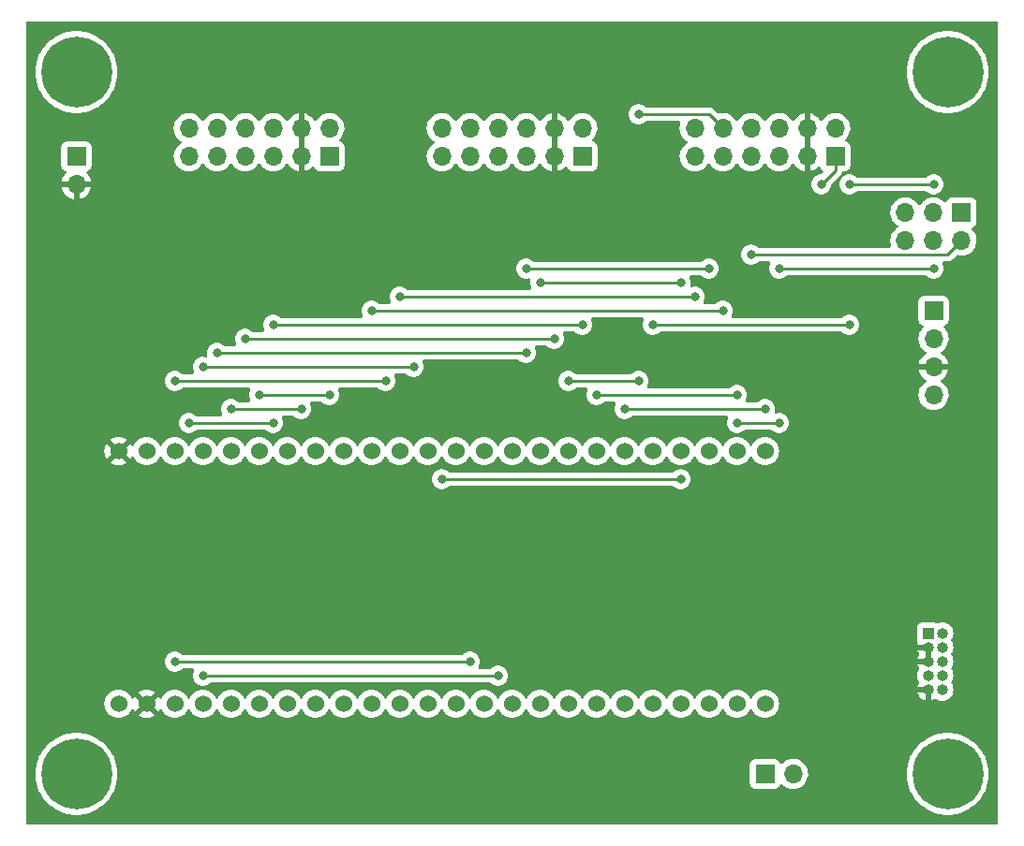
<source format=gbr>
%TF.GenerationSoftware,KiCad,Pcbnew,(6.0.10)*%
%TF.CreationDate,2023-01-05T14:16:51+01:00*%
%TF.ProjectId,pmod_hk-w801_baseboard,706d6f64-5f68-46b2-9d77-3830315f6261,rev?*%
%TF.SameCoordinates,Original*%
%TF.FileFunction,Copper,L2,Bot*%
%TF.FilePolarity,Positive*%
%FSLAX46Y46*%
G04 Gerber Fmt 4.6, Leading zero omitted, Abs format (unit mm)*
G04 Created by KiCad (PCBNEW (6.0.10)) date 2023-01-05 14:16:51*
%MOMM*%
%LPD*%
G01*
G04 APERTURE LIST*
%TA.AperFunction,ComponentPad*%
%ADD10R,1.700000X1.700000*%
%TD*%
%TA.AperFunction,ComponentPad*%
%ADD11O,1.700000X1.700000*%
%TD*%
%TA.AperFunction,ComponentPad*%
%ADD12C,0.800000*%
%TD*%
%TA.AperFunction,ComponentPad*%
%ADD13C,6.400000*%
%TD*%
%TA.AperFunction,ComponentPad*%
%ADD14R,1.000000X1.000000*%
%TD*%
%TA.AperFunction,ComponentPad*%
%ADD15O,1.000000X1.000000*%
%TD*%
%TA.AperFunction,ComponentPad*%
%ADD16C,1.524000*%
%TD*%
%TA.AperFunction,ViaPad*%
%ADD17C,0.800000*%
%TD*%
%TA.AperFunction,Conductor*%
%ADD18C,0.250000*%
%TD*%
G04 APERTURE END LIST*
D10*
%TO.P,PMOD2,1,Pin_1*%
%TO.N,VCC*%
X96520000Y-30480000D03*
D11*
%TO.P,PMOD2,2,Pin_2*%
X96520000Y-27940000D03*
%TO.P,PMOD2,3,Pin_3*%
%TO.N,GND*%
X93980000Y-30480000D03*
%TO.P,PMOD2,4,Pin_4*%
X93980000Y-27940000D03*
%TO.P,PMOD2,5,Pin_5*%
%TO.N,PMOD_UART_RTS*%
X91440000Y-30480000D03*
%TO.P,PMOD2,6,Pin_6*%
%TO.N,PMOD_UART_GPIO4*%
X91440000Y-27940000D03*
%TO.P,PMOD2,7,Pin_7*%
%TO.N,PMOD_UART_RXD*%
X88900000Y-30480000D03*
%TO.P,PMOD2,8,Pin_8*%
%TO.N,PMOD_UART_GPIO3*%
X88900000Y-27940000D03*
%TO.P,PMOD2,9,Pin_9*%
%TO.N,PMOD_UART_TXD*%
X86360000Y-30480000D03*
%TO.P,PMOD2,10,Pin_10*%
%TO.N,PMOD_UART_GPIO2_RESET*%
X86360000Y-27940000D03*
%TO.P,PMOD2,11,Pin_11*%
%TO.N,PMOD_UART_CTS*%
X83820000Y-30480000D03*
%TO.P,PMOD2,12,Pin_12*%
%TO.N,PMOD_UART_GPIO1_INT*%
X83820000Y-27940000D03*
%TD*%
D10*
%TO.P,PMOD3,1,Pin_1*%
%TO.N,VCC*%
X119380000Y-30480000D03*
D11*
%TO.P,PMOD3,2,Pin_2*%
X119380000Y-27940000D03*
%TO.P,PMOD3,3,Pin_3*%
%TO.N,GND*%
X116840000Y-30480000D03*
%TO.P,PMOD3,4,Pin_4*%
X116840000Y-27940000D03*
%TO.P,PMOD3,5,Pin_5*%
%TO.N,PMOD_I2C_SDA*%
X114300000Y-30480000D03*
%TO.P,PMOD3,6,Pin_6*%
%TO.N,PMOD_I2C_GPIO4*%
X114300000Y-27940000D03*
%TO.P,PMOD3,7,Pin_7*%
%TO.N,PMOD_I2C_SCL*%
X111760000Y-30480000D03*
%TO.P,PMOD3,8,Pin_8*%
%TO.N,PMOD_I2C_GPIO3*%
X111760000Y-27940000D03*
%TO.P,PMOD3,9,Pin_9*%
%TO.N,PMOD_I2C_RESET*%
X109220000Y-30480000D03*
%TO.P,PMOD3,10,Pin_10*%
%TO.N,PMOD_I2C_GPIO2*%
X109220000Y-27940000D03*
%TO.P,PMOD3,11,Pin_11*%
%TO.N,PMOD_I2C_INT*%
X106680000Y-30480000D03*
%TO.P,PMOD3,12,Pin_12*%
%TO.N,PMOD_I2C_GPIO1*%
X106680000Y-27940000D03*
%TD*%
D10*
%TO.P,PMOD1,1,Pin_1*%
%TO.N,VCC*%
X73660000Y-30480000D03*
D11*
%TO.P,PMOD1,2,Pin_2*%
X73660000Y-27940000D03*
%TO.P,PMOD1,3,Pin_3*%
%TO.N,GND*%
X71120000Y-30480000D03*
%TO.P,PMOD1,4,Pin_4*%
X71120000Y-27940000D03*
%TO.P,PMOD1,5,Pin_5*%
%TO.N,PMOD_SPI_SCK*%
X68580000Y-30480000D03*
%TO.P,PMOD1,6,Pin_6*%
%TO.N,PMOD_SPI_GPIO4_CS3*%
X68580000Y-27940000D03*
%TO.P,PMOD1,7,Pin_7*%
%TO.N,PMOD_SPI_MISO*%
X66040000Y-30480000D03*
%TO.P,PMOD1,8,Pin_8*%
%TO.N,PMOD_SPI_GPIO3_CS2*%
X66040000Y-27940000D03*
%TO.P,PMOD1,9,Pin_9*%
%TO.N,PMOD_SPI_MOSI*%
X63500000Y-30480000D03*
%TO.P,PMOD1,10,Pin_10*%
%TO.N,PMOD_SPI_GPIO2_RESET*%
X63500000Y-27940000D03*
%TO.P,PMOD1,11,Pin_11*%
%TO.N,PMOD_SPI_CS*%
X60960000Y-30480000D03*
%TO.P,PMOD1,12,Pin_12*%
%TO.N,PMOD_SPI_GPIO1_INT*%
X60960000Y-27940000D03*
%TD*%
D12*
%TO.P,H3,1*%
%TO.N,N/C*%
X52497056Y-88057056D03*
X49102944Y-84662944D03*
X50800000Y-83960000D03*
X48400000Y-86360000D03*
X52497056Y-84662944D03*
X49102944Y-88057056D03*
X53200000Y-86360000D03*
D13*
X50800000Y-86360000D03*
D12*
X50800000Y-88760000D03*
%TD*%
%TO.P,H1,1*%
%TO.N,N/C*%
X50800000Y-20460000D03*
X52497056Y-24557056D03*
X50800000Y-25260000D03*
X53200000Y-22860000D03*
X48400000Y-22860000D03*
X52497056Y-21162944D03*
X49102944Y-24557056D03*
D13*
X50800000Y-22860000D03*
D12*
X49102944Y-21162944D03*
%TD*%
D10*
%TO.P,J2,1,Pin_1*%
%TO.N,PMOD_I2C_SDA*%
X130795000Y-35555000D03*
D11*
%TO.P,J2,2,Pin_2*%
%TO.N,PMOD_I2C_SCL*%
X130795000Y-38095000D03*
%TO.P,J2,3,Pin_3*%
%TO.N,PA4*%
X128255000Y-35555000D03*
%TO.P,J2,4,Pin_4*%
%TO.N,PA1*%
X128255000Y-38095000D03*
%TO.P,J2,5,Pin_5*%
%TO.N,TMS*%
X125715000Y-35555000D03*
%TO.P,J2,6,Pin_6*%
%TO.N,TCK*%
X125715000Y-38095000D03*
%TD*%
D12*
%TO.P,H4,1*%
%TO.N,N/C*%
X131237056Y-84662944D03*
X127842944Y-88057056D03*
D13*
X129540000Y-86360000D03*
D12*
X127140000Y-86360000D03*
X129540000Y-88760000D03*
X131237056Y-88057056D03*
X127842944Y-84662944D03*
X131940000Y-86360000D03*
X129540000Y-83960000D03*
%TD*%
D10*
%TO.P,J5,1,Pin_1*%
%TO.N,VCC*%
X128270000Y-44450000D03*
D11*
%TO.P,J5,2,Pin_2*%
%TO.N,TCK*%
X128270000Y-46990000D03*
%TO.P,J5,3,Pin_3*%
%TO.N,GND*%
X128270000Y-49530000D03*
%TO.P,J5,4,Pin_4*%
%TO.N,TMS*%
X128270000Y-52070000D03*
%TD*%
D10*
%TO.P,J1,1,Pin_1*%
%TO.N,~{RST}*%
X113030000Y-86360000D03*
D11*
%TO.P,J1,2,Pin_2*%
%TO.N,Net-(J1-Pad2)*%
X115570000Y-86360000D03*
%TD*%
D12*
%TO.P,H2,1*%
%TO.N,N/C*%
X131237056Y-21162944D03*
X131237056Y-24557056D03*
X127842944Y-21162944D03*
D13*
X129540000Y-22860000D03*
D12*
X129540000Y-25260000D03*
X131940000Y-22860000D03*
X129540000Y-20460000D03*
X127140000Y-22860000D03*
X127842944Y-24557056D03*
%TD*%
D14*
%TO.P,J4,1,Pin_1*%
%TO.N,VCC*%
X127770000Y-73660000D03*
D15*
%TO.P,J4,2,Pin_2*%
%TO.N,TMS*%
X129040000Y-73660000D03*
%TO.P,J4,3,Pin_3*%
%TO.N,GND*%
X127770000Y-74930000D03*
%TO.P,J4,4,Pin_4*%
%TO.N,TCK*%
X129040000Y-74930000D03*
%TO.P,J4,5,Pin_5*%
%TO.N,GND*%
X127770000Y-76200000D03*
%TO.P,J4,6,Pin_6*%
%TO.N,unconnected-(J4-Pad6)*%
X129040000Y-76200000D03*
%TO.P,J4,7,Pin_7*%
%TO.N,unconnected-(J4-Pad7)*%
X127770000Y-77470000D03*
%TO.P,J4,8,Pin_8*%
%TO.N,unconnected-(J4-Pad8)*%
X129040000Y-77470000D03*
%TO.P,J4,9,Pin_9*%
%TO.N,GND*%
X127770000Y-78740000D03*
%TO.P,J4,10,Pin_10*%
%TO.N,~{RST}*%
X129040000Y-78740000D03*
%TD*%
D10*
%TO.P,J3,1,Pin_1*%
%TO.N,VCC*%
X50800000Y-30480000D03*
D11*
%TO.P,J3,2,Pin_2*%
%TO.N,GND*%
X50800000Y-33020000D03*
%TD*%
D16*
%TO.P,U1,1,VCC*%
%TO.N,VCC*%
X54610000Y-80010000D03*
%TO.P,U1,2,GND*%
%TO.N,GND*%
X57150000Y-80010000D03*
%TO.P,U1,3,TX1/PB6*%
%TO.N,PMOD_UART_TXD*%
X59690000Y-80010000D03*
%TO.P,U1,4,RX1/PB7*%
%TO.N,PMOD_UART_RXD*%
X62230000Y-80010000D03*
%TO.P,U1,5,PB8*%
%TO.N,unconnected-(U1-Pad5)*%
X64770000Y-80010000D03*
%TO.P,U1,6,PB9*%
%TO.N,unconnected-(U1-Pad6)*%
X67310000Y-80010000D03*
%TO.P,U1,7,PB12*%
%TO.N,PMOD_SPI_CS*%
X69850000Y-80010000D03*
%TO.P,U1,8,PB13*%
%TO.N,PMOD_SPI_GPIO3_CS2*%
X72390000Y-80010000D03*
%TO.P,U1,9,PB14*%
%TO.N,PMOD_SPI_GPIO4_CS3*%
X74930000Y-80010000D03*
%TO.P,U1,10,PB15*%
%TO.N,unconnected-(U1-Pad10)*%
X77470000Y-80010000D03*
%TO.P,U1,11,PB10*%
%TO.N,PMOD_SPI_GPIO1_INT*%
X80010000Y-80010000D03*
%TO.P,U1,12,PB11*%
%TO.N,PMOD_SPI_GPIO2_RESET*%
X82550000Y-80010000D03*
%TO.P,U1,13,PB16*%
%TO.N,unconnected-(U1-Pad13)*%
X85090000Y-80010000D03*
%TO.P,U1,14,PB17*%
%TO.N,unconnected-(U1-Pad14)*%
X87630000Y-80010000D03*
%TO.P,U1,15,PB18*%
%TO.N,unconnected-(U1-Pad15)*%
X90170000Y-80010000D03*
%TO.P,U1,16,PB26*%
%TO.N,PMOD_SPI_MOSI*%
X92710000Y-80010000D03*
%TO.P,U1,17,PB25*%
%TO.N,PMOD_SPI_MISO*%
X95250000Y-80010000D03*
%TO.P,U1,18,PB24*%
%TO.N,PMOD_SPI_SCK*%
X97790000Y-80010000D03*
%TO.P,U1,19,PB23*%
%TO.N,unconnected-(U1-Pad19)*%
X100330000Y-80010000D03*
%TO.P,U1,20,PB22*%
%TO.N,unconnected-(U1-Pad20)*%
X102870000Y-80010000D03*
%TO.P,U1,21,PB21*%
%TO.N,unconnected-(U1-Pad21)*%
X105410000Y-80010000D03*
%TO.P,U1,22,RX0/PB20*%
%TO.N,unconnected-(U1-Pad22)*%
X107950000Y-80010000D03*
%TO.P,U1,23,TX0/PB19*%
%TO.N,unconnected-(U1-Pad23)*%
X110490000Y-80010000D03*
%TO.P,U1,24,RESET*%
%TO.N,~{RST}*%
X113030000Y-80010000D03*
%TO.P,U1,25,BOOT*%
%TO.N,unconnected-(U1-Pad25)*%
X113030000Y-57150000D03*
%TO.P,U1,26,PA1*%
%TO.N,PA1*%
X110490000Y-57150000D03*
%TO.P,U1,27,PA2*%
%TO.N,PMOD_UART_RTS*%
X107950000Y-57150000D03*
%TO.P,U1,28,PA3*%
%TO.N,PMOD_UART_CTS*%
X105410000Y-57150000D03*
%TO.P,U1,29,PA4*%
%TO.N,PA4*%
X102870000Y-57150000D03*
%TO.P,U1,30,PA5*%
%TO.N,PMOD_I2C_GPIO4*%
X100330000Y-57150000D03*
%TO.P,U1,31,PA6*%
%TO.N,PMOD_I2C_GPIO3*%
X97790000Y-57150000D03*
%TO.P,U1,32,PA7*%
%TO.N,PMOD_I2C_GPIO2*%
X95250000Y-57150000D03*
%TO.P,U1,33,PA8*%
%TO.N,PMOD_I2C_GPIO1*%
X92710000Y-57150000D03*
%TO.P,U1,34,PA9*%
%TO.N,PMOD_UART_GPIO4*%
X90170000Y-57150000D03*
%TO.P,U1,35,PA10*%
%TO.N,PMOD_UART_GPIO3*%
X87630000Y-57150000D03*
%TO.P,U1,36,PA11*%
%TO.N,PMOD_UART_GPIO2_RESET*%
X85090000Y-57150000D03*
%TO.P,U1,37,PA12*%
%TO.N,PMOD_UART_GPIO1_INT*%
X82550000Y-57150000D03*
%TO.P,U1,38,PA13*%
%TO.N,PMOD_I2C_INT*%
X80010000Y-57150000D03*
%TO.P,U1,39,PA14*%
%TO.N,PMOD_I2C_RESET*%
X77470000Y-57150000D03*
%TO.P,U1,40,PA15*%
%TO.N,unconnected-(U1-Pad40)*%
X74930000Y-57150000D03*
%TO.P,U1,41,PB0*%
%TO.N,unconnected-(U1-Pad41)*%
X72390000Y-57150000D03*
%TO.P,U1,42,PB1*%
%TO.N,unconnected-(U1-Pad42)*%
X69850000Y-57150000D03*
%TO.P,U1,43,PB2*%
%TO.N,unconnected-(U1-Pad43)*%
X67310000Y-57150000D03*
%TO.P,U1,44,PB3*%
%TO.N,unconnected-(U1-Pad44)*%
X64770000Y-57150000D03*
%TO.P,U1,45,PB27*%
%TO.N,unconnected-(U1-Pad45)*%
X62230000Y-57150000D03*
%TO.P,U1,46,PB4*%
%TO.N,unconnected-(U1-Pad46)*%
X59690000Y-57150000D03*
%TO.P,U1,47,PB5*%
%TO.N,unconnected-(U1-Pad47)*%
X57150000Y-57150000D03*
%TO.P,U1,48,GND*%
%TO.N,GND*%
X54610000Y-57150000D03*
%TD*%
D17*
%TO.N,PMOD_UART_RTS*%
X107950000Y-40640000D03*
X91440000Y-40640000D03*
%TO.N,PMOD_UART_RXD*%
X88900000Y-77470000D03*
X62230000Y-77470000D03*
%TO.N,PMOD_UART_TXD*%
X59690000Y-76200000D03*
X86360000Y-76200000D03*
%TO.N,PMOD_UART_CTS*%
X83820000Y-59690000D03*
X105410000Y-59690000D03*
%TO.N,VCC*%
X118110000Y-33020000D03*
%TO.N,PMOD_SPI_SCK*%
X96520000Y-45720000D03*
X68580000Y-45720000D03*
%TO.N,PMOD_SPI_MOSI*%
X63500000Y-48260000D03*
X91440000Y-48260000D03*
%TO.N,PMOD_SPI_MISO*%
X66040000Y-46990000D03*
X93980000Y-46990000D03*
%TO.N,PMOD_SPI_GPIO4_CS3*%
X73660000Y-52070000D03*
X67310000Y-52070000D03*
%TO.N,PMOD_SPI_GPIO3_CS2*%
X64770000Y-53340000D03*
X71120000Y-53340000D03*
%TO.N,PMOD_SPI_GPIO2_RESET*%
X62230000Y-49530000D03*
X81280000Y-49530000D03*
%TO.N,PMOD_SPI_GPIO1_INT*%
X59690000Y-50800000D03*
X78740000Y-50800000D03*
%TO.N,PMOD_SPI_CS*%
X60960000Y-54610000D03*
X68580000Y-54610000D03*
%TO.N,PMOD_I2C_SCL*%
X111760000Y-39370000D03*
%TO.N,PMOD_I2C_RESET*%
X109220000Y-44450000D03*
X77470000Y-44450000D03*
%TO.N,PMOD_I2C_INT*%
X80010000Y-43180000D03*
X106680000Y-43180000D03*
%TO.N,PMOD_I2C_GPIO4*%
X113030000Y-53340000D03*
X100330000Y-53340000D03*
%TO.N,PMOD_I2C_GPIO3*%
X97790000Y-52070000D03*
X110490000Y-52070000D03*
%TO.N,PMOD_I2C_GPIO2*%
X101600000Y-26670000D03*
X95250000Y-50800000D03*
X101600000Y-50800000D03*
%TO.N,PMOD_I2C_GPIO1*%
X92710000Y-41910000D03*
X105410000Y-41910000D03*
%TO.N,PA4*%
X128270000Y-33020000D03*
X120650000Y-33020000D03*
X120650000Y-45720000D03*
X102870000Y-45720000D03*
%TO.N,PA1*%
X114300000Y-40640000D03*
X128270000Y-40640000D03*
X110490000Y-54610000D03*
X114300000Y-54610000D03*
%TD*%
D18*
%TO.N,PMOD_UART_RTS*%
X91440000Y-40640000D02*
X107950000Y-40640000D01*
%TO.N,PMOD_UART_RXD*%
X88900000Y-77470000D02*
X62230000Y-77470000D01*
%TO.N,PMOD_UART_TXD*%
X59690000Y-76200000D02*
X86360000Y-76200000D01*
%TO.N,PMOD_UART_CTS*%
X83820000Y-59690000D02*
X105410000Y-59690000D01*
%TO.N,VCC*%
X119380000Y-30480000D02*
X119380000Y-31750000D01*
X119380000Y-31750000D02*
X118110000Y-33020000D01*
%TO.N,PMOD_SPI_SCK*%
X96520000Y-45720000D02*
X68580000Y-45720000D01*
%TO.N,PMOD_SPI_MOSI*%
X91440000Y-48260000D02*
X63500000Y-48260000D01*
%TO.N,PMOD_SPI_MISO*%
X93980000Y-46990000D02*
X66040000Y-46990000D01*
%TO.N,PMOD_SPI_GPIO4_CS3*%
X73660000Y-52070000D02*
X67310000Y-52070000D01*
%TO.N,PMOD_SPI_GPIO3_CS2*%
X71120000Y-53340000D02*
X64770000Y-53340000D01*
%TO.N,PMOD_SPI_GPIO2_RESET*%
X81280000Y-49530000D02*
X62230000Y-49530000D01*
%TO.N,PMOD_SPI_GPIO1_INT*%
X78740000Y-50800000D02*
X59690000Y-50800000D01*
%TO.N,PMOD_SPI_CS*%
X68580000Y-54610000D02*
X60960000Y-54610000D01*
%TO.N,PMOD_I2C_SCL*%
X111760000Y-39370000D02*
X129520000Y-39370000D01*
X129520000Y-39370000D02*
X130795000Y-38095000D01*
%TO.N,PMOD_I2C_RESET*%
X77470000Y-44450000D02*
X109220000Y-44450000D01*
%TO.N,PMOD_I2C_INT*%
X80010000Y-43180000D02*
X106680000Y-43180000D01*
%TO.N,PMOD_I2C_GPIO4*%
X113030000Y-53340000D02*
X100330000Y-53340000D01*
%TO.N,PMOD_I2C_GPIO3*%
X110490000Y-52070000D02*
X97790000Y-52070000D01*
%TO.N,PMOD_I2C_GPIO2*%
X107950000Y-26670000D02*
X109220000Y-27940000D01*
X101600000Y-26670000D02*
X107950000Y-26670000D01*
X95250000Y-50800000D02*
X101600000Y-50800000D01*
%TO.N,PMOD_I2C_GPIO1*%
X92710000Y-41910000D02*
X105410000Y-41910000D01*
%TO.N,PA4*%
X102870000Y-45720000D02*
X120650000Y-45720000D01*
X120650000Y-33020000D02*
X128270000Y-33020000D01*
%TO.N,PA1*%
X128270000Y-40640000D02*
X114300000Y-40640000D01*
X114300000Y-54610000D02*
X110490000Y-54610000D01*
%TD*%
%TA.AperFunction,Conductor*%
%TO.N,GND*%
G36*
X134053621Y-18308502D02*
G01*
X134100114Y-18362158D01*
X134111500Y-18414500D01*
X134111500Y-90805500D01*
X134091498Y-90873621D01*
X134037842Y-90920114D01*
X133985500Y-90931500D01*
X46354500Y-90931500D01*
X46286379Y-90911498D01*
X46239886Y-90857842D01*
X46228500Y-90805500D01*
X46228500Y-86360000D01*
X47086411Y-86360000D01*
X47106754Y-86748176D01*
X47107267Y-86751416D01*
X47107268Y-86751424D01*
X47124752Y-86861811D01*
X47167562Y-87132099D01*
X47268167Y-87507562D01*
X47269352Y-87510650D01*
X47269353Y-87510652D01*
X47295452Y-87578642D01*
X47407468Y-87870453D01*
X47583938Y-88216794D01*
X47795643Y-88542793D01*
X48040266Y-88844876D01*
X48315124Y-89119734D01*
X48617207Y-89364357D01*
X48943205Y-89576062D01*
X48946139Y-89577557D01*
X48946146Y-89577561D01*
X49286607Y-89751034D01*
X49289547Y-89752532D01*
X49652438Y-89891833D01*
X50027901Y-89992438D01*
X50231793Y-90024732D01*
X50408576Y-90052732D01*
X50408584Y-90052733D01*
X50411824Y-90053246D01*
X50800000Y-90073589D01*
X51188176Y-90053246D01*
X51191416Y-90052733D01*
X51191424Y-90052732D01*
X51368207Y-90024732D01*
X51572099Y-89992438D01*
X51947562Y-89891833D01*
X52310453Y-89752532D01*
X52313393Y-89751034D01*
X52653854Y-89577561D01*
X52653861Y-89577557D01*
X52656795Y-89576062D01*
X52982793Y-89364357D01*
X53284876Y-89119734D01*
X53559734Y-88844876D01*
X53804357Y-88542793D01*
X54016062Y-88216794D01*
X54192532Y-87870453D01*
X54304548Y-87578642D01*
X54330647Y-87510652D01*
X54330648Y-87510650D01*
X54331833Y-87507562D01*
X54398667Y-87258134D01*
X111671500Y-87258134D01*
X111678255Y-87320316D01*
X111729385Y-87456705D01*
X111816739Y-87573261D01*
X111933295Y-87660615D01*
X112069684Y-87711745D01*
X112131866Y-87718500D01*
X113928134Y-87718500D01*
X113990316Y-87711745D01*
X114126705Y-87660615D01*
X114243261Y-87573261D01*
X114330615Y-87456705D01*
X114352799Y-87397529D01*
X114374598Y-87339382D01*
X114417240Y-87282618D01*
X114483802Y-87257918D01*
X114553150Y-87273126D01*
X114587817Y-87301114D01*
X114616250Y-87333938D01*
X114788126Y-87476632D01*
X114981000Y-87589338D01*
X115189692Y-87669030D01*
X115194760Y-87670061D01*
X115194763Y-87670062D01*
X115302017Y-87691883D01*
X115408597Y-87713567D01*
X115413772Y-87713757D01*
X115413774Y-87713757D01*
X115626673Y-87721564D01*
X115626677Y-87721564D01*
X115631837Y-87721753D01*
X115636957Y-87721097D01*
X115636959Y-87721097D01*
X115848288Y-87694025D01*
X115848289Y-87694025D01*
X115853416Y-87693368D01*
X115858366Y-87691883D01*
X116062429Y-87630661D01*
X116062434Y-87630659D01*
X116067384Y-87629174D01*
X116267994Y-87530896D01*
X116449860Y-87401173D01*
X116608096Y-87243489D01*
X116738453Y-87062077D01*
X116837430Y-86861811D01*
X116902370Y-86648069D01*
X116931529Y-86426590D01*
X116933156Y-86360000D01*
X125826411Y-86360000D01*
X125846754Y-86748176D01*
X125847267Y-86751416D01*
X125847268Y-86751424D01*
X125864752Y-86861811D01*
X125907562Y-87132099D01*
X126008167Y-87507562D01*
X126009352Y-87510650D01*
X126009353Y-87510652D01*
X126035452Y-87578642D01*
X126147468Y-87870453D01*
X126323938Y-88216794D01*
X126535643Y-88542793D01*
X126780266Y-88844876D01*
X127055124Y-89119734D01*
X127357207Y-89364357D01*
X127683205Y-89576062D01*
X127686139Y-89577557D01*
X127686146Y-89577561D01*
X128026607Y-89751034D01*
X128029547Y-89752532D01*
X128392438Y-89891833D01*
X128767901Y-89992438D01*
X128971793Y-90024732D01*
X129148576Y-90052732D01*
X129148584Y-90052733D01*
X129151824Y-90053246D01*
X129540000Y-90073589D01*
X129928176Y-90053246D01*
X129931416Y-90052733D01*
X129931424Y-90052732D01*
X130108207Y-90024732D01*
X130312099Y-89992438D01*
X130687562Y-89891833D01*
X131050453Y-89752532D01*
X131053393Y-89751034D01*
X131393854Y-89577561D01*
X131393861Y-89577557D01*
X131396795Y-89576062D01*
X131722793Y-89364357D01*
X132024876Y-89119734D01*
X132299734Y-88844876D01*
X132544357Y-88542793D01*
X132756062Y-88216794D01*
X132932532Y-87870453D01*
X133044548Y-87578642D01*
X133070647Y-87510652D01*
X133070648Y-87510650D01*
X133071833Y-87507562D01*
X133172438Y-87132099D01*
X133215248Y-86861811D01*
X133232732Y-86751424D01*
X133232733Y-86751416D01*
X133233246Y-86748176D01*
X133253589Y-86360000D01*
X133233246Y-85971824D01*
X133172438Y-85587901D01*
X133071833Y-85212438D01*
X133046614Y-85146739D01*
X133003320Y-85033955D01*
X132932532Y-84849547D01*
X132756062Y-84503206D01*
X132544357Y-84177207D01*
X132299734Y-83875124D01*
X132024876Y-83600266D01*
X131722793Y-83355643D01*
X131396795Y-83143938D01*
X131393861Y-83142443D01*
X131393854Y-83142439D01*
X131053393Y-82968966D01*
X131050453Y-82967468D01*
X130687562Y-82828167D01*
X130312099Y-82727562D01*
X130108207Y-82695268D01*
X129931424Y-82667268D01*
X129931416Y-82667267D01*
X129928176Y-82666754D01*
X129540000Y-82646411D01*
X129151824Y-82666754D01*
X129148584Y-82667267D01*
X129148576Y-82667268D01*
X128971793Y-82695268D01*
X128767901Y-82727562D01*
X128392438Y-82828167D01*
X128029547Y-82967468D01*
X128026607Y-82968966D01*
X127686147Y-83142439D01*
X127686140Y-83142443D01*
X127683206Y-83143938D01*
X127357207Y-83355643D01*
X127055124Y-83600266D01*
X126780266Y-83875124D01*
X126535643Y-84177207D01*
X126323938Y-84503206D01*
X126147468Y-84849547D01*
X126076680Y-85033955D01*
X126033387Y-85146739D01*
X126008167Y-85212438D01*
X125907562Y-85587901D01*
X125846754Y-85971824D01*
X125826411Y-86360000D01*
X116933156Y-86360000D01*
X116914852Y-86137361D01*
X116860431Y-85920702D01*
X116771354Y-85715840D01*
X116688587Y-85587901D01*
X116652822Y-85532617D01*
X116652820Y-85532614D01*
X116650014Y-85528277D01*
X116499670Y-85363051D01*
X116495619Y-85359852D01*
X116495615Y-85359848D01*
X116328414Y-85227800D01*
X116328410Y-85227798D01*
X116324359Y-85224598D01*
X116308114Y-85215630D01*
X116272136Y-85195769D01*
X116128789Y-85116638D01*
X116123920Y-85114914D01*
X116123916Y-85114912D01*
X115923087Y-85043795D01*
X115923083Y-85043794D01*
X115918212Y-85042069D01*
X115913119Y-85041162D01*
X115913116Y-85041161D01*
X115703373Y-85003800D01*
X115703367Y-85003799D01*
X115698284Y-85002894D01*
X115624452Y-85001992D01*
X115480081Y-85000228D01*
X115480079Y-85000228D01*
X115474911Y-85000165D01*
X115254091Y-85033955D01*
X115041756Y-85103357D01*
X114843607Y-85206507D01*
X114839474Y-85209610D01*
X114839471Y-85209612D01*
X114669100Y-85337530D01*
X114664965Y-85340635D01*
X114608537Y-85399684D01*
X114584283Y-85425064D01*
X114522759Y-85460494D01*
X114451846Y-85457037D01*
X114394060Y-85415791D01*
X114375207Y-85382243D01*
X114333767Y-85271703D01*
X114330615Y-85263295D01*
X114243261Y-85146739D01*
X114126705Y-85059385D01*
X113990316Y-85008255D01*
X113928134Y-85001500D01*
X112131866Y-85001500D01*
X112069684Y-85008255D01*
X111933295Y-85059385D01*
X111816739Y-85146739D01*
X111729385Y-85263295D01*
X111678255Y-85399684D01*
X111671500Y-85461866D01*
X111671500Y-87258134D01*
X54398667Y-87258134D01*
X54432438Y-87132099D01*
X54475248Y-86861811D01*
X54492732Y-86751424D01*
X54492733Y-86751416D01*
X54493246Y-86748176D01*
X54513589Y-86360000D01*
X54493246Y-85971824D01*
X54432438Y-85587901D01*
X54331833Y-85212438D01*
X54306614Y-85146739D01*
X54263320Y-85033955D01*
X54192532Y-84849547D01*
X54016062Y-84503206D01*
X53804357Y-84177207D01*
X53559734Y-83875124D01*
X53284876Y-83600266D01*
X52982793Y-83355643D01*
X52656795Y-83143938D01*
X52653861Y-83142443D01*
X52653854Y-83142439D01*
X52313393Y-82968966D01*
X52310453Y-82967468D01*
X51947562Y-82828167D01*
X51572099Y-82727562D01*
X51368207Y-82695268D01*
X51191424Y-82667268D01*
X51191416Y-82667267D01*
X51188176Y-82666754D01*
X50800000Y-82646411D01*
X50411824Y-82666754D01*
X50408584Y-82667267D01*
X50408576Y-82667268D01*
X50231793Y-82695268D01*
X50027901Y-82727562D01*
X49652438Y-82828167D01*
X49289547Y-82967468D01*
X49286607Y-82968966D01*
X48946147Y-83142439D01*
X48946140Y-83142443D01*
X48943206Y-83143938D01*
X48617207Y-83355643D01*
X48315124Y-83600266D01*
X48040266Y-83875124D01*
X47795643Y-84177207D01*
X47583938Y-84503206D01*
X47407468Y-84849547D01*
X47336680Y-85033955D01*
X47293387Y-85146739D01*
X47268167Y-85212438D01*
X47167562Y-85587901D01*
X47106754Y-85971824D01*
X47086411Y-86360000D01*
X46228500Y-86360000D01*
X46228500Y-80010000D01*
X53334647Y-80010000D01*
X53354022Y-80231463D01*
X53411560Y-80446196D01*
X53413882Y-80451177D01*
X53413883Y-80451178D01*
X53503186Y-80642689D01*
X53503189Y-80642694D01*
X53505512Y-80647676D01*
X53508668Y-80652183D01*
X53508669Y-80652185D01*
X53545107Y-80704223D01*
X53633023Y-80829781D01*
X53790219Y-80986977D01*
X53794727Y-80990134D01*
X53794730Y-80990136D01*
X53870495Y-81043187D01*
X53972323Y-81114488D01*
X53977305Y-81116811D01*
X53977310Y-81116814D01*
X54167810Y-81205645D01*
X54173804Y-81208440D01*
X54179112Y-81209862D01*
X54179114Y-81209863D01*
X54244949Y-81227503D01*
X54388537Y-81265978D01*
X54610000Y-81285353D01*
X54831463Y-81265978D01*
X54975051Y-81227503D01*
X55040886Y-81209863D01*
X55040888Y-81209862D01*
X55046196Y-81208440D01*
X55052190Y-81205645D01*
X55242690Y-81116814D01*
X55242695Y-81116811D01*
X55247677Y-81114488D01*
X55312959Y-81068777D01*
X56455777Y-81068777D01*
X56465074Y-81080793D01*
X56508069Y-81110898D01*
X56517555Y-81116376D01*
X56708993Y-81205645D01*
X56719285Y-81209391D01*
X56923309Y-81264059D01*
X56934104Y-81265962D01*
X57144525Y-81284372D01*
X57155475Y-81284372D01*
X57365896Y-81265962D01*
X57376691Y-81264059D01*
X57580715Y-81209391D01*
X57591007Y-81205645D01*
X57782445Y-81116376D01*
X57791931Y-81110898D01*
X57835764Y-81080207D01*
X57844139Y-81069729D01*
X57837071Y-81056281D01*
X57162812Y-80382022D01*
X57148868Y-80374408D01*
X57147035Y-80374539D01*
X57140420Y-80378790D01*
X56462207Y-81057003D01*
X56455777Y-81068777D01*
X55312959Y-81068777D01*
X55349505Y-81043187D01*
X55425270Y-80990136D01*
X55425273Y-80990134D01*
X55429781Y-80986977D01*
X55586977Y-80829781D01*
X55674894Y-80704223D01*
X55711331Y-80652185D01*
X55711332Y-80652183D01*
X55714488Y-80647676D01*
X55716811Y-80642694D01*
X55716814Y-80642689D01*
X55766081Y-80537035D01*
X55812999Y-80483750D01*
X55881276Y-80464289D01*
X55949236Y-80484831D01*
X55994471Y-80537035D01*
X56043623Y-80642441D01*
X56049103Y-80651932D01*
X56079794Y-80695765D01*
X56090271Y-80704140D01*
X56103718Y-80697072D01*
X56777978Y-80022812D01*
X56784356Y-80011132D01*
X57514408Y-80011132D01*
X57514539Y-80012965D01*
X57518790Y-80019580D01*
X58197003Y-80697793D01*
X58208777Y-80704223D01*
X58220793Y-80694926D01*
X58250897Y-80651932D01*
X58256377Y-80642441D01*
X58305529Y-80537035D01*
X58352447Y-80483750D01*
X58420724Y-80464289D01*
X58488684Y-80484831D01*
X58533919Y-80537035D01*
X58583186Y-80642689D01*
X58583189Y-80642694D01*
X58585512Y-80647676D01*
X58588668Y-80652183D01*
X58588669Y-80652185D01*
X58625107Y-80704223D01*
X58713023Y-80829781D01*
X58870219Y-80986977D01*
X58874727Y-80990134D01*
X58874730Y-80990136D01*
X58950495Y-81043187D01*
X59052323Y-81114488D01*
X59057305Y-81116811D01*
X59057310Y-81116814D01*
X59247810Y-81205645D01*
X59253804Y-81208440D01*
X59259112Y-81209862D01*
X59259114Y-81209863D01*
X59324949Y-81227503D01*
X59468537Y-81265978D01*
X59690000Y-81285353D01*
X59911463Y-81265978D01*
X60055051Y-81227503D01*
X60120886Y-81209863D01*
X60120888Y-81209862D01*
X60126196Y-81208440D01*
X60132190Y-81205645D01*
X60322690Y-81116814D01*
X60322695Y-81116811D01*
X60327677Y-81114488D01*
X60429505Y-81043187D01*
X60505270Y-80990136D01*
X60505273Y-80990134D01*
X60509781Y-80986977D01*
X60666977Y-80829781D01*
X60754894Y-80704223D01*
X60791331Y-80652185D01*
X60791332Y-80652183D01*
X60794488Y-80647676D01*
X60796811Y-80642694D01*
X60796814Y-80642689D01*
X60845805Y-80537627D01*
X60892723Y-80484342D01*
X60961000Y-80464881D01*
X61028960Y-80485423D01*
X61074195Y-80537627D01*
X61123186Y-80642689D01*
X61123189Y-80642694D01*
X61125512Y-80647676D01*
X61128668Y-80652183D01*
X61128669Y-80652185D01*
X61165107Y-80704223D01*
X61253023Y-80829781D01*
X61410219Y-80986977D01*
X61414727Y-80990134D01*
X61414730Y-80990136D01*
X61490495Y-81043187D01*
X61592323Y-81114488D01*
X61597305Y-81116811D01*
X61597310Y-81116814D01*
X61787810Y-81205645D01*
X61793804Y-81208440D01*
X61799112Y-81209862D01*
X61799114Y-81209863D01*
X61864949Y-81227503D01*
X62008537Y-81265978D01*
X62230000Y-81285353D01*
X62451463Y-81265978D01*
X62595051Y-81227503D01*
X62660886Y-81209863D01*
X62660888Y-81209862D01*
X62666196Y-81208440D01*
X62672190Y-81205645D01*
X62862690Y-81116814D01*
X62862695Y-81116811D01*
X62867677Y-81114488D01*
X62969505Y-81043187D01*
X63045270Y-80990136D01*
X63045273Y-80990134D01*
X63049781Y-80986977D01*
X63206977Y-80829781D01*
X63294894Y-80704223D01*
X63331331Y-80652185D01*
X63331332Y-80652183D01*
X63334488Y-80647676D01*
X63336811Y-80642694D01*
X63336814Y-80642689D01*
X63385805Y-80537627D01*
X63432723Y-80484342D01*
X63501000Y-80464881D01*
X63568960Y-80485423D01*
X63614195Y-80537627D01*
X63663186Y-80642689D01*
X63663189Y-80642694D01*
X63665512Y-80647676D01*
X63668668Y-80652183D01*
X63668669Y-80652185D01*
X63705107Y-80704223D01*
X63793023Y-80829781D01*
X63950219Y-80986977D01*
X63954727Y-80990134D01*
X63954730Y-80990136D01*
X64030495Y-81043187D01*
X64132323Y-81114488D01*
X64137305Y-81116811D01*
X64137310Y-81116814D01*
X64327810Y-81205645D01*
X64333804Y-81208440D01*
X64339112Y-81209862D01*
X64339114Y-81209863D01*
X64404949Y-81227503D01*
X64548537Y-81265978D01*
X64770000Y-81285353D01*
X64991463Y-81265978D01*
X65135051Y-81227503D01*
X65200886Y-81209863D01*
X65200888Y-81209862D01*
X65206196Y-81208440D01*
X65212190Y-81205645D01*
X65402690Y-81116814D01*
X65402695Y-81116811D01*
X65407677Y-81114488D01*
X65509505Y-81043187D01*
X65585270Y-80990136D01*
X65585273Y-80990134D01*
X65589781Y-80986977D01*
X65746977Y-80829781D01*
X65834894Y-80704223D01*
X65871331Y-80652185D01*
X65871332Y-80652183D01*
X65874488Y-80647676D01*
X65876811Y-80642694D01*
X65876814Y-80642689D01*
X65925805Y-80537627D01*
X65972723Y-80484342D01*
X66041000Y-80464881D01*
X66108960Y-80485423D01*
X66154195Y-80537627D01*
X66203186Y-80642689D01*
X66203189Y-80642694D01*
X66205512Y-80647676D01*
X66208668Y-80652183D01*
X66208669Y-80652185D01*
X66245107Y-80704223D01*
X66333023Y-80829781D01*
X66490219Y-80986977D01*
X66494727Y-80990134D01*
X66494730Y-80990136D01*
X66570495Y-81043187D01*
X66672323Y-81114488D01*
X66677305Y-81116811D01*
X66677310Y-81116814D01*
X66867810Y-81205645D01*
X66873804Y-81208440D01*
X66879112Y-81209862D01*
X66879114Y-81209863D01*
X66944949Y-81227503D01*
X67088537Y-81265978D01*
X67310000Y-81285353D01*
X67531463Y-81265978D01*
X67675051Y-81227503D01*
X67740886Y-81209863D01*
X67740888Y-81209862D01*
X67746196Y-81208440D01*
X67752190Y-81205645D01*
X67942690Y-81116814D01*
X67942695Y-81116811D01*
X67947677Y-81114488D01*
X68049505Y-81043187D01*
X68125270Y-80990136D01*
X68125273Y-80990134D01*
X68129781Y-80986977D01*
X68286977Y-80829781D01*
X68374894Y-80704223D01*
X68411331Y-80652185D01*
X68411332Y-80652183D01*
X68414488Y-80647676D01*
X68416811Y-80642694D01*
X68416814Y-80642689D01*
X68465805Y-80537627D01*
X68512723Y-80484342D01*
X68581000Y-80464881D01*
X68648960Y-80485423D01*
X68694195Y-80537627D01*
X68743186Y-80642689D01*
X68743189Y-80642694D01*
X68745512Y-80647676D01*
X68748668Y-80652183D01*
X68748669Y-80652185D01*
X68785107Y-80704223D01*
X68873023Y-80829781D01*
X69030219Y-80986977D01*
X69034727Y-80990134D01*
X69034730Y-80990136D01*
X69110495Y-81043187D01*
X69212323Y-81114488D01*
X69217305Y-81116811D01*
X69217310Y-81116814D01*
X69407810Y-81205645D01*
X69413804Y-81208440D01*
X69419112Y-81209862D01*
X69419114Y-81209863D01*
X69484949Y-81227503D01*
X69628537Y-81265978D01*
X69850000Y-81285353D01*
X70071463Y-81265978D01*
X70215051Y-81227503D01*
X70280886Y-81209863D01*
X70280888Y-81209862D01*
X70286196Y-81208440D01*
X70292190Y-81205645D01*
X70482690Y-81116814D01*
X70482695Y-81116811D01*
X70487677Y-81114488D01*
X70589505Y-81043187D01*
X70665270Y-80990136D01*
X70665273Y-80990134D01*
X70669781Y-80986977D01*
X70826977Y-80829781D01*
X70914894Y-80704223D01*
X70951331Y-80652185D01*
X70951332Y-80652183D01*
X70954488Y-80647676D01*
X70956811Y-80642694D01*
X70956814Y-80642689D01*
X71005805Y-80537627D01*
X71052723Y-80484342D01*
X71121000Y-80464881D01*
X71188960Y-80485423D01*
X71234195Y-80537627D01*
X71283186Y-80642689D01*
X71283189Y-80642694D01*
X71285512Y-80647676D01*
X71288668Y-80652183D01*
X71288669Y-80652185D01*
X71325107Y-80704223D01*
X71413023Y-80829781D01*
X71570219Y-80986977D01*
X71574727Y-80990134D01*
X71574730Y-80990136D01*
X71650495Y-81043187D01*
X71752323Y-81114488D01*
X71757305Y-81116811D01*
X71757310Y-81116814D01*
X71947810Y-81205645D01*
X71953804Y-81208440D01*
X71959112Y-81209862D01*
X71959114Y-81209863D01*
X72024949Y-81227503D01*
X72168537Y-81265978D01*
X72390000Y-81285353D01*
X72611463Y-81265978D01*
X72755051Y-81227503D01*
X72820886Y-81209863D01*
X72820888Y-81209862D01*
X72826196Y-81208440D01*
X72832190Y-81205645D01*
X73022690Y-81116814D01*
X73022695Y-81116811D01*
X73027677Y-81114488D01*
X73129505Y-81043187D01*
X73205270Y-80990136D01*
X73205273Y-80990134D01*
X73209781Y-80986977D01*
X73366977Y-80829781D01*
X73454894Y-80704223D01*
X73491331Y-80652185D01*
X73491332Y-80652183D01*
X73494488Y-80647676D01*
X73496811Y-80642694D01*
X73496814Y-80642689D01*
X73545805Y-80537627D01*
X73592723Y-80484342D01*
X73661000Y-80464881D01*
X73728960Y-80485423D01*
X73774195Y-80537627D01*
X73823186Y-80642689D01*
X73823189Y-80642694D01*
X73825512Y-80647676D01*
X73828668Y-80652183D01*
X73828669Y-80652185D01*
X73865107Y-80704223D01*
X73953023Y-80829781D01*
X74110219Y-80986977D01*
X74114727Y-80990134D01*
X74114730Y-80990136D01*
X74190495Y-81043187D01*
X74292323Y-81114488D01*
X74297305Y-81116811D01*
X74297310Y-81116814D01*
X74487810Y-81205645D01*
X74493804Y-81208440D01*
X74499112Y-81209862D01*
X74499114Y-81209863D01*
X74564949Y-81227503D01*
X74708537Y-81265978D01*
X74930000Y-81285353D01*
X75151463Y-81265978D01*
X75295051Y-81227503D01*
X75360886Y-81209863D01*
X75360888Y-81209862D01*
X75366196Y-81208440D01*
X75372190Y-81205645D01*
X75562690Y-81116814D01*
X75562695Y-81116811D01*
X75567677Y-81114488D01*
X75669505Y-81043187D01*
X75745270Y-80990136D01*
X75745273Y-80990134D01*
X75749781Y-80986977D01*
X75906977Y-80829781D01*
X75994894Y-80704223D01*
X76031331Y-80652185D01*
X76031332Y-80652183D01*
X76034488Y-80647676D01*
X76036811Y-80642694D01*
X76036814Y-80642689D01*
X76085805Y-80537627D01*
X76132723Y-80484342D01*
X76201000Y-80464881D01*
X76268960Y-80485423D01*
X76314195Y-80537627D01*
X76363186Y-80642689D01*
X76363189Y-80642694D01*
X76365512Y-80647676D01*
X76368668Y-80652183D01*
X76368669Y-80652185D01*
X76405107Y-80704223D01*
X76493023Y-80829781D01*
X76650219Y-80986977D01*
X76654727Y-80990134D01*
X76654730Y-80990136D01*
X76730495Y-81043187D01*
X76832323Y-81114488D01*
X76837305Y-81116811D01*
X76837310Y-81116814D01*
X77027810Y-81205645D01*
X77033804Y-81208440D01*
X77039112Y-81209862D01*
X77039114Y-81209863D01*
X77104949Y-81227503D01*
X77248537Y-81265978D01*
X77470000Y-81285353D01*
X77691463Y-81265978D01*
X77835051Y-81227503D01*
X77900886Y-81209863D01*
X77900888Y-81209862D01*
X77906196Y-81208440D01*
X77912190Y-81205645D01*
X78102690Y-81116814D01*
X78102695Y-81116811D01*
X78107677Y-81114488D01*
X78209505Y-81043187D01*
X78285270Y-80990136D01*
X78285273Y-80990134D01*
X78289781Y-80986977D01*
X78446977Y-80829781D01*
X78534894Y-80704223D01*
X78571331Y-80652185D01*
X78571332Y-80652183D01*
X78574488Y-80647676D01*
X78576811Y-80642694D01*
X78576814Y-80642689D01*
X78625805Y-80537627D01*
X78672723Y-80484342D01*
X78741000Y-80464881D01*
X78808960Y-80485423D01*
X78854195Y-80537627D01*
X78903186Y-80642689D01*
X78903189Y-80642694D01*
X78905512Y-80647676D01*
X78908668Y-80652183D01*
X78908669Y-80652185D01*
X78945107Y-80704223D01*
X79033023Y-80829781D01*
X79190219Y-80986977D01*
X79194727Y-80990134D01*
X79194730Y-80990136D01*
X79270495Y-81043187D01*
X79372323Y-81114488D01*
X79377305Y-81116811D01*
X79377310Y-81116814D01*
X79567810Y-81205645D01*
X79573804Y-81208440D01*
X79579112Y-81209862D01*
X79579114Y-81209863D01*
X79644949Y-81227503D01*
X79788537Y-81265978D01*
X80010000Y-81285353D01*
X80231463Y-81265978D01*
X80375051Y-81227503D01*
X80440886Y-81209863D01*
X80440888Y-81209862D01*
X80446196Y-81208440D01*
X80452190Y-81205645D01*
X80642690Y-81116814D01*
X80642695Y-81116811D01*
X80647677Y-81114488D01*
X80749505Y-81043187D01*
X80825270Y-80990136D01*
X80825273Y-80990134D01*
X80829781Y-80986977D01*
X80986977Y-80829781D01*
X81074894Y-80704223D01*
X81111331Y-80652185D01*
X81111332Y-80652183D01*
X81114488Y-80647676D01*
X81116811Y-80642694D01*
X81116814Y-80642689D01*
X81165805Y-80537627D01*
X81212723Y-80484342D01*
X81281000Y-80464881D01*
X81348960Y-80485423D01*
X81394195Y-80537627D01*
X81443186Y-80642689D01*
X81443189Y-80642694D01*
X81445512Y-80647676D01*
X81448668Y-80652183D01*
X81448669Y-80652185D01*
X81485107Y-80704223D01*
X81573023Y-80829781D01*
X81730219Y-80986977D01*
X81734727Y-80990134D01*
X81734730Y-80990136D01*
X81810495Y-81043187D01*
X81912323Y-81114488D01*
X81917305Y-81116811D01*
X81917310Y-81116814D01*
X82107810Y-81205645D01*
X82113804Y-81208440D01*
X82119112Y-81209862D01*
X82119114Y-81209863D01*
X82184949Y-81227503D01*
X82328537Y-81265978D01*
X82550000Y-81285353D01*
X82771463Y-81265978D01*
X82915051Y-81227503D01*
X82980886Y-81209863D01*
X82980888Y-81209862D01*
X82986196Y-81208440D01*
X82992190Y-81205645D01*
X83182690Y-81116814D01*
X83182695Y-81116811D01*
X83187677Y-81114488D01*
X83289505Y-81043187D01*
X83365270Y-80990136D01*
X83365273Y-80990134D01*
X83369781Y-80986977D01*
X83526977Y-80829781D01*
X83614894Y-80704223D01*
X83651331Y-80652185D01*
X83651332Y-80652183D01*
X83654488Y-80647676D01*
X83656811Y-80642694D01*
X83656814Y-80642689D01*
X83705805Y-80537627D01*
X83752723Y-80484342D01*
X83821000Y-80464881D01*
X83888960Y-80485423D01*
X83934195Y-80537627D01*
X83983186Y-80642689D01*
X83983189Y-80642694D01*
X83985512Y-80647676D01*
X83988668Y-80652183D01*
X83988669Y-80652185D01*
X84025107Y-80704223D01*
X84113023Y-80829781D01*
X84270219Y-80986977D01*
X84274727Y-80990134D01*
X84274730Y-80990136D01*
X84350495Y-81043187D01*
X84452323Y-81114488D01*
X84457305Y-81116811D01*
X84457310Y-81116814D01*
X84647810Y-81205645D01*
X84653804Y-81208440D01*
X84659112Y-81209862D01*
X84659114Y-81209863D01*
X84724949Y-81227503D01*
X84868537Y-81265978D01*
X85090000Y-81285353D01*
X85311463Y-81265978D01*
X85455051Y-81227503D01*
X85520886Y-81209863D01*
X85520888Y-81209862D01*
X85526196Y-81208440D01*
X85532190Y-81205645D01*
X85722690Y-81116814D01*
X85722695Y-81116811D01*
X85727677Y-81114488D01*
X85829505Y-81043187D01*
X85905270Y-80990136D01*
X85905273Y-80990134D01*
X85909781Y-80986977D01*
X86066977Y-80829781D01*
X86154894Y-80704223D01*
X86191331Y-80652185D01*
X86191332Y-80652183D01*
X86194488Y-80647676D01*
X86196811Y-80642694D01*
X86196814Y-80642689D01*
X86245805Y-80537627D01*
X86292723Y-80484342D01*
X86361000Y-80464881D01*
X86428960Y-80485423D01*
X86474195Y-80537627D01*
X86523186Y-80642689D01*
X86523189Y-80642694D01*
X86525512Y-80647676D01*
X86528668Y-80652183D01*
X86528669Y-80652185D01*
X86565107Y-80704223D01*
X86653023Y-80829781D01*
X86810219Y-80986977D01*
X86814727Y-80990134D01*
X86814730Y-80990136D01*
X86890495Y-81043187D01*
X86992323Y-81114488D01*
X86997305Y-81116811D01*
X86997310Y-81116814D01*
X87187810Y-81205645D01*
X87193804Y-81208440D01*
X87199112Y-81209862D01*
X87199114Y-81209863D01*
X87264949Y-81227503D01*
X87408537Y-81265978D01*
X87630000Y-81285353D01*
X87851463Y-81265978D01*
X87995051Y-81227503D01*
X88060886Y-81209863D01*
X88060888Y-81209862D01*
X88066196Y-81208440D01*
X88072190Y-81205645D01*
X88262690Y-81116814D01*
X88262695Y-81116811D01*
X88267677Y-81114488D01*
X88369505Y-81043187D01*
X88445270Y-80990136D01*
X88445273Y-80990134D01*
X88449781Y-80986977D01*
X88606977Y-80829781D01*
X88694894Y-80704223D01*
X88731331Y-80652185D01*
X88731332Y-80652183D01*
X88734488Y-80647676D01*
X88736811Y-80642694D01*
X88736814Y-80642689D01*
X88785805Y-80537627D01*
X88832723Y-80484342D01*
X88901000Y-80464881D01*
X88968960Y-80485423D01*
X89014195Y-80537627D01*
X89063186Y-80642689D01*
X89063189Y-80642694D01*
X89065512Y-80647676D01*
X89068668Y-80652183D01*
X89068669Y-80652185D01*
X89105107Y-80704223D01*
X89193023Y-80829781D01*
X89350219Y-80986977D01*
X89354727Y-80990134D01*
X89354730Y-80990136D01*
X89430495Y-81043187D01*
X89532323Y-81114488D01*
X89537305Y-81116811D01*
X89537310Y-81116814D01*
X89727810Y-81205645D01*
X89733804Y-81208440D01*
X89739112Y-81209862D01*
X89739114Y-81209863D01*
X89804949Y-81227503D01*
X89948537Y-81265978D01*
X90170000Y-81285353D01*
X90391463Y-81265978D01*
X90535051Y-81227503D01*
X90600886Y-81209863D01*
X90600888Y-81209862D01*
X90606196Y-81208440D01*
X90612190Y-81205645D01*
X90802690Y-81116814D01*
X90802695Y-81116811D01*
X90807677Y-81114488D01*
X90909505Y-81043187D01*
X90985270Y-80990136D01*
X90985273Y-80990134D01*
X90989781Y-80986977D01*
X91146977Y-80829781D01*
X91234894Y-80704223D01*
X91271331Y-80652185D01*
X91271332Y-80652183D01*
X91274488Y-80647676D01*
X91276811Y-80642694D01*
X91276814Y-80642689D01*
X91325805Y-80537627D01*
X91372723Y-80484342D01*
X91441000Y-80464881D01*
X91508960Y-80485423D01*
X91554195Y-80537627D01*
X91603186Y-80642689D01*
X91603189Y-80642694D01*
X91605512Y-80647676D01*
X91608668Y-80652183D01*
X91608669Y-80652185D01*
X91645107Y-80704223D01*
X91733023Y-80829781D01*
X91890219Y-80986977D01*
X91894727Y-80990134D01*
X91894730Y-80990136D01*
X91970495Y-81043187D01*
X92072323Y-81114488D01*
X92077305Y-81116811D01*
X92077310Y-81116814D01*
X92267810Y-81205645D01*
X92273804Y-81208440D01*
X92279112Y-81209862D01*
X92279114Y-81209863D01*
X92344949Y-81227503D01*
X92488537Y-81265978D01*
X92710000Y-81285353D01*
X92931463Y-81265978D01*
X93075051Y-81227503D01*
X93140886Y-81209863D01*
X93140888Y-81209862D01*
X93146196Y-81208440D01*
X93152190Y-81205645D01*
X93342690Y-81116814D01*
X93342695Y-81116811D01*
X93347677Y-81114488D01*
X93449505Y-81043187D01*
X93525270Y-80990136D01*
X93525273Y-80990134D01*
X93529781Y-80986977D01*
X93686977Y-80829781D01*
X93774894Y-80704223D01*
X93811331Y-80652185D01*
X93811332Y-80652183D01*
X93814488Y-80647676D01*
X93816811Y-80642694D01*
X93816814Y-80642689D01*
X93865805Y-80537627D01*
X93912723Y-80484342D01*
X93981000Y-80464881D01*
X94048960Y-80485423D01*
X94094195Y-80537627D01*
X94143186Y-80642689D01*
X94143189Y-80642694D01*
X94145512Y-80647676D01*
X94148668Y-80652183D01*
X94148669Y-80652185D01*
X94185107Y-80704223D01*
X94273023Y-80829781D01*
X94430219Y-80986977D01*
X94434727Y-80990134D01*
X94434730Y-80990136D01*
X94510495Y-81043187D01*
X94612323Y-81114488D01*
X94617305Y-81116811D01*
X94617310Y-81116814D01*
X94807810Y-81205645D01*
X94813804Y-81208440D01*
X94819112Y-81209862D01*
X94819114Y-81209863D01*
X94884949Y-81227503D01*
X95028537Y-81265978D01*
X95250000Y-81285353D01*
X95471463Y-81265978D01*
X95615051Y-81227503D01*
X95680886Y-81209863D01*
X95680888Y-81209862D01*
X95686196Y-81208440D01*
X95692190Y-81205645D01*
X95882690Y-81116814D01*
X95882695Y-81116811D01*
X95887677Y-81114488D01*
X95989505Y-81043187D01*
X96065270Y-80990136D01*
X96065273Y-80990134D01*
X96069781Y-80986977D01*
X96226977Y-80829781D01*
X96314894Y-80704223D01*
X96351331Y-80652185D01*
X96351332Y-80652183D01*
X96354488Y-80647676D01*
X96356811Y-80642694D01*
X96356814Y-80642689D01*
X96405805Y-80537627D01*
X96452723Y-80484342D01*
X96521000Y-80464881D01*
X96588960Y-80485423D01*
X96634195Y-80537627D01*
X96683186Y-80642689D01*
X96683189Y-80642694D01*
X96685512Y-80647676D01*
X96688668Y-80652183D01*
X96688669Y-80652185D01*
X96725107Y-80704223D01*
X96813023Y-80829781D01*
X96970219Y-80986977D01*
X96974727Y-80990134D01*
X96974730Y-80990136D01*
X97050495Y-81043187D01*
X97152323Y-81114488D01*
X97157305Y-81116811D01*
X97157310Y-81116814D01*
X97347810Y-81205645D01*
X97353804Y-81208440D01*
X97359112Y-81209862D01*
X97359114Y-81209863D01*
X97424949Y-81227503D01*
X97568537Y-81265978D01*
X97790000Y-81285353D01*
X98011463Y-81265978D01*
X98155051Y-81227503D01*
X98220886Y-81209863D01*
X98220888Y-81209862D01*
X98226196Y-81208440D01*
X98232190Y-81205645D01*
X98422690Y-81116814D01*
X98422695Y-81116811D01*
X98427677Y-81114488D01*
X98529505Y-81043187D01*
X98605270Y-80990136D01*
X98605273Y-80990134D01*
X98609781Y-80986977D01*
X98766977Y-80829781D01*
X98854894Y-80704223D01*
X98891331Y-80652185D01*
X98891332Y-80652183D01*
X98894488Y-80647676D01*
X98896811Y-80642694D01*
X98896814Y-80642689D01*
X98945805Y-80537627D01*
X98992723Y-80484342D01*
X99061000Y-80464881D01*
X99128960Y-80485423D01*
X99174195Y-80537627D01*
X99223186Y-80642689D01*
X99223189Y-80642694D01*
X99225512Y-80647676D01*
X99228668Y-80652183D01*
X99228669Y-80652185D01*
X99265107Y-80704223D01*
X99353023Y-80829781D01*
X99510219Y-80986977D01*
X99514727Y-80990134D01*
X99514730Y-80990136D01*
X99590495Y-81043187D01*
X99692323Y-81114488D01*
X99697305Y-81116811D01*
X99697310Y-81116814D01*
X99887810Y-81205645D01*
X99893804Y-81208440D01*
X99899112Y-81209862D01*
X99899114Y-81209863D01*
X99964949Y-81227503D01*
X100108537Y-81265978D01*
X100330000Y-81285353D01*
X100551463Y-81265978D01*
X100695051Y-81227503D01*
X100760886Y-81209863D01*
X100760888Y-81209862D01*
X100766196Y-81208440D01*
X100772190Y-81205645D01*
X100962690Y-81116814D01*
X100962695Y-81116811D01*
X100967677Y-81114488D01*
X101069505Y-81043187D01*
X101145270Y-80990136D01*
X101145273Y-80990134D01*
X101149781Y-80986977D01*
X101306977Y-80829781D01*
X101394894Y-80704223D01*
X101431331Y-80652185D01*
X101431332Y-80652183D01*
X101434488Y-80647676D01*
X101436811Y-80642694D01*
X101436814Y-80642689D01*
X101485805Y-80537627D01*
X101532723Y-80484342D01*
X101601000Y-80464881D01*
X101668960Y-80485423D01*
X101714195Y-80537627D01*
X101763186Y-80642689D01*
X101763189Y-80642694D01*
X101765512Y-80647676D01*
X101768668Y-80652183D01*
X101768669Y-80652185D01*
X101805107Y-80704223D01*
X101893023Y-80829781D01*
X102050219Y-80986977D01*
X102054727Y-80990134D01*
X102054730Y-80990136D01*
X102130495Y-81043187D01*
X102232323Y-81114488D01*
X102237305Y-81116811D01*
X102237310Y-81116814D01*
X102427810Y-81205645D01*
X102433804Y-81208440D01*
X102439112Y-81209862D01*
X102439114Y-81209863D01*
X102504949Y-81227503D01*
X102648537Y-81265978D01*
X102870000Y-81285353D01*
X103091463Y-81265978D01*
X103235051Y-81227503D01*
X103300886Y-81209863D01*
X103300888Y-81209862D01*
X103306196Y-81208440D01*
X103312190Y-81205645D01*
X103502690Y-81116814D01*
X103502695Y-81116811D01*
X103507677Y-81114488D01*
X103609505Y-81043187D01*
X103685270Y-80990136D01*
X103685273Y-80990134D01*
X103689781Y-80986977D01*
X103846977Y-80829781D01*
X103934894Y-80704223D01*
X103971331Y-80652185D01*
X103971332Y-80652183D01*
X103974488Y-80647676D01*
X103976811Y-80642694D01*
X103976814Y-80642689D01*
X104025805Y-80537627D01*
X104072723Y-80484342D01*
X104141000Y-80464881D01*
X104208960Y-80485423D01*
X104254195Y-80537627D01*
X104303186Y-80642689D01*
X104303189Y-80642694D01*
X104305512Y-80647676D01*
X104308668Y-80652183D01*
X104308669Y-80652185D01*
X104345107Y-80704223D01*
X104433023Y-80829781D01*
X104590219Y-80986977D01*
X104594727Y-80990134D01*
X104594730Y-80990136D01*
X104670495Y-81043187D01*
X104772323Y-81114488D01*
X104777305Y-81116811D01*
X104777310Y-81116814D01*
X104967810Y-81205645D01*
X104973804Y-81208440D01*
X104979112Y-81209862D01*
X104979114Y-81209863D01*
X105044949Y-81227503D01*
X105188537Y-81265978D01*
X105410000Y-81285353D01*
X105631463Y-81265978D01*
X105775051Y-81227503D01*
X105840886Y-81209863D01*
X105840888Y-81209862D01*
X105846196Y-81208440D01*
X105852190Y-81205645D01*
X106042690Y-81116814D01*
X106042695Y-81116811D01*
X106047677Y-81114488D01*
X106149505Y-81043187D01*
X106225270Y-80990136D01*
X106225273Y-80990134D01*
X106229781Y-80986977D01*
X106386977Y-80829781D01*
X106474894Y-80704223D01*
X106511331Y-80652185D01*
X106511332Y-80652183D01*
X106514488Y-80647676D01*
X106516811Y-80642694D01*
X106516814Y-80642689D01*
X106565805Y-80537627D01*
X106612723Y-80484342D01*
X106681000Y-80464881D01*
X106748960Y-80485423D01*
X106794195Y-80537627D01*
X106843186Y-80642689D01*
X106843189Y-80642694D01*
X106845512Y-80647676D01*
X106848668Y-80652183D01*
X106848669Y-80652185D01*
X106885107Y-80704223D01*
X106973023Y-80829781D01*
X107130219Y-80986977D01*
X107134727Y-80990134D01*
X107134730Y-80990136D01*
X107210495Y-81043187D01*
X107312323Y-81114488D01*
X107317305Y-81116811D01*
X107317310Y-81116814D01*
X107507810Y-81205645D01*
X107513804Y-81208440D01*
X107519112Y-81209862D01*
X107519114Y-81209863D01*
X107584949Y-81227503D01*
X107728537Y-81265978D01*
X107950000Y-81285353D01*
X108171463Y-81265978D01*
X108315051Y-81227503D01*
X108380886Y-81209863D01*
X108380888Y-81209862D01*
X108386196Y-81208440D01*
X108392190Y-81205645D01*
X108582690Y-81116814D01*
X108582695Y-81116811D01*
X108587677Y-81114488D01*
X108689505Y-81043187D01*
X108765270Y-80990136D01*
X108765273Y-80990134D01*
X108769781Y-80986977D01*
X108926977Y-80829781D01*
X109014894Y-80704223D01*
X109051331Y-80652185D01*
X109051332Y-80652183D01*
X109054488Y-80647676D01*
X109056811Y-80642694D01*
X109056814Y-80642689D01*
X109105805Y-80537627D01*
X109152723Y-80484342D01*
X109221000Y-80464881D01*
X109288960Y-80485423D01*
X109334195Y-80537627D01*
X109383186Y-80642689D01*
X109383189Y-80642694D01*
X109385512Y-80647676D01*
X109388668Y-80652183D01*
X109388669Y-80652185D01*
X109425107Y-80704223D01*
X109513023Y-80829781D01*
X109670219Y-80986977D01*
X109674727Y-80990134D01*
X109674730Y-80990136D01*
X109750495Y-81043187D01*
X109852323Y-81114488D01*
X109857305Y-81116811D01*
X109857310Y-81116814D01*
X110047810Y-81205645D01*
X110053804Y-81208440D01*
X110059112Y-81209862D01*
X110059114Y-81209863D01*
X110124949Y-81227503D01*
X110268537Y-81265978D01*
X110490000Y-81285353D01*
X110711463Y-81265978D01*
X110855051Y-81227503D01*
X110920886Y-81209863D01*
X110920888Y-81209862D01*
X110926196Y-81208440D01*
X110932190Y-81205645D01*
X111122690Y-81116814D01*
X111122695Y-81116811D01*
X111127677Y-81114488D01*
X111229505Y-81043187D01*
X111305270Y-80990136D01*
X111305273Y-80990134D01*
X111309781Y-80986977D01*
X111466977Y-80829781D01*
X111554894Y-80704223D01*
X111591331Y-80652185D01*
X111591332Y-80652183D01*
X111594488Y-80647676D01*
X111596811Y-80642694D01*
X111596814Y-80642689D01*
X111645805Y-80537627D01*
X111692723Y-80484342D01*
X111761000Y-80464881D01*
X111828960Y-80485423D01*
X111874195Y-80537627D01*
X111923186Y-80642689D01*
X111923189Y-80642694D01*
X111925512Y-80647676D01*
X111928668Y-80652183D01*
X111928669Y-80652185D01*
X111965107Y-80704223D01*
X112053023Y-80829781D01*
X112210219Y-80986977D01*
X112214727Y-80990134D01*
X112214730Y-80990136D01*
X112290495Y-81043187D01*
X112392323Y-81114488D01*
X112397305Y-81116811D01*
X112397310Y-81116814D01*
X112587810Y-81205645D01*
X112593804Y-81208440D01*
X112599112Y-81209862D01*
X112599114Y-81209863D01*
X112664949Y-81227503D01*
X112808537Y-81265978D01*
X113030000Y-81285353D01*
X113251463Y-81265978D01*
X113395051Y-81227503D01*
X113460886Y-81209863D01*
X113460888Y-81209862D01*
X113466196Y-81208440D01*
X113472190Y-81205645D01*
X113662690Y-81116814D01*
X113662695Y-81116811D01*
X113667677Y-81114488D01*
X113769505Y-81043187D01*
X113845270Y-80990136D01*
X113845273Y-80990134D01*
X113849781Y-80986977D01*
X114006977Y-80829781D01*
X114094894Y-80704223D01*
X114131331Y-80652185D01*
X114131332Y-80652183D01*
X114134488Y-80647676D01*
X114136811Y-80642694D01*
X114136814Y-80642689D01*
X114226117Y-80451178D01*
X114226118Y-80451177D01*
X114228440Y-80446196D01*
X114285978Y-80231463D01*
X114305353Y-80010000D01*
X114285978Y-79788537D01*
X114228440Y-79573804D01*
X114169589Y-79447598D01*
X114136814Y-79377311D01*
X114136811Y-79377306D01*
X114134488Y-79372324D01*
X114131331Y-79367815D01*
X114010136Y-79194730D01*
X114010134Y-79194727D01*
X114006977Y-79190219D01*
X113849781Y-79033023D01*
X113845273Y-79029866D01*
X113845270Y-79029864D01*
X113811153Y-79005975D01*
X126797601Y-79005975D01*
X126826552Y-79106941D01*
X126831067Y-79118345D01*
X126915794Y-79283207D01*
X126922435Y-79293512D01*
X127037568Y-79438772D01*
X127046091Y-79447598D01*
X127187245Y-79567730D01*
X127197317Y-79574730D01*
X127359116Y-79665156D01*
X127370356Y-79670067D01*
X127498768Y-79711790D01*
X127512867Y-79712193D01*
X127516000Y-79705821D01*
X127516000Y-79012115D01*
X127511525Y-78996876D01*
X127510135Y-78995671D01*
X127502452Y-78994000D01*
X126812282Y-78994000D01*
X126798751Y-78997973D01*
X126797601Y-79005975D01*
X113811153Y-79005975D01*
X113751939Y-78964513D01*
X113667677Y-78905512D01*
X113662695Y-78903189D01*
X113662690Y-78903186D01*
X113471178Y-78813883D01*
X113471177Y-78813882D01*
X113466196Y-78811560D01*
X113460888Y-78810138D01*
X113460886Y-78810137D01*
X113395051Y-78792497D01*
X113251463Y-78754022D01*
X113030000Y-78734647D01*
X112808537Y-78754022D01*
X112664949Y-78792497D01*
X112599114Y-78810137D01*
X112599112Y-78810138D01*
X112593804Y-78811560D01*
X112588823Y-78813882D01*
X112588822Y-78813883D01*
X112397311Y-78903186D01*
X112397306Y-78903189D01*
X112392324Y-78905512D01*
X112387817Y-78908668D01*
X112387815Y-78908669D01*
X112214730Y-79029864D01*
X112214727Y-79029866D01*
X112210219Y-79033023D01*
X112053023Y-79190219D01*
X112049866Y-79194727D01*
X112049864Y-79194730D01*
X111928669Y-79367815D01*
X111925512Y-79372324D01*
X111923189Y-79377306D01*
X111923186Y-79377311D01*
X111874195Y-79482373D01*
X111827277Y-79535658D01*
X111759000Y-79555119D01*
X111691040Y-79534577D01*
X111645805Y-79482373D01*
X111596814Y-79377311D01*
X111596811Y-79377306D01*
X111594488Y-79372324D01*
X111591331Y-79367815D01*
X111470136Y-79194730D01*
X111470134Y-79194727D01*
X111466977Y-79190219D01*
X111309781Y-79033023D01*
X111305273Y-79029866D01*
X111305270Y-79029864D01*
X111211939Y-78964513D01*
X111127677Y-78905512D01*
X111122695Y-78903189D01*
X111122690Y-78903186D01*
X110931178Y-78813883D01*
X110931177Y-78813882D01*
X110926196Y-78811560D01*
X110920888Y-78810138D01*
X110920886Y-78810137D01*
X110855051Y-78792497D01*
X110711463Y-78754022D01*
X110490000Y-78734647D01*
X110268537Y-78754022D01*
X110124949Y-78792497D01*
X110059114Y-78810137D01*
X110059112Y-78810138D01*
X110053804Y-78811560D01*
X110048823Y-78813882D01*
X110048822Y-78813883D01*
X109857311Y-78903186D01*
X109857306Y-78903189D01*
X109852324Y-78905512D01*
X109847817Y-78908668D01*
X109847815Y-78908669D01*
X109674730Y-79029864D01*
X109674727Y-79029866D01*
X109670219Y-79033023D01*
X109513023Y-79190219D01*
X109509866Y-79194727D01*
X109509864Y-79194730D01*
X109388669Y-79367815D01*
X109385512Y-79372324D01*
X109383189Y-79377306D01*
X109383186Y-79377311D01*
X109334195Y-79482373D01*
X109287277Y-79535658D01*
X109219000Y-79555119D01*
X109151040Y-79534577D01*
X109105805Y-79482373D01*
X109056814Y-79377311D01*
X109056811Y-79377306D01*
X109054488Y-79372324D01*
X109051331Y-79367815D01*
X108930136Y-79194730D01*
X108930134Y-79194727D01*
X108926977Y-79190219D01*
X108769781Y-79033023D01*
X108765273Y-79029866D01*
X108765270Y-79029864D01*
X108671939Y-78964513D01*
X108587677Y-78905512D01*
X108582695Y-78903189D01*
X108582690Y-78903186D01*
X108391178Y-78813883D01*
X108391177Y-78813882D01*
X108386196Y-78811560D01*
X108380888Y-78810138D01*
X108380886Y-78810137D01*
X108315051Y-78792497D01*
X108171463Y-78754022D01*
X107950000Y-78734647D01*
X107728537Y-78754022D01*
X107584949Y-78792497D01*
X107519114Y-78810137D01*
X107519112Y-78810138D01*
X107513804Y-78811560D01*
X107508823Y-78813882D01*
X107508822Y-78813883D01*
X107317311Y-78903186D01*
X107317306Y-78903189D01*
X107312324Y-78905512D01*
X107307817Y-78908668D01*
X107307815Y-78908669D01*
X107134730Y-79029864D01*
X107134727Y-79029866D01*
X107130219Y-79033023D01*
X106973023Y-79190219D01*
X106969866Y-79194727D01*
X106969864Y-79194730D01*
X106848669Y-79367815D01*
X106845512Y-79372324D01*
X106843189Y-79377306D01*
X106843186Y-79377311D01*
X106794195Y-79482373D01*
X106747277Y-79535658D01*
X106679000Y-79555119D01*
X106611040Y-79534577D01*
X106565805Y-79482373D01*
X106516814Y-79377311D01*
X106516811Y-79377306D01*
X106514488Y-79372324D01*
X106511331Y-79367815D01*
X106390136Y-79194730D01*
X106390134Y-79194727D01*
X106386977Y-79190219D01*
X106229781Y-79033023D01*
X106225273Y-79029866D01*
X106225270Y-79029864D01*
X106131939Y-78964513D01*
X106047677Y-78905512D01*
X106042695Y-78903189D01*
X106042690Y-78903186D01*
X105851178Y-78813883D01*
X105851177Y-78813882D01*
X105846196Y-78811560D01*
X105840888Y-78810138D01*
X105840886Y-78810137D01*
X105775051Y-78792497D01*
X105631463Y-78754022D01*
X105410000Y-78734647D01*
X105188537Y-78754022D01*
X105044949Y-78792497D01*
X104979114Y-78810137D01*
X104979112Y-78810138D01*
X104973804Y-78811560D01*
X104968823Y-78813882D01*
X104968822Y-78813883D01*
X104777311Y-78903186D01*
X104777306Y-78903189D01*
X104772324Y-78905512D01*
X104767817Y-78908668D01*
X104767815Y-78908669D01*
X104594730Y-79029864D01*
X104594727Y-79029866D01*
X104590219Y-79033023D01*
X104433023Y-79190219D01*
X104429866Y-79194727D01*
X104429864Y-79194730D01*
X104308669Y-79367815D01*
X104305512Y-79372324D01*
X104303189Y-79377306D01*
X104303186Y-79377311D01*
X104254195Y-79482373D01*
X104207277Y-79535658D01*
X104139000Y-79555119D01*
X104071040Y-79534577D01*
X104025805Y-79482373D01*
X103976814Y-79377311D01*
X103976811Y-79377306D01*
X103974488Y-79372324D01*
X103971331Y-79367815D01*
X103850136Y-79194730D01*
X103850134Y-79194727D01*
X103846977Y-79190219D01*
X103689781Y-79033023D01*
X103685273Y-79029866D01*
X103685270Y-79029864D01*
X103591939Y-78964513D01*
X103507677Y-78905512D01*
X103502695Y-78903189D01*
X103502690Y-78903186D01*
X103311178Y-78813883D01*
X103311177Y-78813882D01*
X103306196Y-78811560D01*
X103300888Y-78810138D01*
X103300886Y-78810137D01*
X103235051Y-78792497D01*
X103091463Y-78754022D01*
X102870000Y-78734647D01*
X102648537Y-78754022D01*
X102504949Y-78792497D01*
X102439114Y-78810137D01*
X102439112Y-78810138D01*
X102433804Y-78811560D01*
X102428823Y-78813882D01*
X102428822Y-78813883D01*
X102237311Y-78903186D01*
X102237306Y-78903189D01*
X102232324Y-78905512D01*
X102227817Y-78908668D01*
X102227815Y-78908669D01*
X102054730Y-79029864D01*
X102054727Y-79029866D01*
X102050219Y-79033023D01*
X101893023Y-79190219D01*
X101889866Y-79194727D01*
X101889864Y-79194730D01*
X101768669Y-79367815D01*
X101765512Y-79372324D01*
X101763189Y-79377306D01*
X101763186Y-79377311D01*
X101714195Y-79482373D01*
X101667277Y-79535658D01*
X101599000Y-79555119D01*
X101531040Y-79534577D01*
X101485805Y-79482373D01*
X101436814Y-79377311D01*
X101436811Y-79377306D01*
X101434488Y-79372324D01*
X101431331Y-79367815D01*
X101310136Y-79194730D01*
X101310134Y-79194727D01*
X101306977Y-79190219D01*
X101149781Y-79033023D01*
X101145273Y-79029866D01*
X101145270Y-79029864D01*
X101051939Y-78964513D01*
X100967677Y-78905512D01*
X100962695Y-78903189D01*
X100962690Y-78903186D01*
X100771178Y-78813883D01*
X100771177Y-78813882D01*
X100766196Y-78811560D01*
X100760888Y-78810138D01*
X100760886Y-78810137D01*
X100695051Y-78792497D01*
X100551463Y-78754022D01*
X100330000Y-78734647D01*
X100108537Y-78754022D01*
X99964949Y-78792497D01*
X99899114Y-78810137D01*
X99899112Y-78810138D01*
X99893804Y-78811560D01*
X99888823Y-78813882D01*
X99888822Y-78813883D01*
X99697311Y-78903186D01*
X99697306Y-78903189D01*
X99692324Y-78905512D01*
X99687817Y-78908668D01*
X99687815Y-78908669D01*
X99514730Y-79029864D01*
X99514727Y-79029866D01*
X99510219Y-79033023D01*
X99353023Y-79190219D01*
X99349866Y-79194727D01*
X99349864Y-79194730D01*
X99228669Y-79367815D01*
X99225512Y-79372324D01*
X99223189Y-79377306D01*
X99223186Y-79377311D01*
X99174195Y-79482373D01*
X99127277Y-79535658D01*
X99059000Y-79555119D01*
X98991040Y-79534577D01*
X98945805Y-79482373D01*
X98896814Y-79377311D01*
X98896811Y-79377306D01*
X98894488Y-79372324D01*
X98891331Y-79367815D01*
X98770136Y-79194730D01*
X98770134Y-79194727D01*
X98766977Y-79190219D01*
X98609781Y-79033023D01*
X98605273Y-79029866D01*
X98605270Y-79029864D01*
X98511939Y-78964513D01*
X98427677Y-78905512D01*
X98422695Y-78903189D01*
X98422690Y-78903186D01*
X98231178Y-78813883D01*
X98231177Y-78813882D01*
X98226196Y-78811560D01*
X98220888Y-78810138D01*
X98220886Y-78810137D01*
X98155051Y-78792497D01*
X98011463Y-78754022D01*
X97790000Y-78734647D01*
X97568537Y-78754022D01*
X97424949Y-78792497D01*
X97359114Y-78810137D01*
X97359112Y-78810138D01*
X97353804Y-78811560D01*
X97348823Y-78813882D01*
X97348822Y-78813883D01*
X97157311Y-78903186D01*
X97157306Y-78903189D01*
X97152324Y-78905512D01*
X97147817Y-78908668D01*
X97147815Y-78908669D01*
X96974730Y-79029864D01*
X96974727Y-79029866D01*
X96970219Y-79033023D01*
X96813023Y-79190219D01*
X96809866Y-79194727D01*
X96809864Y-79194730D01*
X96688669Y-79367815D01*
X96685512Y-79372324D01*
X96683189Y-79377306D01*
X96683186Y-79377311D01*
X96634195Y-79482373D01*
X96587277Y-79535658D01*
X96519000Y-79555119D01*
X96451040Y-79534577D01*
X96405805Y-79482373D01*
X96356814Y-79377311D01*
X96356811Y-79377306D01*
X96354488Y-79372324D01*
X96351331Y-79367815D01*
X96230136Y-79194730D01*
X96230134Y-79194727D01*
X96226977Y-79190219D01*
X96069781Y-79033023D01*
X96065273Y-79029866D01*
X96065270Y-79029864D01*
X95971939Y-78964513D01*
X95887677Y-78905512D01*
X95882695Y-78903189D01*
X95882690Y-78903186D01*
X95691178Y-78813883D01*
X95691177Y-78813882D01*
X95686196Y-78811560D01*
X95680888Y-78810138D01*
X95680886Y-78810137D01*
X95615051Y-78792497D01*
X95471463Y-78754022D01*
X95250000Y-78734647D01*
X95028537Y-78754022D01*
X94884949Y-78792497D01*
X94819114Y-78810137D01*
X94819112Y-78810138D01*
X94813804Y-78811560D01*
X94808823Y-78813882D01*
X94808822Y-78813883D01*
X94617311Y-78903186D01*
X94617306Y-78903189D01*
X94612324Y-78905512D01*
X94607817Y-78908668D01*
X94607815Y-78908669D01*
X94434730Y-79029864D01*
X94434727Y-79029866D01*
X94430219Y-79033023D01*
X94273023Y-79190219D01*
X94269866Y-79194727D01*
X94269864Y-79194730D01*
X94148669Y-79367815D01*
X94145512Y-79372324D01*
X94143189Y-79377306D01*
X94143186Y-79377311D01*
X94094195Y-79482373D01*
X94047277Y-79535658D01*
X93979000Y-79555119D01*
X93911040Y-79534577D01*
X93865805Y-79482373D01*
X93816814Y-79377311D01*
X93816811Y-79377306D01*
X93814488Y-79372324D01*
X93811331Y-79367815D01*
X93690136Y-79194730D01*
X93690134Y-79194727D01*
X93686977Y-79190219D01*
X93529781Y-79033023D01*
X93525273Y-79029866D01*
X93525270Y-79029864D01*
X93431939Y-78964513D01*
X93347677Y-78905512D01*
X93342695Y-78903189D01*
X93342690Y-78903186D01*
X93151178Y-78813883D01*
X93151177Y-78813882D01*
X93146196Y-78811560D01*
X93140888Y-78810138D01*
X93140886Y-78810137D01*
X93075051Y-78792497D01*
X92931463Y-78754022D01*
X92710000Y-78734647D01*
X92488537Y-78754022D01*
X92344949Y-78792497D01*
X92279114Y-78810137D01*
X92279112Y-78810138D01*
X92273804Y-78811560D01*
X92268823Y-78813882D01*
X92268822Y-78813883D01*
X92077311Y-78903186D01*
X92077306Y-78903189D01*
X92072324Y-78905512D01*
X92067817Y-78908668D01*
X92067815Y-78908669D01*
X91894730Y-79029864D01*
X91894727Y-79029866D01*
X91890219Y-79033023D01*
X91733023Y-79190219D01*
X91729866Y-79194727D01*
X91729864Y-79194730D01*
X91608669Y-79367815D01*
X91605512Y-79372324D01*
X91603189Y-79377306D01*
X91603186Y-79377311D01*
X91554195Y-79482373D01*
X91507277Y-79535658D01*
X91439000Y-79555119D01*
X91371040Y-79534577D01*
X91325805Y-79482373D01*
X91276814Y-79377311D01*
X91276811Y-79377306D01*
X91274488Y-79372324D01*
X91271331Y-79367815D01*
X91150136Y-79194730D01*
X91150134Y-79194727D01*
X91146977Y-79190219D01*
X90989781Y-79033023D01*
X90985273Y-79029866D01*
X90985270Y-79029864D01*
X90891939Y-78964513D01*
X90807677Y-78905512D01*
X90802695Y-78903189D01*
X90802690Y-78903186D01*
X90611178Y-78813883D01*
X90611177Y-78813882D01*
X90606196Y-78811560D01*
X90600888Y-78810138D01*
X90600886Y-78810137D01*
X90535051Y-78792497D01*
X90391463Y-78754022D01*
X90170000Y-78734647D01*
X89948537Y-78754022D01*
X89804949Y-78792497D01*
X89739114Y-78810137D01*
X89739112Y-78810138D01*
X89733804Y-78811560D01*
X89728823Y-78813882D01*
X89728822Y-78813883D01*
X89537311Y-78903186D01*
X89537306Y-78903189D01*
X89532324Y-78905512D01*
X89527817Y-78908668D01*
X89527815Y-78908669D01*
X89354730Y-79029864D01*
X89354727Y-79029866D01*
X89350219Y-79033023D01*
X89193023Y-79190219D01*
X89189866Y-79194727D01*
X89189864Y-79194730D01*
X89068669Y-79367815D01*
X89065512Y-79372324D01*
X89063189Y-79377306D01*
X89063186Y-79377311D01*
X89014195Y-79482373D01*
X88967277Y-79535658D01*
X88899000Y-79555119D01*
X88831040Y-79534577D01*
X88785805Y-79482373D01*
X88736814Y-79377311D01*
X88736811Y-79377306D01*
X88734488Y-79372324D01*
X88731331Y-79367815D01*
X88610136Y-79194730D01*
X88610134Y-79194727D01*
X88606977Y-79190219D01*
X88449781Y-79033023D01*
X88445273Y-79029866D01*
X88445270Y-79029864D01*
X88351939Y-78964513D01*
X88267677Y-78905512D01*
X88262695Y-78903189D01*
X88262690Y-78903186D01*
X88071178Y-78813883D01*
X88071177Y-78813882D01*
X88066196Y-78811560D01*
X88060888Y-78810138D01*
X88060886Y-78810137D01*
X87995051Y-78792497D01*
X87851463Y-78754022D01*
X87630000Y-78734647D01*
X87408537Y-78754022D01*
X87264949Y-78792497D01*
X87199114Y-78810137D01*
X87199112Y-78810138D01*
X87193804Y-78811560D01*
X87188823Y-78813882D01*
X87188822Y-78813883D01*
X86997311Y-78903186D01*
X86997306Y-78903189D01*
X86992324Y-78905512D01*
X86987817Y-78908668D01*
X86987815Y-78908669D01*
X86814730Y-79029864D01*
X86814727Y-79029866D01*
X86810219Y-79033023D01*
X86653023Y-79190219D01*
X86649866Y-79194727D01*
X86649864Y-79194730D01*
X86528669Y-79367815D01*
X86525512Y-79372324D01*
X86523189Y-79377306D01*
X86523186Y-79377311D01*
X86474195Y-79482373D01*
X86427277Y-79535658D01*
X86359000Y-79555119D01*
X86291040Y-79534577D01*
X86245805Y-79482373D01*
X86196814Y-79377311D01*
X86196811Y-79377306D01*
X86194488Y-79372324D01*
X86191331Y-79367815D01*
X86070136Y-79194730D01*
X86070134Y-79194727D01*
X86066977Y-79190219D01*
X85909781Y-79033023D01*
X85905273Y-79029866D01*
X85905270Y-79029864D01*
X85811939Y-78964513D01*
X85727677Y-78905512D01*
X85722695Y-78903189D01*
X85722690Y-78903186D01*
X85531178Y-78813883D01*
X85531177Y-78813882D01*
X85526196Y-78811560D01*
X85520888Y-78810138D01*
X85520886Y-78810137D01*
X85455051Y-78792497D01*
X85311463Y-78754022D01*
X85090000Y-78734647D01*
X84868537Y-78754022D01*
X84724949Y-78792497D01*
X84659114Y-78810137D01*
X84659112Y-78810138D01*
X84653804Y-78811560D01*
X84648823Y-78813882D01*
X84648822Y-78813883D01*
X84457311Y-78903186D01*
X84457306Y-78903189D01*
X84452324Y-78905512D01*
X84447817Y-78908668D01*
X84447815Y-78908669D01*
X84274730Y-79029864D01*
X84274727Y-79029866D01*
X84270219Y-79033023D01*
X84113023Y-79190219D01*
X84109866Y-79194727D01*
X84109864Y-79194730D01*
X83988669Y-79367815D01*
X83985512Y-79372324D01*
X83983189Y-79377306D01*
X83983186Y-79377311D01*
X83934195Y-79482373D01*
X83887277Y-79535658D01*
X83819000Y-79555119D01*
X83751040Y-79534577D01*
X83705805Y-79482373D01*
X83656814Y-79377311D01*
X83656811Y-79377306D01*
X83654488Y-79372324D01*
X83651331Y-79367815D01*
X83530136Y-79194730D01*
X83530134Y-79194727D01*
X83526977Y-79190219D01*
X83369781Y-79033023D01*
X83365273Y-79029866D01*
X83365270Y-79029864D01*
X83271939Y-78964513D01*
X83187677Y-78905512D01*
X83182695Y-78903189D01*
X83182690Y-78903186D01*
X82991178Y-78813883D01*
X82991177Y-78813882D01*
X82986196Y-78811560D01*
X82980888Y-78810138D01*
X82980886Y-78810137D01*
X82915051Y-78792497D01*
X82771463Y-78754022D01*
X82550000Y-78734647D01*
X82328537Y-78754022D01*
X82184949Y-78792497D01*
X82119114Y-78810137D01*
X82119112Y-78810138D01*
X82113804Y-78811560D01*
X82108823Y-78813882D01*
X82108822Y-78813883D01*
X81917311Y-78903186D01*
X81917306Y-78903189D01*
X81912324Y-78905512D01*
X81907817Y-78908668D01*
X81907815Y-78908669D01*
X81734730Y-79029864D01*
X81734727Y-79029866D01*
X81730219Y-79033023D01*
X81573023Y-79190219D01*
X81569866Y-79194727D01*
X81569864Y-79194730D01*
X81448669Y-79367815D01*
X81445512Y-79372324D01*
X81443189Y-79377306D01*
X81443186Y-79377311D01*
X81394195Y-79482373D01*
X81347277Y-79535658D01*
X81279000Y-79555119D01*
X81211040Y-79534577D01*
X81165805Y-79482373D01*
X81116814Y-79377311D01*
X81116811Y-79377306D01*
X81114488Y-79372324D01*
X81111331Y-79367815D01*
X80990136Y-79194730D01*
X80990134Y-79194727D01*
X80986977Y-79190219D01*
X80829781Y-79033023D01*
X80825273Y-79029866D01*
X80825270Y-79029864D01*
X80731939Y-78964513D01*
X80647677Y-78905512D01*
X80642695Y-78903189D01*
X80642690Y-78903186D01*
X80451178Y-78813883D01*
X80451177Y-78813882D01*
X80446196Y-78811560D01*
X80440888Y-78810138D01*
X80440886Y-78810137D01*
X80375051Y-78792497D01*
X80231463Y-78754022D01*
X80010000Y-78734647D01*
X79788537Y-78754022D01*
X79644949Y-78792497D01*
X79579114Y-78810137D01*
X79579112Y-78810138D01*
X79573804Y-78811560D01*
X79568823Y-78813882D01*
X79568822Y-78813883D01*
X79377311Y-78903186D01*
X79377306Y-78903189D01*
X79372324Y-78905512D01*
X79367817Y-78908668D01*
X79367815Y-78908669D01*
X79194730Y-79029864D01*
X79194727Y-79029866D01*
X79190219Y-79033023D01*
X79033023Y-79190219D01*
X79029866Y-79194727D01*
X79029864Y-79194730D01*
X78908669Y-79367815D01*
X78905512Y-79372324D01*
X78903189Y-79377306D01*
X78903186Y-79377311D01*
X78854195Y-79482373D01*
X78807277Y-79535658D01*
X78739000Y-79555119D01*
X78671040Y-79534577D01*
X78625805Y-79482373D01*
X78576814Y-79377311D01*
X78576811Y-79377306D01*
X78574488Y-79372324D01*
X78571331Y-79367815D01*
X78450136Y-79194730D01*
X78450134Y-79194727D01*
X78446977Y-79190219D01*
X78289781Y-79033023D01*
X78285273Y-79029866D01*
X78285270Y-79029864D01*
X78191939Y-78964513D01*
X78107677Y-78905512D01*
X78102695Y-78903189D01*
X78102690Y-78903186D01*
X77911178Y-78813883D01*
X77911177Y-78813882D01*
X77906196Y-78811560D01*
X77900888Y-78810138D01*
X77900886Y-78810137D01*
X77835051Y-78792497D01*
X77691463Y-78754022D01*
X77470000Y-78734647D01*
X77248537Y-78754022D01*
X77104949Y-78792497D01*
X77039114Y-78810137D01*
X77039112Y-78810138D01*
X77033804Y-78811560D01*
X77028823Y-78813882D01*
X77028822Y-78813883D01*
X76837311Y-78903186D01*
X76837306Y-78903189D01*
X76832324Y-78905512D01*
X76827817Y-78908668D01*
X76827815Y-78908669D01*
X76654730Y-79029864D01*
X76654727Y-79029866D01*
X76650219Y-79033023D01*
X76493023Y-79190219D01*
X76489866Y-79194727D01*
X76489864Y-79194730D01*
X76368669Y-79367815D01*
X76365512Y-79372324D01*
X76363189Y-79377306D01*
X76363186Y-79377311D01*
X76314195Y-79482373D01*
X76267277Y-79535658D01*
X76199000Y-79555119D01*
X76131040Y-79534577D01*
X76085805Y-79482373D01*
X76036814Y-79377311D01*
X76036811Y-79377306D01*
X76034488Y-79372324D01*
X76031331Y-79367815D01*
X75910136Y-79194730D01*
X75910134Y-79194727D01*
X75906977Y-79190219D01*
X75749781Y-79033023D01*
X75745273Y-79029866D01*
X75745270Y-79029864D01*
X75651939Y-78964513D01*
X75567677Y-78905512D01*
X75562695Y-78903189D01*
X75562690Y-78903186D01*
X75371178Y-78813883D01*
X75371177Y-78813882D01*
X75366196Y-78811560D01*
X75360888Y-78810138D01*
X75360886Y-78810137D01*
X75295051Y-78792497D01*
X75151463Y-78754022D01*
X74930000Y-78734647D01*
X74708537Y-78754022D01*
X74564949Y-78792497D01*
X74499114Y-78810137D01*
X74499112Y-78810138D01*
X74493804Y-78811560D01*
X74488823Y-78813882D01*
X74488822Y-78813883D01*
X74297311Y-78903186D01*
X74297306Y-78903189D01*
X74292324Y-78905512D01*
X74287817Y-78908668D01*
X74287815Y-78908669D01*
X74114730Y-79029864D01*
X74114727Y-79029866D01*
X74110219Y-79033023D01*
X73953023Y-79190219D01*
X73949866Y-79194727D01*
X73949864Y-79194730D01*
X73828669Y-79367815D01*
X73825512Y-79372324D01*
X73823189Y-79377306D01*
X73823186Y-79377311D01*
X73774195Y-79482373D01*
X73727277Y-79535658D01*
X73659000Y-79555119D01*
X73591040Y-79534577D01*
X73545805Y-79482373D01*
X73496814Y-79377311D01*
X73496811Y-79377306D01*
X73494488Y-79372324D01*
X73491331Y-79367815D01*
X73370136Y-79194730D01*
X73370134Y-79194727D01*
X73366977Y-79190219D01*
X73209781Y-79033023D01*
X73205273Y-79029866D01*
X73205270Y-79029864D01*
X73111939Y-78964513D01*
X73027677Y-78905512D01*
X73022695Y-78903189D01*
X73022690Y-78903186D01*
X72831178Y-78813883D01*
X72831177Y-78813882D01*
X72826196Y-78811560D01*
X72820888Y-78810138D01*
X72820886Y-78810137D01*
X72755051Y-78792497D01*
X72611463Y-78754022D01*
X72390000Y-78734647D01*
X72168537Y-78754022D01*
X72024949Y-78792497D01*
X71959114Y-78810137D01*
X71959112Y-78810138D01*
X71953804Y-78811560D01*
X71948823Y-78813882D01*
X71948822Y-78813883D01*
X71757311Y-78903186D01*
X71757306Y-78903189D01*
X71752324Y-78905512D01*
X71747817Y-78908668D01*
X71747815Y-78908669D01*
X71574730Y-79029864D01*
X71574727Y-79029866D01*
X71570219Y-79033023D01*
X71413023Y-79190219D01*
X71409866Y-79194727D01*
X71409864Y-79194730D01*
X71288669Y-79367815D01*
X71285512Y-79372324D01*
X71283189Y-79377306D01*
X71283186Y-79377311D01*
X71234195Y-79482373D01*
X71187277Y-79535658D01*
X71119000Y-79555119D01*
X71051040Y-79534577D01*
X71005805Y-79482373D01*
X70956814Y-79377311D01*
X70956811Y-79377306D01*
X70954488Y-79372324D01*
X70951331Y-79367815D01*
X70830136Y-79194730D01*
X70830134Y-79194727D01*
X70826977Y-79190219D01*
X70669781Y-79033023D01*
X70665273Y-79029866D01*
X70665270Y-79029864D01*
X70571939Y-78964513D01*
X70487677Y-78905512D01*
X70482695Y-78903189D01*
X70482690Y-78903186D01*
X70291178Y-78813883D01*
X70291177Y-78813882D01*
X70286196Y-78811560D01*
X70280888Y-78810138D01*
X70280886Y-78810137D01*
X70215051Y-78792497D01*
X70071463Y-78754022D01*
X69850000Y-78734647D01*
X69628537Y-78754022D01*
X69484949Y-78792497D01*
X69419114Y-78810137D01*
X69419112Y-78810138D01*
X69413804Y-78811560D01*
X69408823Y-78813882D01*
X69408822Y-78813883D01*
X69217311Y-78903186D01*
X69217306Y-78903189D01*
X69212324Y-78905512D01*
X69207817Y-78908668D01*
X69207815Y-78908669D01*
X69034730Y-79029864D01*
X69034727Y-79029866D01*
X69030219Y-79033023D01*
X68873023Y-79190219D01*
X68869866Y-79194727D01*
X68869864Y-79194730D01*
X68748669Y-79367815D01*
X68745512Y-79372324D01*
X68743189Y-79377306D01*
X68743186Y-79377311D01*
X68694195Y-79482373D01*
X68647277Y-79535658D01*
X68579000Y-79555119D01*
X68511040Y-79534577D01*
X68465805Y-79482373D01*
X68416814Y-79377311D01*
X68416811Y-79377306D01*
X68414488Y-79372324D01*
X68411331Y-79367815D01*
X68290136Y-79194730D01*
X68290134Y-79194727D01*
X68286977Y-79190219D01*
X68129781Y-79033023D01*
X68125273Y-79029866D01*
X68125270Y-79029864D01*
X68031939Y-78964513D01*
X67947677Y-78905512D01*
X67942695Y-78903189D01*
X67942690Y-78903186D01*
X67751178Y-78813883D01*
X67751177Y-78813882D01*
X67746196Y-78811560D01*
X67740888Y-78810138D01*
X67740886Y-78810137D01*
X67675051Y-78792497D01*
X67531463Y-78754022D01*
X67310000Y-78734647D01*
X67088537Y-78754022D01*
X66944949Y-78792497D01*
X66879114Y-78810137D01*
X66879112Y-78810138D01*
X66873804Y-78811560D01*
X66868823Y-78813882D01*
X66868822Y-78813883D01*
X66677311Y-78903186D01*
X66677306Y-78903189D01*
X66672324Y-78905512D01*
X66667817Y-78908668D01*
X66667815Y-78908669D01*
X66494730Y-79029864D01*
X66494727Y-79029866D01*
X66490219Y-79033023D01*
X66333023Y-79190219D01*
X66329866Y-79194727D01*
X66329864Y-79194730D01*
X66208669Y-79367815D01*
X66205512Y-79372324D01*
X66203189Y-79377306D01*
X66203186Y-79377311D01*
X66154195Y-79482373D01*
X66107277Y-79535658D01*
X66039000Y-79555119D01*
X65971040Y-79534577D01*
X65925805Y-79482373D01*
X65876814Y-79377311D01*
X65876811Y-79377306D01*
X65874488Y-79372324D01*
X65871331Y-79367815D01*
X65750136Y-79194730D01*
X65750134Y-79194727D01*
X65746977Y-79190219D01*
X65589781Y-79033023D01*
X65585273Y-79029866D01*
X65585270Y-79029864D01*
X65491939Y-78964513D01*
X65407677Y-78905512D01*
X65402695Y-78903189D01*
X65402690Y-78903186D01*
X65211178Y-78813883D01*
X65211177Y-78813882D01*
X65206196Y-78811560D01*
X65200888Y-78810138D01*
X65200886Y-78810137D01*
X65135051Y-78792497D01*
X64991463Y-78754022D01*
X64770000Y-78734647D01*
X64548537Y-78754022D01*
X64404949Y-78792497D01*
X64339114Y-78810137D01*
X64339112Y-78810138D01*
X64333804Y-78811560D01*
X64328823Y-78813882D01*
X64328822Y-78813883D01*
X64137311Y-78903186D01*
X64137306Y-78903189D01*
X64132324Y-78905512D01*
X64127817Y-78908668D01*
X64127815Y-78908669D01*
X63954730Y-79029864D01*
X63954727Y-79029866D01*
X63950219Y-79033023D01*
X63793023Y-79190219D01*
X63789866Y-79194727D01*
X63789864Y-79194730D01*
X63668669Y-79367815D01*
X63665512Y-79372324D01*
X63663189Y-79377306D01*
X63663186Y-79377311D01*
X63614195Y-79482373D01*
X63567277Y-79535658D01*
X63499000Y-79555119D01*
X63431040Y-79534577D01*
X63385805Y-79482373D01*
X63336814Y-79377311D01*
X63336811Y-79377306D01*
X63334488Y-79372324D01*
X63331331Y-79367815D01*
X63210136Y-79194730D01*
X63210134Y-79194727D01*
X63206977Y-79190219D01*
X63049781Y-79033023D01*
X63045273Y-79029866D01*
X63045270Y-79029864D01*
X62951939Y-78964513D01*
X62867677Y-78905512D01*
X62862695Y-78903189D01*
X62862690Y-78903186D01*
X62671178Y-78813883D01*
X62671177Y-78813882D01*
X62666196Y-78811560D01*
X62660888Y-78810138D01*
X62660886Y-78810137D01*
X62595051Y-78792497D01*
X62451463Y-78754022D01*
X62230000Y-78734647D01*
X62008537Y-78754022D01*
X61864949Y-78792497D01*
X61799114Y-78810137D01*
X61799112Y-78810138D01*
X61793804Y-78811560D01*
X61788823Y-78813882D01*
X61788822Y-78813883D01*
X61597311Y-78903186D01*
X61597306Y-78903189D01*
X61592324Y-78905512D01*
X61587817Y-78908668D01*
X61587815Y-78908669D01*
X61414730Y-79029864D01*
X61414727Y-79029866D01*
X61410219Y-79033023D01*
X61253023Y-79190219D01*
X61249866Y-79194727D01*
X61249864Y-79194730D01*
X61128669Y-79367815D01*
X61125512Y-79372324D01*
X61123189Y-79377306D01*
X61123186Y-79377311D01*
X61074195Y-79482373D01*
X61027277Y-79535658D01*
X60959000Y-79555119D01*
X60891040Y-79534577D01*
X60845805Y-79482373D01*
X60796814Y-79377311D01*
X60796811Y-79377306D01*
X60794488Y-79372324D01*
X60791331Y-79367815D01*
X60670136Y-79194730D01*
X60670134Y-79194727D01*
X60666977Y-79190219D01*
X60509781Y-79033023D01*
X60505273Y-79029866D01*
X60505270Y-79029864D01*
X60411939Y-78964513D01*
X60327677Y-78905512D01*
X60322695Y-78903189D01*
X60322690Y-78903186D01*
X60131178Y-78813883D01*
X60131177Y-78813882D01*
X60126196Y-78811560D01*
X60120888Y-78810138D01*
X60120886Y-78810137D01*
X60055051Y-78792497D01*
X59911463Y-78754022D01*
X59690000Y-78734647D01*
X59468537Y-78754022D01*
X59324949Y-78792497D01*
X59259114Y-78810137D01*
X59259112Y-78810138D01*
X59253804Y-78811560D01*
X59248823Y-78813882D01*
X59248822Y-78813883D01*
X59057311Y-78903186D01*
X59057306Y-78903189D01*
X59052324Y-78905512D01*
X59047817Y-78908668D01*
X59047815Y-78908669D01*
X58874730Y-79029864D01*
X58874727Y-79029866D01*
X58870219Y-79033023D01*
X58713023Y-79190219D01*
X58709866Y-79194727D01*
X58709864Y-79194730D01*
X58588669Y-79367815D01*
X58585512Y-79372324D01*
X58583189Y-79377306D01*
X58583186Y-79377311D01*
X58533919Y-79482965D01*
X58487001Y-79536250D01*
X58418724Y-79555711D01*
X58350764Y-79535169D01*
X58305529Y-79482965D01*
X58256377Y-79377559D01*
X58250897Y-79368068D01*
X58220206Y-79324235D01*
X58209729Y-79315860D01*
X58196282Y-79322928D01*
X57522022Y-79997188D01*
X57514408Y-80011132D01*
X56784356Y-80011132D01*
X56785592Y-80008868D01*
X56785461Y-80007035D01*
X56781210Y-80000420D01*
X56102997Y-79322207D01*
X56091223Y-79315777D01*
X56079207Y-79325074D01*
X56049103Y-79368068D01*
X56043623Y-79377559D01*
X55994471Y-79482965D01*
X55947553Y-79536250D01*
X55879276Y-79555711D01*
X55811316Y-79535169D01*
X55766081Y-79482965D01*
X55716814Y-79377311D01*
X55716811Y-79377306D01*
X55714488Y-79372324D01*
X55711331Y-79367815D01*
X55590136Y-79194730D01*
X55590134Y-79194727D01*
X55586977Y-79190219D01*
X55429781Y-79033023D01*
X55425273Y-79029866D01*
X55425270Y-79029864D01*
X55331939Y-78964513D01*
X55311599Y-78950271D01*
X56455860Y-78950271D01*
X56462928Y-78963718D01*
X57137188Y-79637978D01*
X57151132Y-79645592D01*
X57152965Y-79645461D01*
X57159580Y-79641210D01*
X57837793Y-78962997D01*
X57844223Y-78951223D01*
X57834926Y-78939207D01*
X57791931Y-78909102D01*
X57782445Y-78903624D01*
X57591007Y-78814355D01*
X57580715Y-78810609D01*
X57376691Y-78755941D01*
X57365896Y-78754038D01*
X57155475Y-78735628D01*
X57144525Y-78735628D01*
X56934104Y-78754038D01*
X56923309Y-78755941D01*
X56719285Y-78810609D01*
X56708993Y-78814355D01*
X56517559Y-78903623D01*
X56508068Y-78909103D01*
X56464235Y-78939794D01*
X56455860Y-78950271D01*
X55311599Y-78950271D01*
X55247677Y-78905512D01*
X55242695Y-78903189D01*
X55242690Y-78903186D01*
X55051178Y-78813883D01*
X55051177Y-78813882D01*
X55046196Y-78811560D01*
X55040888Y-78810138D01*
X55040886Y-78810137D01*
X54975051Y-78792497D01*
X54831463Y-78754022D01*
X54610000Y-78734647D01*
X54388537Y-78754022D01*
X54244949Y-78792497D01*
X54179114Y-78810137D01*
X54179112Y-78810138D01*
X54173804Y-78811560D01*
X54168823Y-78813882D01*
X54168822Y-78813883D01*
X53977311Y-78903186D01*
X53977306Y-78903189D01*
X53972324Y-78905512D01*
X53967817Y-78908668D01*
X53967815Y-78908669D01*
X53794730Y-79029864D01*
X53794727Y-79029866D01*
X53790219Y-79033023D01*
X53633023Y-79190219D01*
X53629866Y-79194727D01*
X53629864Y-79194730D01*
X53508669Y-79367815D01*
X53505512Y-79372324D01*
X53503189Y-79377306D01*
X53503186Y-79377311D01*
X53470411Y-79447598D01*
X53411560Y-79573804D01*
X53354022Y-79788537D01*
X53334647Y-80010000D01*
X46228500Y-80010000D01*
X46228500Y-76200000D01*
X58776496Y-76200000D01*
X58777186Y-76206565D01*
X58779100Y-76224771D01*
X58796458Y-76389928D01*
X58855473Y-76571556D01*
X58858776Y-76577278D01*
X58858777Y-76577279D01*
X58878927Y-76612179D01*
X58950960Y-76736944D01*
X58955378Y-76741851D01*
X58955379Y-76741852D01*
X59041905Y-76837949D01*
X59078747Y-76878866D01*
X59233248Y-76991118D01*
X59239276Y-76993802D01*
X59239278Y-76993803D01*
X59303733Y-77022500D01*
X59407712Y-77068794D01*
X59501113Y-77088647D01*
X59588056Y-77107128D01*
X59588061Y-77107128D01*
X59594513Y-77108500D01*
X59785487Y-77108500D01*
X59791939Y-77107128D01*
X59791944Y-77107128D01*
X59878887Y-77088647D01*
X59972288Y-77068794D01*
X60076267Y-77022500D01*
X60140722Y-76993803D01*
X60140724Y-76993802D01*
X60146752Y-76991118D01*
X60233423Y-76928148D01*
X60284244Y-76891224D01*
X60301253Y-76878866D01*
X60305668Y-76873963D01*
X60310580Y-76869540D01*
X60311705Y-76870789D01*
X60365014Y-76837949D01*
X60398200Y-76833500D01*
X61330200Y-76833500D01*
X61398321Y-76853502D01*
X61444814Y-76907158D01*
X61454918Y-76977432D01*
X61439319Y-77022500D01*
X61412591Y-77068794D01*
X61395473Y-77098444D01*
X61336458Y-77280072D01*
X61316496Y-77470000D01*
X61317186Y-77476565D01*
X61319100Y-77494771D01*
X61336458Y-77659928D01*
X61395473Y-77841556D01*
X61398776Y-77847278D01*
X61398777Y-77847279D01*
X61418927Y-77882179D01*
X61490960Y-78006944D01*
X61495378Y-78011851D01*
X61495379Y-78011852D01*
X61510789Y-78028966D01*
X61618747Y-78148866D01*
X61773248Y-78261118D01*
X61779276Y-78263802D01*
X61779278Y-78263803D01*
X61865376Y-78302136D01*
X61947712Y-78338794D01*
X62041112Y-78358647D01*
X62128056Y-78377128D01*
X62128061Y-78377128D01*
X62134513Y-78378500D01*
X62325487Y-78378500D01*
X62331939Y-78377128D01*
X62331944Y-78377128D01*
X62418888Y-78358647D01*
X62512288Y-78338794D01*
X62594624Y-78302136D01*
X62680722Y-78263803D01*
X62680724Y-78263802D01*
X62686752Y-78261118D01*
X62799497Y-78179204D01*
X62823081Y-78162069D01*
X62841253Y-78148866D01*
X62845668Y-78143963D01*
X62850580Y-78139540D01*
X62851705Y-78140789D01*
X62905014Y-78107949D01*
X62938200Y-78103500D01*
X88191800Y-78103500D01*
X88259921Y-78123502D01*
X88279147Y-78139843D01*
X88279420Y-78139540D01*
X88284332Y-78143963D01*
X88288747Y-78148866D01*
X88306919Y-78162069D01*
X88330504Y-78179204D01*
X88443248Y-78261118D01*
X88449276Y-78263802D01*
X88449278Y-78263803D01*
X88535376Y-78302136D01*
X88617712Y-78338794D01*
X88711112Y-78358647D01*
X88798056Y-78377128D01*
X88798061Y-78377128D01*
X88804513Y-78378500D01*
X88995487Y-78378500D01*
X89001939Y-78377128D01*
X89001944Y-78377128D01*
X89088888Y-78358647D01*
X89182288Y-78338794D01*
X89264624Y-78302136D01*
X89350722Y-78263803D01*
X89350724Y-78263802D01*
X89356752Y-78261118D01*
X89511253Y-78148866D01*
X89619211Y-78028966D01*
X89634621Y-78011852D01*
X89634622Y-78011851D01*
X89639040Y-78006944D01*
X89711073Y-77882179D01*
X89731223Y-77847279D01*
X89731224Y-77847278D01*
X89734527Y-77841556D01*
X89793542Y-77659928D01*
X89810901Y-77494771D01*
X89812814Y-77476565D01*
X89813504Y-77470000D01*
X89812017Y-77455851D01*
X126756719Y-77455851D01*
X126773268Y-77652934D01*
X126827783Y-77843050D01*
X126830602Y-77848535D01*
X126912014Y-78006944D01*
X126918187Y-78018956D01*
X126924164Y-78026497D01*
X126924843Y-78028174D01*
X126925353Y-78028966D01*
X126925203Y-78029063D01*
X126950802Y-78092304D01*
X126937633Y-78162069D01*
X126934254Y-78167754D01*
X126934262Y-78167758D01*
X126841998Y-78335585D01*
X126837166Y-78346858D01*
X126798506Y-78468731D01*
X126798202Y-78482831D01*
X126804763Y-78486000D01*
X127898000Y-78486000D01*
X127966121Y-78506002D01*
X128012614Y-78559658D01*
X128024000Y-78612000D01*
X128024000Y-79697564D01*
X128027973Y-79711095D01*
X128036188Y-79712276D01*
X128130337Y-79685989D01*
X128141787Y-79681548D01*
X128307226Y-79597979D01*
X128317588Y-79591403D01*
X128326074Y-79584773D01*
X128392068Y-79558595D01*
X128465117Y-79574074D01*
X128634294Y-79668624D01*
X128822392Y-79729740D01*
X129018777Y-79753158D01*
X129024912Y-79752686D01*
X129024914Y-79752686D01*
X129209830Y-79738457D01*
X129209834Y-79738456D01*
X129215972Y-79737984D01*
X129406463Y-79684798D01*
X129411967Y-79682018D01*
X129411969Y-79682017D01*
X129577495Y-79598404D01*
X129577497Y-79598403D01*
X129582996Y-79595625D01*
X129738847Y-79473861D01*
X129868078Y-79324145D01*
X129965769Y-79152179D01*
X130028197Y-78964513D01*
X130052985Y-78768295D01*
X130053380Y-78740000D01*
X130034080Y-78543167D01*
X130015864Y-78482831D01*
X129978697Y-78359731D01*
X129976916Y-78353831D01*
X129884066Y-78179204D01*
X129880167Y-78174424D01*
X129879715Y-78173743D01*
X129858676Y-78105935D01*
X129875105Y-78041775D01*
X129883786Y-78026495D01*
X129898140Y-78001226D01*
X129962723Y-77887542D01*
X129962725Y-77887537D01*
X129965769Y-77882179D01*
X130028197Y-77694513D01*
X130052985Y-77498295D01*
X130053380Y-77470000D01*
X130034080Y-77273167D01*
X129976916Y-77083831D01*
X129884066Y-76909204D01*
X129880167Y-76904424D01*
X129879715Y-76903743D01*
X129858676Y-76835935D01*
X129875105Y-76771775D01*
X129884266Y-76755650D01*
X129898140Y-76731226D01*
X129962723Y-76617542D01*
X129962725Y-76617537D01*
X129965769Y-76612179D01*
X130028197Y-76424513D01*
X130052985Y-76228295D01*
X130053380Y-76200000D01*
X130034080Y-76003167D01*
X130015864Y-75942831D01*
X129978697Y-75819731D01*
X129976916Y-75813831D01*
X129884066Y-75639204D01*
X129880167Y-75634424D01*
X129879715Y-75633743D01*
X129858676Y-75565935D01*
X129875105Y-75501775D01*
X129962723Y-75347542D01*
X129962725Y-75347537D01*
X129965769Y-75342179D01*
X130028197Y-75154513D01*
X130052985Y-74958295D01*
X130053380Y-74930000D01*
X130034080Y-74733167D01*
X130015864Y-74672831D01*
X129978697Y-74549731D01*
X129976916Y-74543831D01*
X129884066Y-74369204D01*
X129880167Y-74364424D01*
X129879715Y-74363743D01*
X129858676Y-74295935D01*
X129875105Y-74231775D01*
X129962723Y-74077542D01*
X129962725Y-74077537D01*
X129965769Y-74072179D01*
X130028197Y-73884513D01*
X130052985Y-73688295D01*
X130053380Y-73660000D01*
X130034080Y-73463167D01*
X129976916Y-73273831D01*
X129884066Y-73099204D01*
X129813709Y-73012938D01*
X129762960Y-72950713D01*
X129762957Y-72950710D01*
X129759065Y-72945938D01*
X129729770Y-72921703D01*
X129611425Y-72823799D01*
X129611421Y-72823797D01*
X129606675Y-72819870D01*
X129432701Y-72725802D01*
X129243768Y-72667318D01*
X129237643Y-72666674D01*
X129237642Y-72666674D01*
X129053204Y-72647289D01*
X129053202Y-72647289D01*
X129047075Y-72646645D01*
X128964576Y-72654153D01*
X128856251Y-72664011D01*
X128856248Y-72664012D01*
X128850112Y-72664570D01*
X128844206Y-72666308D01*
X128844202Y-72666309D01*
X128708551Y-72706233D01*
X128660381Y-72720410D01*
X128654797Y-72723329D01*
X128654727Y-72723343D01*
X128649209Y-72725573D01*
X128648785Y-72724524D01*
X128585164Y-72737165D01*
X128532846Y-72717096D01*
X128531760Y-72719079D01*
X128523892Y-72714771D01*
X128516705Y-72709385D01*
X128380316Y-72658255D01*
X128318134Y-72651500D01*
X127221866Y-72651500D01*
X127159684Y-72658255D01*
X127023295Y-72709385D01*
X126906739Y-72796739D01*
X126819385Y-72913295D01*
X126768255Y-73049684D01*
X126761500Y-73111866D01*
X126761500Y-74208134D01*
X126768255Y-74270316D01*
X126819385Y-74406705D01*
X126824766Y-74413885D01*
X126829079Y-74421763D01*
X126827004Y-74422899D01*
X126847362Y-74477387D01*
X126838389Y-74530782D01*
X126839029Y-74530985D01*
X126837595Y-74535505D01*
X126837497Y-74536089D01*
X126837162Y-74536870D01*
X126798506Y-74658731D01*
X126798202Y-74672831D01*
X126804763Y-74676000D01*
X127898000Y-74676000D01*
X127966121Y-74696002D01*
X128012614Y-74749658D01*
X128024000Y-74802000D01*
X128024000Y-76328000D01*
X128003998Y-76396121D01*
X127950342Y-76442614D01*
X127898000Y-76454000D01*
X126812282Y-76454000D01*
X126798751Y-76457973D01*
X126797601Y-76465975D01*
X126826552Y-76566941D01*
X126831067Y-76578345D01*
X126915794Y-76743207D01*
X126922432Y-76753507D01*
X126924131Y-76755650D01*
X126924667Y-76756975D01*
X126925774Y-76758692D01*
X126925448Y-76758902D01*
X126950770Y-76821460D01*
X126937600Y-76891224D01*
X126933979Y-76897316D01*
X126933846Y-76897474D01*
X126933370Y-76898341D01*
X126933364Y-76898350D01*
X126911141Y-76938774D01*
X126838567Y-77070787D01*
X126836706Y-77076654D01*
X126836705Y-77076656D01*
X126780627Y-77253436D01*
X126778765Y-77259306D01*
X126756719Y-77455851D01*
X89812017Y-77455851D01*
X89793542Y-77280072D01*
X89734527Y-77098444D01*
X89639040Y-76933056D01*
X89622465Y-76914647D01*
X89515675Y-76796045D01*
X89515674Y-76796044D01*
X89511253Y-76791134D01*
X89356752Y-76678882D01*
X89350724Y-76676198D01*
X89350722Y-76676197D01*
X89188319Y-76603891D01*
X89188318Y-76603891D01*
X89182288Y-76601206D01*
X89069721Y-76577279D01*
X89001944Y-76562872D01*
X89001939Y-76562872D01*
X88995487Y-76561500D01*
X88804513Y-76561500D01*
X88798061Y-76562872D01*
X88798056Y-76562872D01*
X88730279Y-76577279D01*
X88617712Y-76601206D01*
X88611682Y-76603891D01*
X88611681Y-76603891D01*
X88449278Y-76676197D01*
X88449276Y-76676198D01*
X88443248Y-76678882D01*
X88437907Y-76682762D01*
X88437906Y-76682763D01*
X88350912Y-76745968D01*
X88288747Y-76791134D01*
X88284332Y-76796037D01*
X88279420Y-76800460D01*
X88278295Y-76799211D01*
X88224986Y-76832051D01*
X88191800Y-76836500D01*
X87259800Y-76836500D01*
X87191679Y-76816498D01*
X87145186Y-76762842D01*
X87135082Y-76692568D01*
X87150681Y-76647500D01*
X87191223Y-76577279D01*
X87191224Y-76577278D01*
X87194527Y-76571556D01*
X87253542Y-76389928D01*
X87270901Y-76224771D01*
X87272814Y-76206565D01*
X87273504Y-76200000D01*
X87253542Y-76010072D01*
X87194527Y-75828444D01*
X87099040Y-75663056D01*
X87082465Y-75644647D01*
X86975675Y-75526045D01*
X86975674Y-75526044D01*
X86971253Y-75521134D01*
X86816752Y-75408882D01*
X86810724Y-75406198D01*
X86810722Y-75406197D01*
X86648319Y-75333891D01*
X86648318Y-75333891D01*
X86642288Y-75331206D01*
X86534736Y-75308345D01*
X86461944Y-75292872D01*
X86461939Y-75292872D01*
X86455487Y-75291500D01*
X86264513Y-75291500D01*
X86258061Y-75292872D01*
X86258056Y-75292872D01*
X86185264Y-75308345D01*
X86077712Y-75331206D01*
X86071682Y-75333891D01*
X86071681Y-75333891D01*
X85909278Y-75406197D01*
X85909276Y-75406198D01*
X85903248Y-75408882D01*
X85897907Y-75412762D01*
X85897906Y-75412763D01*
X85806800Y-75478956D01*
X85748747Y-75521134D01*
X85744332Y-75526037D01*
X85739420Y-75530460D01*
X85738295Y-75529211D01*
X85684986Y-75562051D01*
X85651800Y-75566500D01*
X60398200Y-75566500D01*
X60330079Y-75546498D01*
X60310853Y-75530157D01*
X60310580Y-75530460D01*
X60305668Y-75526037D01*
X60301253Y-75521134D01*
X60243200Y-75478956D01*
X60152094Y-75412763D01*
X60152093Y-75412762D01*
X60146752Y-75408882D01*
X60140724Y-75406198D01*
X60140722Y-75406197D01*
X59978319Y-75333891D01*
X59978318Y-75333891D01*
X59972288Y-75331206D01*
X59864736Y-75308345D01*
X59791944Y-75292872D01*
X59791939Y-75292872D01*
X59785487Y-75291500D01*
X59594513Y-75291500D01*
X59588061Y-75292872D01*
X59588056Y-75292872D01*
X59515264Y-75308345D01*
X59407712Y-75331206D01*
X59401682Y-75333891D01*
X59401681Y-75333891D01*
X59239278Y-75406197D01*
X59239276Y-75406198D01*
X59233248Y-75408882D01*
X59078747Y-75521134D01*
X59074326Y-75526044D01*
X59074325Y-75526045D01*
X58967536Y-75644647D01*
X58950960Y-75663056D01*
X58855473Y-75828444D01*
X58796458Y-76010072D01*
X58776496Y-76200000D01*
X46228500Y-76200000D01*
X46228500Y-75195975D01*
X126797601Y-75195975D01*
X126826552Y-75296941D01*
X126831067Y-75308345D01*
X126915794Y-75473207D01*
X126922435Y-75483511D01*
X126924460Y-75486066D01*
X126925099Y-75487645D01*
X126925774Y-75488692D01*
X126925575Y-75488820D01*
X126951098Y-75551875D01*
X126937928Y-75621640D01*
X126933907Y-75628403D01*
X126841998Y-75795585D01*
X126837166Y-75806858D01*
X126798506Y-75928731D01*
X126798202Y-75942831D01*
X126804763Y-75946000D01*
X127497885Y-75946000D01*
X127513124Y-75941525D01*
X127514329Y-75940135D01*
X127516000Y-75932452D01*
X127516000Y-75202115D01*
X127511525Y-75186876D01*
X127510135Y-75185671D01*
X127502452Y-75184000D01*
X126812282Y-75184000D01*
X126798751Y-75187973D01*
X126797601Y-75195975D01*
X46228500Y-75195975D01*
X46228500Y-59690000D01*
X82906496Y-59690000D01*
X82926458Y-59879928D01*
X82985473Y-60061556D01*
X83080960Y-60226944D01*
X83208747Y-60368866D01*
X83363248Y-60481118D01*
X83369276Y-60483802D01*
X83369278Y-60483803D01*
X83531681Y-60556109D01*
X83537712Y-60558794D01*
X83631113Y-60578647D01*
X83718056Y-60597128D01*
X83718061Y-60597128D01*
X83724513Y-60598500D01*
X83915487Y-60598500D01*
X83921939Y-60597128D01*
X83921944Y-60597128D01*
X84008887Y-60578647D01*
X84102288Y-60558794D01*
X84108319Y-60556109D01*
X84270722Y-60483803D01*
X84270724Y-60483802D01*
X84276752Y-60481118D01*
X84431253Y-60368866D01*
X84435668Y-60363963D01*
X84440580Y-60359540D01*
X84441705Y-60360789D01*
X84495014Y-60327949D01*
X84528200Y-60323500D01*
X104701800Y-60323500D01*
X104769921Y-60343502D01*
X104789147Y-60359843D01*
X104789420Y-60359540D01*
X104794332Y-60363963D01*
X104798747Y-60368866D01*
X104953248Y-60481118D01*
X104959276Y-60483802D01*
X104959278Y-60483803D01*
X105121681Y-60556109D01*
X105127712Y-60558794D01*
X105221113Y-60578647D01*
X105308056Y-60597128D01*
X105308061Y-60597128D01*
X105314513Y-60598500D01*
X105505487Y-60598500D01*
X105511939Y-60597128D01*
X105511944Y-60597128D01*
X105598887Y-60578647D01*
X105692288Y-60558794D01*
X105698319Y-60556109D01*
X105860722Y-60483803D01*
X105860724Y-60483802D01*
X105866752Y-60481118D01*
X106021253Y-60368866D01*
X106149040Y-60226944D01*
X106244527Y-60061556D01*
X106303542Y-59879928D01*
X106323504Y-59690000D01*
X106303542Y-59500072D01*
X106244527Y-59318444D01*
X106149040Y-59153056D01*
X106021253Y-59011134D01*
X105866752Y-58898882D01*
X105860724Y-58896198D01*
X105860722Y-58896197D01*
X105698319Y-58823891D01*
X105698318Y-58823891D01*
X105692288Y-58821206D01*
X105598887Y-58801353D01*
X105511944Y-58782872D01*
X105511939Y-58782872D01*
X105505487Y-58781500D01*
X105314513Y-58781500D01*
X105308061Y-58782872D01*
X105308056Y-58782872D01*
X105221113Y-58801353D01*
X105127712Y-58821206D01*
X105121682Y-58823891D01*
X105121681Y-58823891D01*
X104959278Y-58896197D01*
X104959276Y-58896198D01*
X104953248Y-58898882D01*
X104798747Y-59011134D01*
X104794332Y-59016037D01*
X104789420Y-59020460D01*
X104788295Y-59019211D01*
X104734986Y-59052051D01*
X104701800Y-59056500D01*
X84528200Y-59056500D01*
X84460079Y-59036498D01*
X84440853Y-59020157D01*
X84440580Y-59020460D01*
X84435668Y-59016037D01*
X84431253Y-59011134D01*
X84276752Y-58898882D01*
X84270724Y-58896198D01*
X84270722Y-58896197D01*
X84108319Y-58823891D01*
X84108318Y-58823891D01*
X84102288Y-58821206D01*
X84008887Y-58801353D01*
X83921944Y-58782872D01*
X83921939Y-58782872D01*
X83915487Y-58781500D01*
X83724513Y-58781500D01*
X83718061Y-58782872D01*
X83718056Y-58782872D01*
X83631113Y-58801353D01*
X83537712Y-58821206D01*
X83531682Y-58823891D01*
X83531681Y-58823891D01*
X83369278Y-58896197D01*
X83369276Y-58896198D01*
X83363248Y-58898882D01*
X83208747Y-59011134D01*
X83080960Y-59153056D01*
X82985473Y-59318444D01*
X82926458Y-59500072D01*
X82906496Y-59690000D01*
X46228500Y-59690000D01*
X46228500Y-58208777D01*
X53915777Y-58208777D01*
X53925074Y-58220793D01*
X53968069Y-58250898D01*
X53977555Y-58256376D01*
X54168993Y-58345645D01*
X54179285Y-58349391D01*
X54383309Y-58404059D01*
X54394104Y-58405962D01*
X54604525Y-58424372D01*
X54615475Y-58424372D01*
X54825896Y-58405962D01*
X54836691Y-58404059D01*
X55040715Y-58349391D01*
X55051007Y-58345645D01*
X55242445Y-58256376D01*
X55251931Y-58250898D01*
X55295764Y-58220207D01*
X55304139Y-58209729D01*
X55297071Y-58196281D01*
X54622812Y-57522022D01*
X54608868Y-57514408D01*
X54607035Y-57514539D01*
X54600420Y-57518790D01*
X53922207Y-58197003D01*
X53915777Y-58208777D01*
X46228500Y-58208777D01*
X46228500Y-57155475D01*
X53335628Y-57155475D01*
X53354038Y-57365896D01*
X53355941Y-57376691D01*
X53410609Y-57580715D01*
X53414355Y-57591007D01*
X53503623Y-57782441D01*
X53509103Y-57791932D01*
X53539794Y-57835765D01*
X53550271Y-57844140D01*
X53563718Y-57837072D01*
X54237978Y-57162812D01*
X54244356Y-57151132D01*
X54974408Y-57151132D01*
X54974539Y-57152965D01*
X54978790Y-57159580D01*
X55657003Y-57837793D01*
X55668777Y-57844223D01*
X55680793Y-57834926D01*
X55710897Y-57791932D01*
X55716377Y-57782441D01*
X55765529Y-57677035D01*
X55812447Y-57623750D01*
X55880724Y-57604289D01*
X55948684Y-57624831D01*
X55993919Y-57677035D01*
X56043186Y-57782689D01*
X56043189Y-57782694D01*
X56045512Y-57787676D01*
X56048668Y-57792183D01*
X56048669Y-57792185D01*
X56085107Y-57844223D01*
X56173023Y-57969781D01*
X56330219Y-58126977D01*
X56334727Y-58130134D01*
X56334730Y-58130136D01*
X56410495Y-58183187D01*
X56512323Y-58254488D01*
X56517305Y-58256811D01*
X56517310Y-58256814D01*
X56707810Y-58345645D01*
X56713804Y-58348440D01*
X56719112Y-58349862D01*
X56719114Y-58349863D01*
X56784949Y-58367503D01*
X56928537Y-58405978D01*
X57150000Y-58425353D01*
X57371463Y-58405978D01*
X57515051Y-58367503D01*
X57580886Y-58349863D01*
X57580888Y-58349862D01*
X57586196Y-58348440D01*
X57592190Y-58345645D01*
X57782690Y-58256814D01*
X57782695Y-58256811D01*
X57787677Y-58254488D01*
X57889505Y-58183187D01*
X57965270Y-58130136D01*
X57965273Y-58130134D01*
X57969781Y-58126977D01*
X58126977Y-57969781D01*
X58214894Y-57844223D01*
X58251331Y-57792185D01*
X58251332Y-57792183D01*
X58254488Y-57787676D01*
X58256811Y-57782694D01*
X58256814Y-57782689D01*
X58305805Y-57677627D01*
X58352723Y-57624342D01*
X58421000Y-57604881D01*
X58488960Y-57625423D01*
X58534195Y-57677627D01*
X58583186Y-57782689D01*
X58583189Y-57782694D01*
X58585512Y-57787676D01*
X58588668Y-57792183D01*
X58588669Y-57792185D01*
X58625107Y-57844223D01*
X58713023Y-57969781D01*
X58870219Y-58126977D01*
X58874727Y-58130134D01*
X58874730Y-58130136D01*
X58950495Y-58183187D01*
X59052323Y-58254488D01*
X59057305Y-58256811D01*
X59057310Y-58256814D01*
X59247810Y-58345645D01*
X59253804Y-58348440D01*
X59259112Y-58349862D01*
X59259114Y-58349863D01*
X59324949Y-58367503D01*
X59468537Y-58405978D01*
X59690000Y-58425353D01*
X59911463Y-58405978D01*
X60055051Y-58367503D01*
X60120886Y-58349863D01*
X60120888Y-58349862D01*
X60126196Y-58348440D01*
X60132190Y-58345645D01*
X60322690Y-58256814D01*
X60322695Y-58256811D01*
X60327677Y-58254488D01*
X60429505Y-58183187D01*
X60505270Y-58130136D01*
X60505273Y-58130134D01*
X60509781Y-58126977D01*
X60666977Y-57969781D01*
X60754894Y-57844223D01*
X60791331Y-57792185D01*
X60791332Y-57792183D01*
X60794488Y-57787676D01*
X60796811Y-57782694D01*
X60796814Y-57782689D01*
X60845805Y-57677627D01*
X60892723Y-57624342D01*
X60961000Y-57604881D01*
X61028960Y-57625423D01*
X61074195Y-57677627D01*
X61123186Y-57782689D01*
X61123189Y-57782694D01*
X61125512Y-57787676D01*
X61128668Y-57792183D01*
X61128669Y-57792185D01*
X61165107Y-57844223D01*
X61253023Y-57969781D01*
X61410219Y-58126977D01*
X61414727Y-58130134D01*
X61414730Y-58130136D01*
X61490495Y-58183187D01*
X61592323Y-58254488D01*
X61597305Y-58256811D01*
X61597310Y-58256814D01*
X61787810Y-58345645D01*
X61793804Y-58348440D01*
X61799112Y-58349862D01*
X61799114Y-58349863D01*
X61864949Y-58367503D01*
X62008537Y-58405978D01*
X62230000Y-58425353D01*
X62451463Y-58405978D01*
X62595051Y-58367503D01*
X62660886Y-58349863D01*
X62660888Y-58349862D01*
X62666196Y-58348440D01*
X62672190Y-58345645D01*
X62862690Y-58256814D01*
X62862695Y-58256811D01*
X62867677Y-58254488D01*
X62969505Y-58183187D01*
X63045270Y-58130136D01*
X63045273Y-58130134D01*
X63049781Y-58126977D01*
X63206977Y-57969781D01*
X63294894Y-57844223D01*
X63331331Y-57792185D01*
X63331332Y-57792183D01*
X63334488Y-57787676D01*
X63336811Y-57782694D01*
X63336814Y-57782689D01*
X63385805Y-57677627D01*
X63432723Y-57624342D01*
X63501000Y-57604881D01*
X63568960Y-57625423D01*
X63614195Y-57677627D01*
X63663186Y-57782689D01*
X63663189Y-57782694D01*
X63665512Y-57787676D01*
X63668668Y-57792183D01*
X63668669Y-57792185D01*
X63705107Y-57844223D01*
X63793023Y-57969781D01*
X63950219Y-58126977D01*
X63954727Y-58130134D01*
X63954730Y-58130136D01*
X64030495Y-58183187D01*
X64132323Y-58254488D01*
X64137305Y-58256811D01*
X64137310Y-58256814D01*
X64327810Y-58345645D01*
X64333804Y-58348440D01*
X64339112Y-58349862D01*
X64339114Y-58349863D01*
X64404949Y-58367503D01*
X64548537Y-58405978D01*
X64770000Y-58425353D01*
X64991463Y-58405978D01*
X65135051Y-58367503D01*
X65200886Y-58349863D01*
X65200888Y-58349862D01*
X65206196Y-58348440D01*
X65212190Y-58345645D01*
X65402690Y-58256814D01*
X65402695Y-58256811D01*
X65407677Y-58254488D01*
X65509505Y-58183187D01*
X65585270Y-58130136D01*
X65585273Y-58130134D01*
X65589781Y-58126977D01*
X65746977Y-57969781D01*
X65834894Y-57844223D01*
X65871331Y-57792185D01*
X65871332Y-57792183D01*
X65874488Y-57787676D01*
X65876811Y-57782694D01*
X65876814Y-57782689D01*
X65925805Y-57677627D01*
X65972723Y-57624342D01*
X66041000Y-57604881D01*
X66108960Y-57625423D01*
X66154195Y-57677627D01*
X66203186Y-57782689D01*
X66203189Y-57782694D01*
X66205512Y-57787676D01*
X66208668Y-57792183D01*
X66208669Y-57792185D01*
X66245107Y-57844223D01*
X66333023Y-57969781D01*
X66490219Y-58126977D01*
X66494727Y-58130134D01*
X66494730Y-58130136D01*
X66570495Y-58183187D01*
X66672323Y-58254488D01*
X66677305Y-58256811D01*
X66677310Y-58256814D01*
X66867810Y-58345645D01*
X66873804Y-58348440D01*
X66879112Y-58349862D01*
X66879114Y-58349863D01*
X66944949Y-58367503D01*
X67088537Y-58405978D01*
X67310000Y-58425353D01*
X67531463Y-58405978D01*
X67675051Y-58367503D01*
X67740886Y-58349863D01*
X67740888Y-58349862D01*
X67746196Y-58348440D01*
X67752190Y-58345645D01*
X67942690Y-58256814D01*
X67942695Y-58256811D01*
X67947677Y-58254488D01*
X68049505Y-58183187D01*
X68125270Y-58130136D01*
X68125273Y-58130134D01*
X68129781Y-58126977D01*
X68286977Y-57969781D01*
X68374894Y-57844223D01*
X68411331Y-57792185D01*
X68411332Y-57792183D01*
X68414488Y-57787676D01*
X68416811Y-57782694D01*
X68416814Y-57782689D01*
X68465805Y-57677627D01*
X68512723Y-57624342D01*
X68581000Y-57604881D01*
X68648960Y-57625423D01*
X68694195Y-57677627D01*
X68743186Y-57782689D01*
X68743189Y-57782694D01*
X68745512Y-57787676D01*
X68748668Y-57792183D01*
X68748669Y-57792185D01*
X68785107Y-57844223D01*
X68873023Y-57969781D01*
X69030219Y-58126977D01*
X69034727Y-58130134D01*
X69034730Y-58130136D01*
X69110495Y-58183187D01*
X69212323Y-58254488D01*
X69217305Y-58256811D01*
X69217310Y-58256814D01*
X69407810Y-58345645D01*
X69413804Y-58348440D01*
X69419112Y-58349862D01*
X69419114Y-58349863D01*
X69484949Y-58367503D01*
X69628537Y-58405978D01*
X69850000Y-58425353D01*
X70071463Y-58405978D01*
X70215051Y-58367503D01*
X70280886Y-58349863D01*
X70280888Y-58349862D01*
X70286196Y-58348440D01*
X70292190Y-58345645D01*
X70482690Y-58256814D01*
X70482695Y-58256811D01*
X70487677Y-58254488D01*
X70589505Y-58183187D01*
X70665270Y-58130136D01*
X70665273Y-58130134D01*
X70669781Y-58126977D01*
X70826977Y-57969781D01*
X70914894Y-57844223D01*
X70951331Y-57792185D01*
X70951332Y-57792183D01*
X70954488Y-57787676D01*
X70956811Y-57782694D01*
X70956814Y-57782689D01*
X71005805Y-57677627D01*
X71052723Y-57624342D01*
X71121000Y-57604881D01*
X71188960Y-57625423D01*
X71234195Y-57677627D01*
X71283186Y-57782689D01*
X71283189Y-57782694D01*
X71285512Y-57787676D01*
X71288668Y-57792183D01*
X71288669Y-57792185D01*
X71325107Y-57844223D01*
X71413023Y-57969781D01*
X71570219Y-58126977D01*
X71574727Y-58130134D01*
X71574730Y-58130136D01*
X71650495Y-58183187D01*
X71752323Y-58254488D01*
X71757305Y-58256811D01*
X71757310Y-58256814D01*
X71947810Y-58345645D01*
X71953804Y-58348440D01*
X71959112Y-58349862D01*
X71959114Y-58349863D01*
X72024949Y-58367503D01*
X72168537Y-58405978D01*
X72390000Y-58425353D01*
X72611463Y-58405978D01*
X72755051Y-58367503D01*
X72820886Y-58349863D01*
X72820888Y-58349862D01*
X72826196Y-58348440D01*
X72832190Y-58345645D01*
X73022690Y-58256814D01*
X73022695Y-58256811D01*
X73027677Y-58254488D01*
X73129505Y-58183187D01*
X73205270Y-58130136D01*
X73205273Y-58130134D01*
X73209781Y-58126977D01*
X73366977Y-57969781D01*
X73454894Y-57844223D01*
X73491331Y-57792185D01*
X73491332Y-57792183D01*
X73494488Y-57787676D01*
X73496811Y-57782694D01*
X73496814Y-57782689D01*
X73545805Y-57677627D01*
X73592723Y-57624342D01*
X73661000Y-57604881D01*
X73728960Y-57625423D01*
X73774195Y-57677627D01*
X73823186Y-57782689D01*
X73823189Y-57782694D01*
X73825512Y-57787676D01*
X73828668Y-57792183D01*
X73828669Y-57792185D01*
X73865107Y-57844223D01*
X73953023Y-57969781D01*
X74110219Y-58126977D01*
X74114727Y-58130134D01*
X74114730Y-58130136D01*
X74190495Y-58183187D01*
X74292323Y-58254488D01*
X74297305Y-58256811D01*
X74297310Y-58256814D01*
X74487810Y-58345645D01*
X74493804Y-58348440D01*
X74499112Y-58349862D01*
X74499114Y-58349863D01*
X74564949Y-58367503D01*
X74708537Y-58405978D01*
X74930000Y-58425353D01*
X75151463Y-58405978D01*
X75295051Y-58367503D01*
X75360886Y-58349863D01*
X75360888Y-58349862D01*
X75366196Y-58348440D01*
X75372190Y-58345645D01*
X75562690Y-58256814D01*
X75562695Y-58256811D01*
X75567677Y-58254488D01*
X75669505Y-58183187D01*
X75745270Y-58130136D01*
X75745273Y-58130134D01*
X75749781Y-58126977D01*
X75906977Y-57969781D01*
X75994894Y-57844223D01*
X76031331Y-57792185D01*
X76031332Y-57792183D01*
X76034488Y-57787676D01*
X76036811Y-57782694D01*
X76036814Y-57782689D01*
X76085805Y-57677627D01*
X76132723Y-57624342D01*
X76201000Y-57604881D01*
X76268960Y-57625423D01*
X76314195Y-57677627D01*
X76363186Y-57782689D01*
X76363189Y-57782694D01*
X76365512Y-57787676D01*
X76368668Y-57792183D01*
X76368669Y-57792185D01*
X76405107Y-57844223D01*
X76493023Y-57969781D01*
X76650219Y-58126977D01*
X76654727Y-58130134D01*
X76654730Y-58130136D01*
X76730495Y-58183187D01*
X76832323Y-58254488D01*
X76837305Y-58256811D01*
X76837310Y-58256814D01*
X77027810Y-58345645D01*
X77033804Y-58348440D01*
X77039112Y-58349862D01*
X77039114Y-58349863D01*
X77104949Y-58367503D01*
X77248537Y-58405978D01*
X77470000Y-58425353D01*
X77691463Y-58405978D01*
X77835051Y-58367503D01*
X77900886Y-58349863D01*
X77900888Y-58349862D01*
X77906196Y-58348440D01*
X77912190Y-58345645D01*
X78102690Y-58256814D01*
X78102695Y-58256811D01*
X78107677Y-58254488D01*
X78209505Y-58183187D01*
X78285270Y-58130136D01*
X78285273Y-58130134D01*
X78289781Y-58126977D01*
X78446977Y-57969781D01*
X78534894Y-57844223D01*
X78571331Y-57792185D01*
X78571332Y-57792183D01*
X78574488Y-57787676D01*
X78576811Y-57782694D01*
X78576814Y-57782689D01*
X78625805Y-57677627D01*
X78672723Y-57624342D01*
X78741000Y-57604881D01*
X78808960Y-57625423D01*
X78854195Y-57677627D01*
X78903186Y-57782689D01*
X78903189Y-57782694D01*
X78905512Y-57787676D01*
X78908668Y-57792183D01*
X78908669Y-57792185D01*
X78945107Y-57844223D01*
X79033023Y-57969781D01*
X79190219Y-58126977D01*
X79194727Y-58130134D01*
X79194730Y-58130136D01*
X79270495Y-58183187D01*
X79372323Y-58254488D01*
X79377305Y-58256811D01*
X79377310Y-58256814D01*
X79567810Y-58345645D01*
X79573804Y-58348440D01*
X79579112Y-58349862D01*
X79579114Y-58349863D01*
X79644949Y-58367503D01*
X79788537Y-58405978D01*
X80010000Y-58425353D01*
X80231463Y-58405978D01*
X80375051Y-58367503D01*
X80440886Y-58349863D01*
X80440888Y-58349862D01*
X80446196Y-58348440D01*
X80452190Y-58345645D01*
X80642690Y-58256814D01*
X80642695Y-58256811D01*
X80647677Y-58254488D01*
X80749505Y-58183187D01*
X80825270Y-58130136D01*
X80825273Y-58130134D01*
X80829781Y-58126977D01*
X80986977Y-57969781D01*
X81074894Y-57844223D01*
X81111331Y-57792185D01*
X81111332Y-57792183D01*
X81114488Y-57787676D01*
X81116811Y-57782694D01*
X81116814Y-57782689D01*
X81165805Y-57677627D01*
X81212723Y-57624342D01*
X81281000Y-57604881D01*
X81348960Y-57625423D01*
X81394195Y-57677627D01*
X81443186Y-57782689D01*
X81443189Y-57782694D01*
X81445512Y-57787676D01*
X81448668Y-57792183D01*
X81448669Y-57792185D01*
X81485107Y-57844223D01*
X81573023Y-57969781D01*
X81730219Y-58126977D01*
X81734727Y-58130134D01*
X81734730Y-58130136D01*
X81810495Y-58183187D01*
X81912323Y-58254488D01*
X81917305Y-58256811D01*
X81917310Y-58256814D01*
X82107810Y-58345645D01*
X82113804Y-58348440D01*
X82119112Y-58349862D01*
X82119114Y-58349863D01*
X82184949Y-58367503D01*
X82328537Y-58405978D01*
X82550000Y-58425353D01*
X82771463Y-58405978D01*
X82915051Y-58367503D01*
X82980886Y-58349863D01*
X82980888Y-58349862D01*
X82986196Y-58348440D01*
X82992190Y-58345645D01*
X83182690Y-58256814D01*
X83182695Y-58256811D01*
X83187677Y-58254488D01*
X83289505Y-58183187D01*
X83365270Y-58130136D01*
X83365273Y-58130134D01*
X83369781Y-58126977D01*
X83526977Y-57969781D01*
X83614894Y-57844223D01*
X83651331Y-57792185D01*
X83651332Y-57792183D01*
X83654488Y-57787676D01*
X83656811Y-57782694D01*
X83656814Y-57782689D01*
X83705805Y-57677627D01*
X83752723Y-57624342D01*
X83821000Y-57604881D01*
X83888960Y-57625423D01*
X83934195Y-57677627D01*
X83983186Y-57782689D01*
X83983189Y-57782694D01*
X83985512Y-57787676D01*
X83988668Y-57792183D01*
X83988669Y-57792185D01*
X84025107Y-57844223D01*
X84113023Y-57969781D01*
X84270219Y-58126977D01*
X84274727Y-58130134D01*
X84274730Y-58130136D01*
X84350495Y-58183187D01*
X84452323Y-58254488D01*
X84457305Y-58256811D01*
X84457310Y-58256814D01*
X84647810Y-58345645D01*
X84653804Y-58348440D01*
X84659112Y-58349862D01*
X84659114Y-58349863D01*
X84724949Y-58367503D01*
X84868537Y-58405978D01*
X85090000Y-58425353D01*
X85311463Y-58405978D01*
X85455051Y-58367503D01*
X85520886Y-58349863D01*
X85520888Y-58349862D01*
X85526196Y-58348440D01*
X85532190Y-58345645D01*
X85722690Y-58256814D01*
X85722695Y-58256811D01*
X85727677Y-58254488D01*
X85829505Y-58183187D01*
X85905270Y-58130136D01*
X85905273Y-58130134D01*
X85909781Y-58126977D01*
X86066977Y-57969781D01*
X86154894Y-57844223D01*
X86191331Y-57792185D01*
X86191332Y-57792183D01*
X86194488Y-57787676D01*
X86196811Y-57782694D01*
X86196814Y-57782689D01*
X86245805Y-57677627D01*
X86292723Y-57624342D01*
X86361000Y-57604881D01*
X86428960Y-57625423D01*
X86474195Y-57677627D01*
X86523186Y-57782689D01*
X86523189Y-57782694D01*
X86525512Y-57787676D01*
X86528668Y-57792183D01*
X86528669Y-57792185D01*
X86565107Y-57844223D01*
X86653023Y-57969781D01*
X86810219Y-58126977D01*
X86814727Y-58130134D01*
X86814730Y-58130136D01*
X86890495Y-58183187D01*
X86992323Y-58254488D01*
X86997305Y-58256811D01*
X86997310Y-58256814D01*
X87187810Y-58345645D01*
X87193804Y-58348440D01*
X87199112Y-58349862D01*
X87199114Y-58349863D01*
X87264949Y-58367503D01*
X87408537Y-58405978D01*
X87630000Y-58425353D01*
X87851463Y-58405978D01*
X87995051Y-58367503D01*
X88060886Y-58349863D01*
X88060888Y-58349862D01*
X88066196Y-58348440D01*
X88072190Y-58345645D01*
X88262690Y-58256814D01*
X88262695Y-58256811D01*
X88267677Y-58254488D01*
X88369505Y-58183187D01*
X88445270Y-58130136D01*
X88445273Y-58130134D01*
X88449781Y-58126977D01*
X88606977Y-57969781D01*
X88694894Y-57844223D01*
X88731331Y-57792185D01*
X88731332Y-57792183D01*
X88734488Y-57787676D01*
X88736811Y-57782694D01*
X88736814Y-57782689D01*
X88785805Y-57677627D01*
X88832723Y-57624342D01*
X88901000Y-57604881D01*
X88968960Y-57625423D01*
X89014195Y-57677627D01*
X89063186Y-57782689D01*
X89063189Y-57782694D01*
X89065512Y-57787676D01*
X89068668Y-57792183D01*
X89068669Y-57792185D01*
X89105107Y-57844223D01*
X89193023Y-57969781D01*
X89350219Y-58126977D01*
X89354727Y-58130134D01*
X89354730Y-58130136D01*
X89430495Y-58183187D01*
X89532323Y-58254488D01*
X89537305Y-58256811D01*
X89537310Y-58256814D01*
X89727810Y-58345645D01*
X89733804Y-58348440D01*
X89739112Y-58349862D01*
X89739114Y-58349863D01*
X89804949Y-58367503D01*
X89948537Y-58405978D01*
X90170000Y-58425353D01*
X90391463Y-58405978D01*
X90535051Y-58367503D01*
X90600886Y-58349863D01*
X90600888Y-58349862D01*
X90606196Y-58348440D01*
X90612190Y-58345645D01*
X90802690Y-58256814D01*
X90802695Y-58256811D01*
X90807677Y-58254488D01*
X90909505Y-58183187D01*
X90985270Y-58130136D01*
X90985273Y-58130134D01*
X90989781Y-58126977D01*
X91146977Y-57969781D01*
X91234894Y-57844223D01*
X91271331Y-57792185D01*
X91271332Y-57792183D01*
X91274488Y-57787676D01*
X91276811Y-57782694D01*
X91276814Y-57782689D01*
X91325805Y-57677627D01*
X91372723Y-57624342D01*
X91441000Y-57604881D01*
X91508960Y-57625423D01*
X91554195Y-57677627D01*
X91603186Y-57782689D01*
X91603189Y-57782694D01*
X91605512Y-57787676D01*
X91608668Y-57792183D01*
X91608669Y-57792185D01*
X91645107Y-57844223D01*
X91733023Y-57969781D01*
X91890219Y-58126977D01*
X91894727Y-58130134D01*
X91894730Y-58130136D01*
X91970495Y-58183187D01*
X92072323Y-58254488D01*
X92077305Y-58256811D01*
X92077310Y-58256814D01*
X92267810Y-58345645D01*
X92273804Y-58348440D01*
X92279112Y-58349862D01*
X92279114Y-58349863D01*
X92344949Y-58367503D01*
X92488537Y-58405978D01*
X92710000Y-58425353D01*
X92931463Y-58405978D01*
X93075051Y-58367503D01*
X93140886Y-58349863D01*
X93140888Y-58349862D01*
X93146196Y-58348440D01*
X93152190Y-58345645D01*
X93342690Y-58256814D01*
X93342695Y-58256811D01*
X93347677Y-58254488D01*
X93449505Y-58183187D01*
X93525270Y-58130136D01*
X93525273Y-58130134D01*
X93529781Y-58126977D01*
X93686977Y-57969781D01*
X93774894Y-57844223D01*
X93811331Y-57792185D01*
X93811332Y-57792183D01*
X93814488Y-57787676D01*
X93816811Y-57782694D01*
X93816814Y-57782689D01*
X93865805Y-57677627D01*
X93912723Y-57624342D01*
X93981000Y-57604881D01*
X94048960Y-57625423D01*
X94094195Y-57677627D01*
X94143186Y-57782689D01*
X94143189Y-57782694D01*
X94145512Y-57787676D01*
X94148668Y-57792183D01*
X94148669Y-57792185D01*
X94185107Y-57844223D01*
X94273023Y-57969781D01*
X94430219Y-58126977D01*
X94434727Y-58130134D01*
X94434730Y-58130136D01*
X94510495Y-58183187D01*
X94612323Y-58254488D01*
X94617305Y-58256811D01*
X94617310Y-58256814D01*
X94807810Y-58345645D01*
X94813804Y-58348440D01*
X94819112Y-58349862D01*
X94819114Y-58349863D01*
X94884949Y-58367503D01*
X95028537Y-58405978D01*
X95250000Y-58425353D01*
X95471463Y-58405978D01*
X95615051Y-58367503D01*
X95680886Y-58349863D01*
X95680888Y-58349862D01*
X95686196Y-58348440D01*
X95692190Y-58345645D01*
X95882690Y-58256814D01*
X95882695Y-58256811D01*
X95887677Y-58254488D01*
X95989505Y-58183187D01*
X96065270Y-58130136D01*
X96065273Y-58130134D01*
X96069781Y-58126977D01*
X96226977Y-57969781D01*
X96314894Y-57844223D01*
X96351331Y-57792185D01*
X96351332Y-57792183D01*
X96354488Y-57787676D01*
X96356811Y-57782694D01*
X96356814Y-57782689D01*
X96405805Y-57677627D01*
X96452723Y-57624342D01*
X96521000Y-57604881D01*
X96588960Y-57625423D01*
X96634195Y-57677627D01*
X96683186Y-57782689D01*
X96683189Y-57782694D01*
X96685512Y-57787676D01*
X96688668Y-57792183D01*
X96688669Y-57792185D01*
X96725107Y-57844223D01*
X96813023Y-57969781D01*
X96970219Y-58126977D01*
X96974727Y-58130134D01*
X96974730Y-58130136D01*
X97050495Y-58183187D01*
X97152323Y-58254488D01*
X97157305Y-58256811D01*
X97157310Y-58256814D01*
X97347810Y-58345645D01*
X97353804Y-58348440D01*
X97359112Y-58349862D01*
X97359114Y-58349863D01*
X97424949Y-58367503D01*
X97568537Y-58405978D01*
X97790000Y-58425353D01*
X98011463Y-58405978D01*
X98155051Y-58367503D01*
X98220886Y-58349863D01*
X98220888Y-58349862D01*
X98226196Y-58348440D01*
X98232190Y-58345645D01*
X98422690Y-58256814D01*
X98422695Y-58256811D01*
X98427677Y-58254488D01*
X98529505Y-58183187D01*
X98605270Y-58130136D01*
X98605273Y-58130134D01*
X98609781Y-58126977D01*
X98766977Y-57969781D01*
X98854894Y-57844223D01*
X98891331Y-57792185D01*
X98891332Y-57792183D01*
X98894488Y-57787676D01*
X98896811Y-57782694D01*
X98896814Y-57782689D01*
X98945805Y-57677627D01*
X98992723Y-57624342D01*
X99061000Y-57604881D01*
X99128960Y-57625423D01*
X99174195Y-57677627D01*
X99223186Y-57782689D01*
X99223189Y-57782694D01*
X99225512Y-57787676D01*
X99228668Y-57792183D01*
X99228669Y-57792185D01*
X99265107Y-57844223D01*
X99353023Y-57969781D01*
X99510219Y-58126977D01*
X99514727Y-58130134D01*
X99514730Y-58130136D01*
X99590495Y-58183187D01*
X99692323Y-58254488D01*
X99697305Y-58256811D01*
X99697310Y-58256814D01*
X99887810Y-58345645D01*
X99893804Y-58348440D01*
X99899112Y-58349862D01*
X99899114Y-58349863D01*
X99964949Y-58367503D01*
X100108537Y-58405978D01*
X100330000Y-58425353D01*
X100551463Y-58405978D01*
X100695051Y-58367503D01*
X100760886Y-58349863D01*
X100760888Y-58349862D01*
X100766196Y-58348440D01*
X100772190Y-58345645D01*
X100962690Y-58256814D01*
X100962695Y-58256811D01*
X100967677Y-58254488D01*
X101069505Y-58183187D01*
X101145270Y-58130136D01*
X101145273Y-58130134D01*
X101149781Y-58126977D01*
X101306977Y-57969781D01*
X101394894Y-57844223D01*
X101431331Y-57792185D01*
X101431332Y-57792183D01*
X101434488Y-57787676D01*
X101436811Y-57782694D01*
X101436814Y-57782689D01*
X101485805Y-57677627D01*
X101532723Y-57624342D01*
X101601000Y-57604881D01*
X101668960Y-57625423D01*
X101714195Y-57677627D01*
X101763186Y-57782689D01*
X101763189Y-57782694D01*
X101765512Y-57787676D01*
X101768668Y-57792183D01*
X101768669Y-57792185D01*
X101805107Y-57844223D01*
X101893023Y-57969781D01*
X102050219Y-58126977D01*
X102054727Y-58130134D01*
X102054730Y-58130136D01*
X102130495Y-58183187D01*
X102232323Y-58254488D01*
X102237305Y-58256811D01*
X102237310Y-58256814D01*
X102427810Y-58345645D01*
X102433804Y-58348440D01*
X102439112Y-58349862D01*
X102439114Y-58349863D01*
X102504949Y-58367503D01*
X102648537Y-58405978D01*
X102870000Y-58425353D01*
X103091463Y-58405978D01*
X103235051Y-58367503D01*
X103300886Y-58349863D01*
X103300888Y-58349862D01*
X103306196Y-58348440D01*
X103312190Y-58345645D01*
X103502690Y-58256814D01*
X103502695Y-58256811D01*
X103507677Y-58254488D01*
X103609505Y-58183187D01*
X103685270Y-58130136D01*
X103685273Y-58130134D01*
X103689781Y-58126977D01*
X103846977Y-57969781D01*
X103934894Y-57844223D01*
X103971331Y-57792185D01*
X103971332Y-57792183D01*
X103974488Y-57787676D01*
X103976811Y-57782694D01*
X103976814Y-57782689D01*
X104025805Y-57677627D01*
X104072723Y-57624342D01*
X104141000Y-57604881D01*
X104208960Y-57625423D01*
X104254195Y-57677627D01*
X104303186Y-57782689D01*
X104303189Y-57782694D01*
X104305512Y-57787676D01*
X104308668Y-57792183D01*
X104308669Y-57792185D01*
X104345107Y-57844223D01*
X104433023Y-57969781D01*
X104590219Y-58126977D01*
X104594727Y-58130134D01*
X104594730Y-58130136D01*
X104670495Y-58183187D01*
X104772323Y-58254488D01*
X104777305Y-58256811D01*
X104777310Y-58256814D01*
X104967810Y-58345645D01*
X104973804Y-58348440D01*
X104979112Y-58349862D01*
X104979114Y-58349863D01*
X105044949Y-58367503D01*
X105188537Y-58405978D01*
X105410000Y-58425353D01*
X105631463Y-58405978D01*
X105775051Y-58367503D01*
X105840886Y-58349863D01*
X105840888Y-58349862D01*
X105846196Y-58348440D01*
X105852190Y-58345645D01*
X106042690Y-58256814D01*
X106042695Y-58256811D01*
X106047677Y-58254488D01*
X106149505Y-58183187D01*
X106225270Y-58130136D01*
X106225273Y-58130134D01*
X106229781Y-58126977D01*
X106386977Y-57969781D01*
X106474894Y-57844223D01*
X106511331Y-57792185D01*
X106511332Y-57792183D01*
X106514488Y-57787676D01*
X106516811Y-57782694D01*
X106516814Y-57782689D01*
X106565805Y-57677627D01*
X106612723Y-57624342D01*
X106681000Y-57604881D01*
X106748960Y-57625423D01*
X106794195Y-57677627D01*
X106843186Y-57782689D01*
X106843189Y-57782694D01*
X106845512Y-57787676D01*
X106848668Y-57792183D01*
X106848669Y-57792185D01*
X106885107Y-57844223D01*
X106973023Y-57969781D01*
X107130219Y-58126977D01*
X107134727Y-58130134D01*
X107134730Y-58130136D01*
X107210495Y-58183187D01*
X107312323Y-58254488D01*
X107317305Y-58256811D01*
X107317310Y-58256814D01*
X107507810Y-58345645D01*
X107513804Y-58348440D01*
X107519112Y-58349862D01*
X107519114Y-58349863D01*
X107584949Y-58367503D01*
X107728537Y-58405978D01*
X107950000Y-58425353D01*
X108171463Y-58405978D01*
X108315051Y-58367503D01*
X108380886Y-58349863D01*
X108380888Y-58349862D01*
X108386196Y-58348440D01*
X108392190Y-58345645D01*
X108582690Y-58256814D01*
X108582695Y-58256811D01*
X108587677Y-58254488D01*
X108689505Y-58183187D01*
X108765270Y-58130136D01*
X108765273Y-58130134D01*
X108769781Y-58126977D01*
X108926977Y-57969781D01*
X109014894Y-57844223D01*
X109051331Y-57792185D01*
X109051332Y-57792183D01*
X109054488Y-57787676D01*
X109056811Y-57782694D01*
X109056814Y-57782689D01*
X109105805Y-57677627D01*
X109152723Y-57624342D01*
X109221000Y-57604881D01*
X109288960Y-57625423D01*
X109334195Y-57677627D01*
X109383186Y-57782689D01*
X109383189Y-57782694D01*
X109385512Y-57787676D01*
X109388668Y-57792183D01*
X109388669Y-57792185D01*
X109425107Y-57844223D01*
X109513023Y-57969781D01*
X109670219Y-58126977D01*
X109674727Y-58130134D01*
X109674730Y-58130136D01*
X109750495Y-58183187D01*
X109852323Y-58254488D01*
X109857305Y-58256811D01*
X109857310Y-58256814D01*
X110047810Y-58345645D01*
X110053804Y-58348440D01*
X110059112Y-58349862D01*
X110059114Y-58349863D01*
X110124949Y-58367503D01*
X110268537Y-58405978D01*
X110490000Y-58425353D01*
X110711463Y-58405978D01*
X110855051Y-58367503D01*
X110920886Y-58349863D01*
X110920888Y-58349862D01*
X110926196Y-58348440D01*
X110932190Y-58345645D01*
X111122690Y-58256814D01*
X111122695Y-58256811D01*
X111127677Y-58254488D01*
X111229505Y-58183187D01*
X111305270Y-58130136D01*
X111305273Y-58130134D01*
X111309781Y-58126977D01*
X111466977Y-57969781D01*
X111554894Y-57844223D01*
X111591331Y-57792185D01*
X111591332Y-57792183D01*
X111594488Y-57787676D01*
X111596811Y-57782694D01*
X111596814Y-57782689D01*
X111645805Y-57677627D01*
X111692723Y-57624342D01*
X111761000Y-57604881D01*
X111828960Y-57625423D01*
X111874195Y-57677627D01*
X111923186Y-57782689D01*
X111923189Y-57782694D01*
X111925512Y-57787676D01*
X111928668Y-57792183D01*
X111928669Y-57792185D01*
X111965107Y-57844223D01*
X112053023Y-57969781D01*
X112210219Y-58126977D01*
X112214727Y-58130134D01*
X112214730Y-58130136D01*
X112290495Y-58183187D01*
X112392323Y-58254488D01*
X112397305Y-58256811D01*
X112397310Y-58256814D01*
X112587810Y-58345645D01*
X112593804Y-58348440D01*
X112599112Y-58349862D01*
X112599114Y-58349863D01*
X112664949Y-58367503D01*
X112808537Y-58405978D01*
X113030000Y-58425353D01*
X113251463Y-58405978D01*
X113395051Y-58367503D01*
X113460886Y-58349863D01*
X113460888Y-58349862D01*
X113466196Y-58348440D01*
X113472190Y-58345645D01*
X113662690Y-58256814D01*
X113662695Y-58256811D01*
X113667677Y-58254488D01*
X113769505Y-58183187D01*
X113845270Y-58130136D01*
X113845273Y-58130134D01*
X113849781Y-58126977D01*
X114006977Y-57969781D01*
X114094894Y-57844223D01*
X114131331Y-57792185D01*
X114131332Y-57792183D01*
X114134488Y-57787676D01*
X114136811Y-57782694D01*
X114136814Y-57782689D01*
X114226117Y-57591178D01*
X114226118Y-57591177D01*
X114228440Y-57586196D01*
X114285978Y-57371463D01*
X114305353Y-57150000D01*
X114285978Y-56928537D01*
X114228440Y-56713804D01*
X114185805Y-56622373D01*
X114136814Y-56517311D01*
X114136811Y-56517306D01*
X114134488Y-56512324D01*
X114131331Y-56507815D01*
X114010136Y-56334730D01*
X114010134Y-56334727D01*
X114006977Y-56330219D01*
X113849781Y-56173023D01*
X113845273Y-56169866D01*
X113845270Y-56169864D01*
X113769505Y-56116813D01*
X113667677Y-56045512D01*
X113662695Y-56043189D01*
X113662690Y-56043186D01*
X113471178Y-55953883D01*
X113471177Y-55953882D01*
X113466196Y-55951560D01*
X113460888Y-55950138D01*
X113460886Y-55950137D01*
X113395051Y-55932497D01*
X113251463Y-55894022D01*
X113030000Y-55874647D01*
X112808537Y-55894022D01*
X112664949Y-55932497D01*
X112599114Y-55950137D01*
X112599112Y-55950138D01*
X112593804Y-55951560D01*
X112588823Y-55953882D01*
X112588822Y-55953883D01*
X112397311Y-56043186D01*
X112397306Y-56043189D01*
X112392324Y-56045512D01*
X112387817Y-56048668D01*
X112387815Y-56048669D01*
X112214730Y-56169864D01*
X112214727Y-56169866D01*
X112210219Y-56173023D01*
X112053023Y-56330219D01*
X112049866Y-56334727D01*
X112049864Y-56334730D01*
X111928669Y-56507815D01*
X111925512Y-56512324D01*
X111923189Y-56517306D01*
X111923186Y-56517311D01*
X111874195Y-56622373D01*
X111827277Y-56675658D01*
X111759000Y-56695119D01*
X111691040Y-56674577D01*
X111645805Y-56622373D01*
X111596814Y-56517311D01*
X111596811Y-56517306D01*
X111594488Y-56512324D01*
X111591331Y-56507815D01*
X111470136Y-56334730D01*
X111470134Y-56334727D01*
X111466977Y-56330219D01*
X111309781Y-56173023D01*
X111305273Y-56169866D01*
X111305270Y-56169864D01*
X111229505Y-56116813D01*
X111127677Y-56045512D01*
X111122695Y-56043189D01*
X111122690Y-56043186D01*
X110931178Y-55953883D01*
X110931177Y-55953882D01*
X110926196Y-55951560D01*
X110920888Y-55950138D01*
X110920886Y-55950137D01*
X110855051Y-55932497D01*
X110711463Y-55894022D01*
X110490000Y-55874647D01*
X110268537Y-55894022D01*
X110124949Y-55932497D01*
X110059114Y-55950137D01*
X110059112Y-55950138D01*
X110053804Y-55951560D01*
X110048823Y-55953882D01*
X110048822Y-55953883D01*
X109857311Y-56043186D01*
X109857306Y-56043189D01*
X109852324Y-56045512D01*
X109847817Y-56048668D01*
X109847815Y-56048669D01*
X109674730Y-56169864D01*
X109674727Y-56169866D01*
X109670219Y-56173023D01*
X109513023Y-56330219D01*
X109509866Y-56334727D01*
X109509864Y-56334730D01*
X109388669Y-56507815D01*
X109385512Y-56512324D01*
X109383189Y-56517306D01*
X109383186Y-56517311D01*
X109334195Y-56622373D01*
X109287277Y-56675658D01*
X109219000Y-56695119D01*
X109151040Y-56674577D01*
X109105805Y-56622373D01*
X109056814Y-56517311D01*
X109056811Y-56517306D01*
X109054488Y-56512324D01*
X109051331Y-56507815D01*
X108930136Y-56334730D01*
X108930134Y-56334727D01*
X108926977Y-56330219D01*
X108769781Y-56173023D01*
X108765273Y-56169866D01*
X108765270Y-56169864D01*
X108689505Y-56116813D01*
X108587677Y-56045512D01*
X108582695Y-56043189D01*
X108582690Y-56043186D01*
X108391178Y-55953883D01*
X108391177Y-55953882D01*
X108386196Y-55951560D01*
X108380888Y-55950138D01*
X108380886Y-55950137D01*
X108315051Y-55932497D01*
X108171463Y-55894022D01*
X107950000Y-55874647D01*
X107728537Y-55894022D01*
X107584949Y-55932497D01*
X107519114Y-55950137D01*
X107519112Y-55950138D01*
X107513804Y-55951560D01*
X107508823Y-55953882D01*
X107508822Y-55953883D01*
X107317311Y-56043186D01*
X107317306Y-56043189D01*
X107312324Y-56045512D01*
X107307817Y-56048668D01*
X107307815Y-56048669D01*
X107134730Y-56169864D01*
X107134727Y-56169866D01*
X107130219Y-56173023D01*
X106973023Y-56330219D01*
X106969866Y-56334727D01*
X106969864Y-56334730D01*
X106848669Y-56507815D01*
X106845512Y-56512324D01*
X106843189Y-56517306D01*
X106843186Y-56517311D01*
X106794195Y-56622373D01*
X106747277Y-56675658D01*
X106679000Y-56695119D01*
X106611040Y-56674577D01*
X106565805Y-56622373D01*
X106516814Y-56517311D01*
X106516811Y-56517306D01*
X106514488Y-56512324D01*
X106511331Y-56507815D01*
X106390136Y-56334730D01*
X106390134Y-56334727D01*
X106386977Y-56330219D01*
X106229781Y-56173023D01*
X106225273Y-56169866D01*
X106225270Y-56169864D01*
X106149505Y-56116813D01*
X106047677Y-56045512D01*
X106042695Y-56043189D01*
X106042690Y-56043186D01*
X105851178Y-55953883D01*
X105851177Y-55953882D01*
X105846196Y-55951560D01*
X105840888Y-55950138D01*
X105840886Y-55950137D01*
X105775051Y-55932497D01*
X105631463Y-55894022D01*
X105410000Y-55874647D01*
X105188537Y-55894022D01*
X105044949Y-55932497D01*
X104979114Y-55950137D01*
X104979112Y-55950138D01*
X104973804Y-55951560D01*
X104968823Y-55953882D01*
X104968822Y-55953883D01*
X104777311Y-56043186D01*
X104777306Y-56043189D01*
X104772324Y-56045512D01*
X104767817Y-56048668D01*
X104767815Y-56048669D01*
X104594730Y-56169864D01*
X104594727Y-56169866D01*
X104590219Y-56173023D01*
X104433023Y-56330219D01*
X104429866Y-56334727D01*
X104429864Y-56334730D01*
X104308669Y-56507815D01*
X104305512Y-56512324D01*
X104303189Y-56517306D01*
X104303186Y-56517311D01*
X104254195Y-56622373D01*
X104207277Y-56675658D01*
X104139000Y-56695119D01*
X104071040Y-56674577D01*
X104025805Y-56622373D01*
X103976814Y-56517311D01*
X103976811Y-56517306D01*
X103974488Y-56512324D01*
X103971331Y-56507815D01*
X103850136Y-56334730D01*
X103850134Y-56334727D01*
X103846977Y-56330219D01*
X103689781Y-56173023D01*
X103685273Y-56169866D01*
X103685270Y-56169864D01*
X103609505Y-56116813D01*
X103507677Y-56045512D01*
X103502695Y-56043189D01*
X103502690Y-56043186D01*
X103311178Y-55953883D01*
X103311177Y-55953882D01*
X103306196Y-55951560D01*
X103300888Y-55950138D01*
X103300886Y-55950137D01*
X103235051Y-55932497D01*
X103091463Y-55894022D01*
X102870000Y-55874647D01*
X102648537Y-55894022D01*
X102504949Y-55932497D01*
X102439114Y-55950137D01*
X102439112Y-55950138D01*
X102433804Y-55951560D01*
X102428823Y-55953882D01*
X102428822Y-55953883D01*
X102237311Y-56043186D01*
X102237306Y-56043189D01*
X102232324Y-56045512D01*
X102227817Y-56048668D01*
X102227815Y-56048669D01*
X102054730Y-56169864D01*
X102054727Y-56169866D01*
X102050219Y-56173023D01*
X101893023Y-56330219D01*
X101889866Y-56334727D01*
X101889864Y-56334730D01*
X101768669Y-56507815D01*
X101765512Y-56512324D01*
X101763189Y-56517306D01*
X101763186Y-56517311D01*
X101714195Y-56622373D01*
X101667277Y-56675658D01*
X101599000Y-56695119D01*
X101531040Y-56674577D01*
X101485805Y-56622373D01*
X101436814Y-56517311D01*
X101436811Y-56517306D01*
X101434488Y-56512324D01*
X101431331Y-56507815D01*
X101310136Y-56334730D01*
X101310134Y-56334727D01*
X101306977Y-56330219D01*
X101149781Y-56173023D01*
X101145273Y-56169866D01*
X101145270Y-56169864D01*
X101069505Y-56116813D01*
X100967677Y-56045512D01*
X100962695Y-56043189D01*
X100962690Y-56043186D01*
X100771178Y-55953883D01*
X100771177Y-55953882D01*
X100766196Y-55951560D01*
X100760888Y-55950138D01*
X100760886Y-55950137D01*
X100695051Y-55932497D01*
X100551463Y-55894022D01*
X100330000Y-55874647D01*
X100108537Y-55894022D01*
X99964949Y-55932497D01*
X99899114Y-55950137D01*
X99899112Y-55950138D01*
X99893804Y-55951560D01*
X99888823Y-55953882D01*
X99888822Y-55953883D01*
X99697311Y-56043186D01*
X99697306Y-56043189D01*
X99692324Y-56045512D01*
X99687817Y-56048668D01*
X99687815Y-56048669D01*
X99514730Y-56169864D01*
X99514727Y-56169866D01*
X99510219Y-56173023D01*
X99353023Y-56330219D01*
X99349866Y-56334727D01*
X99349864Y-56334730D01*
X99228669Y-56507815D01*
X99225512Y-56512324D01*
X99223189Y-56517306D01*
X99223186Y-56517311D01*
X99174195Y-56622373D01*
X99127277Y-56675658D01*
X99059000Y-56695119D01*
X98991040Y-56674577D01*
X98945805Y-56622373D01*
X98896814Y-56517311D01*
X98896811Y-56517306D01*
X98894488Y-56512324D01*
X98891331Y-56507815D01*
X98770136Y-56334730D01*
X98770134Y-56334727D01*
X98766977Y-56330219D01*
X98609781Y-56173023D01*
X98605273Y-56169866D01*
X98605270Y-56169864D01*
X98529505Y-56116813D01*
X98427677Y-56045512D01*
X98422695Y-56043189D01*
X98422690Y-56043186D01*
X98231178Y-55953883D01*
X98231177Y-55953882D01*
X98226196Y-55951560D01*
X98220888Y-55950138D01*
X98220886Y-55950137D01*
X98155051Y-55932497D01*
X98011463Y-55894022D01*
X97790000Y-55874647D01*
X97568537Y-55894022D01*
X97424949Y-55932497D01*
X97359114Y-55950137D01*
X97359112Y-55950138D01*
X97353804Y-55951560D01*
X97348823Y-55953882D01*
X97348822Y-55953883D01*
X97157311Y-56043186D01*
X97157306Y-56043189D01*
X97152324Y-56045512D01*
X97147817Y-56048668D01*
X97147815Y-56048669D01*
X96974730Y-56169864D01*
X96974727Y-56169866D01*
X96970219Y-56173023D01*
X96813023Y-56330219D01*
X96809866Y-56334727D01*
X96809864Y-56334730D01*
X96688669Y-56507815D01*
X96685512Y-56512324D01*
X96683189Y-56517306D01*
X96683186Y-56517311D01*
X96634195Y-56622373D01*
X96587277Y-56675658D01*
X96519000Y-56695119D01*
X96451040Y-56674577D01*
X96405805Y-56622373D01*
X96356814Y-56517311D01*
X96356811Y-56517306D01*
X96354488Y-56512324D01*
X96351331Y-56507815D01*
X96230136Y-56334730D01*
X96230134Y-56334727D01*
X96226977Y-56330219D01*
X96069781Y-56173023D01*
X96065273Y-56169866D01*
X96065270Y-56169864D01*
X95989505Y-56116813D01*
X95887677Y-56045512D01*
X95882695Y-56043189D01*
X95882690Y-56043186D01*
X95691178Y-55953883D01*
X95691177Y-55953882D01*
X95686196Y-55951560D01*
X95680888Y-55950138D01*
X95680886Y-55950137D01*
X95615051Y-55932497D01*
X95471463Y-55894022D01*
X95250000Y-55874647D01*
X95028537Y-55894022D01*
X94884949Y-55932497D01*
X94819114Y-55950137D01*
X94819112Y-55950138D01*
X94813804Y-55951560D01*
X94808823Y-55953882D01*
X94808822Y-55953883D01*
X94617311Y-56043186D01*
X94617306Y-56043189D01*
X94612324Y-56045512D01*
X94607817Y-56048668D01*
X94607815Y-56048669D01*
X94434730Y-56169864D01*
X94434727Y-56169866D01*
X94430219Y-56173023D01*
X94273023Y-56330219D01*
X94269866Y-56334727D01*
X94269864Y-56334730D01*
X94148669Y-56507815D01*
X94145512Y-56512324D01*
X94143189Y-56517306D01*
X94143186Y-56517311D01*
X94094195Y-56622373D01*
X94047277Y-56675658D01*
X93979000Y-56695119D01*
X93911040Y-56674577D01*
X93865805Y-56622373D01*
X93816814Y-56517311D01*
X93816811Y-56517306D01*
X93814488Y-56512324D01*
X93811331Y-56507815D01*
X93690136Y-56334730D01*
X93690134Y-56334727D01*
X93686977Y-56330219D01*
X93529781Y-56173023D01*
X93525273Y-56169866D01*
X93525270Y-56169864D01*
X93449505Y-56116813D01*
X93347677Y-56045512D01*
X93342695Y-56043189D01*
X93342690Y-56043186D01*
X93151178Y-55953883D01*
X93151177Y-55953882D01*
X93146196Y-55951560D01*
X93140888Y-55950138D01*
X93140886Y-55950137D01*
X93075051Y-55932497D01*
X92931463Y-55894022D01*
X92710000Y-55874647D01*
X92488537Y-55894022D01*
X92344949Y-55932497D01*
X92279114Y-55950137D01*
X92279112Y-55950138D01*
X92273804Y-55951560D01*
X92268823Y-55953882D01*
X92268822Y-55953883D01*
X92077311Y-56043186D01*
X92077306Y-56043189D01*
X92072324Y-56045512D01*
X92067817Y-56048668D01*
X92067815Y-56048669D01*
X91894730Y-56169864D01*
X91894727Y-56169866D01*
X91890219Y-56173023D01*
X91733023Y-56330219D01*
X91729866Y-56334727D01*
X91729864Y-56334730D01*
X91608669Y-56507815D01*
X91605512Y-56512324D01*
X91603189Y-56517306D01*
X91603186Y-56517311D01*
X91554195Y-56622373D01*
X91507277Y-56675658D01*
X91439000Y-56695119D01*
X91371040Y-56674577D01*
X91325805Y-56622373D01*
X91276814Y-56517311D01*
X91276811Y-56517306D01*
X91274488Y-56512324D01*
X91271331Y-56507815D01*
X91150136Y-56334730D01*
X91150134Y-56334727D01*
X91146977Y-56330219D01*
X90989781Y-56173023D01*
X90985273Y-56169866D01*
X90985270Y-56169864D01*
X90909505Y-56116813D01*
X90807677Y-56045512D01*
X90802695Y-56043189D01*
X90802690Y-56043186D01*
X90611178Y-55953883D01*
X90611177Y-55953882D01*
X90606196Y-55951560D01*
X90600888Y-55950138D01*
X90600886Y-55950137D01*
X90535051Y-55932497D01*
X90391463Y-55894022D01*
X90170000Y-55874647D01*
X89948537Y-55894022D01*
X89804949Y-55932497D01*
X89739114Y-55950137D01*
X89739112Y-55950138D01*
X89733804Y-55951560D01*
X89728823Y-55953882D01*
X89728822Y-55953883D01*
X89537311Y-56043186D01*
X89537306Y-56043189D01*
X89532324Y-56045512D01*
X89527817Y-56048668D01*
X89527815Y-56048669D01*
X89354730Y-56169864D01*
X89354727Y-56169866D01*
X89350219Y-56173023D01*
X89193023Y-56330219D01*
X89189866Y-56334727D01*
X89189864Y-56334730D01*
X89068669Y-56507815D01*
X89065512Y-56512324D01*
X89063189Y-56517306D01*
X89063186Y-56517311D01*
X89014195Y-56622373D01*
X88967277Y-56675658D01*
X88899000Y-56695119D01*
X88831040Y-56674577D01*
X88785805Y-56622373D01*
X88736814Y-56517311D01*
X88736811Y-56517306D01*
X88734488Y-56512324D01*
X88731331Y-56507815D01*
X88610136Y-56334730D01*
X88610134Y-56334727D01*
X88606977Y-56330219D01*
X88449781Y-56173023D01*
X88445273Y-56169866D01*
X88445270Y-56169864D01*
X88369505Y-56116813D01*
X88267677Y-56045512D01*
X88262695Y-56043189D01*
X88262690Y-56043186D01*
X88071178Y-55953883D01*
X88071177Y-55953882D01*
X88066196Y-55951560D01*
X88060888Y-55950138D01*
X88060886Y-55950137D01*
X87995051Y-55932497D01*
X87851463Y-55894022D01*
X87630000Y-55874647D01*
X87408537Y-55894022D01*
X87264949Y-55932497D01*
X87199114Y-55950137D01*
X87199112Y-55950138D01*
X87193804Y-55951560D01*
X87188823Y-55953882D01*
X87188822Y-55953883D01*
X86997311Y-56043186D01*
X86997306Y-56043189D01*
X86992324Y-56045512D01*
X86987817Y-56048668D01*
X86987815Y-56048669D01*
X86814730Y-56169864D01*
X86814727Y-56169866D01*
X86810219Y-56173023D01*
X86653023Y-56330219D01*
X86649866Y-56334727D01*
X86649864Y-56334730D01*
X86528669Y-56507815D01*
X86525512Y-56512324D01*
X86523189Y-56517306D01*
X86523186Y-56517311D01*
X86474195Y-56622373D01*
X86427277Y-56675658D01*
X86359000Y-56695119D01*
X86291040Y-56674577D01*
X86245805Y-56622373D01*
X86196814Y-56517311D01*
X86196811Y-56517306D01*
X86194488Y-56512324D01*
X86191331Y-56507815D01*
X86070136Y-56334730D01*
X86070134Y-56334727D01*
X86066977Y-56330219D01*
X85909781Y-56173023D01*
X85905273Y-56169866D01*
X85905270Y-56169864D01*
X85829505Y-56116813D01*
X85727677Y-56045512D01*
X85722695Y-56043189D01*
X85722690Y-56043186D01*
X85531178Y-55953883D01*
X85531177Y-55953882D01*
X85526196Y-55951560D01*
X85520888Y-55950138D01*
X85520886Y-55950137D01*
X85455051Y-55932497D01*
X85311463Y-55894022D01*
X85090000Y-55874647D01*
X84868537Y-55894022D01*
X84724949Y-55932497D01*
X84659114Y-55950137D01*
X84659112Y-55950138D01*
X84653804Y-55951560D01*
X84648823Y-55953882D01*
X84648822Y-55953883D01*
X84457311Y-56043186D01*
X84457306Y-56043189D01*
X84452324Y-56045512D01*
X84447817Y-56048668D01*
X84447815Y-56048669D01*
X84274730Y-56169864D01*
X84274727Y-56169866D01*
X84270219Y-56173023D01*
X84113023Y-56330219D01*
X84109866Y-56334727D01*
X84109864Y-56334730D01*
X83988669Y-56507815D01*
X83985512Y-56512324D01*
X83983189Y-56517306D01*
X83983186Y-56517311D01*
X83934195Y-56622373D01*
X83887277Y-56675658D01*
X83819000Y-56695119D01*
X83751040Y-56674577D01*
X83705805Y-56622373D01*
X83656814Y-56517311D01*
X83656811Y-56517306D01*
X83654488Y-56512324D01*
X83651331Y-56507815D01*
X83530136Y-56334730D01*
X83530134Y-56334727D01*
X83526977Y-56330219D01*
X83369781Y-56173023D01*
X83365273Y-56169866D01*
X83365270Y-56169864D01*
X83289505Y-56116813D01*
X83187677Y-56045512D01*
X83182695Y-56043189D01*
X83182690Y-56043186D01*
X82991178Y-55953883D01*
X82991177Y-55953882D01*
X82986196Y-55951560D01*
X82980888Y-55950138D01*
X82980886Y-55950137D01*
X82915051Y-55932497D01*
X82771463Y-55894022D01*
X82550000Y-55874647D01*
X82328537Y-55894022D01*
X82184949Y-55932497D01*
X82119114Y-55950137D01*
X82119112Y-55950138D01*
X82113804Y-55951560D01*
X82108823Y-55953882D01*
X82108822Y-55953883D01*
X81917311Y-56043186D01*
X81917306Y-56043189D01*
X81912324Y-56045512D01*
X81907817Y-56048668D01*
X81907815Y-56048669D01*
X81734730Y-56169864D01*
X81734727Y-56169866D01*
X81730219Y-56173023D01*
X81573023Y-56330219D01*
X81569866Y-56334727D01*
X81569864Y-56334730D01*
X81448669Y-56507815D01*
X81445512Y-56512324D01*
X81443189Y-56517306D01*
X81443186Y-56517311D01*
X81394195Y-56622373D01*
X81347277Y-56675658D01*
X81279000Y-56695119D01*
X81211040Y-56674577D01*
X81165805Y-56622373D01*
X81116814Y-56517311D01*
X81116811Y-56517306D01*
X81114488Y-56512324D01*
X81111331Y-56507815D01*
X80990136Y-56334730D01*
X80990134Y-56334727D01*
X80986977Y-56330219D01*
X80829781Y-56173023D01*
X80825273Y-56169866D01*
X80825270Y-56169864D01*
X80749505Y-56116813D01*
X80647677Y-56045512D01*
X80642695Y-56043189D01*
X80642690Y-56043186D01*
X80451178Y-55953883D01*
X80451177Y-55953882D01*
X80446196Y-55951560D01*
X80440888Y-55950138D01*
X80440886Y-55950137D01*
X80375051Y-55932497D01*
X80231463Y-55894022D01*
X80010000Y-55874647D01*
X79788537Y-55894022D01*
X79644949Y-55932497D01*
X79579114Y-55950137D01*
X79579112Y-55950138D01*
X79573804Y-55951560D01*
X79568823Y-55953882D01*
X79568822Y-55953883D01*
X79377311Y-56043186D01*
X79377306Y-56043189D01*
X79372324Y-56045512D01*
X79367817Y-56048668D01*
X79367815Y-56048669D01*
X79194730Y-56169864D01*
X79194727Y-56169866D01*
X79190219Y-56173023D01*
X79033023Y-56330219D01*
X79029866Y-56334727D01*
X79029864Y-56334730D01*
X78908669Y-56507815D01*
X78905512Y-56512324D01*
X78903189Y-56517306D01*
X78903186Y-56517311D01*
X78854195Y-56622373D01*
X78807277Y-56675658D01*
X78739000Y-56695119D01*
X78671040Y-56674577D01*
X78625805Y-56622373D01*
X78576814Y-56517311D01*
X78576811Y-56517306D01*
X78574488Y-56512324D01*
X78571331Y-56507815D01*
X78450136Y-56334730D01*
X78450134Y-56334727D01*
X78446977Y-56330219D01*
X78289781Y-56173023D01*
X78285273Y-56169866D01*
X78285270Y-56169864D01*
X78209505Y-56116813D01*
X78107677Y-56045512D01*
X78102695Y-56043189D01*
X78102690Y-56043186D01*
X77911178Y-55953883D01*
X77911177Y-55953882D01*
X77906196Y-55951560D01*
X77900888Y-55950138D01*
X77900886Y-55950137D01*
X77835051Y-55932497D01*
X77691463Y-55894022D01*
X77470000Y-55874647D01*
X77248537Y-55894022D01*
X77104949Y-55932497D01*
X77039114Y-55950137D01*
X77039112Y-55950138D01*
X77033804Y-55951560D01*
X77028823Y-55953882D01*
X77028822Y-55953883D01*
X76837311Y-56043186D01*
X76837306Y-56043189D01*
X76832324Y-56045512D01*
X76827817Y-56048668D01*
X76827815Y-56048669D01*
X76654730Y-56169864D01*
X76654727Y-56169866D01*
X76650219Y-56173023D01*
X76493023Y-56330219D01*
X76489866Y-56334727D01*
X76489864Y-56334730D01*
X76368669Y-56507815D01*
X76365512Y-56512324D01*
X76363189Y-56517306D01*
X76363186Y-56517311D01*
X76314195Y-56622373D01*
X76267277Y-56675658D01*
X76199000Y-56695119D01*
X76131040Y-56674577D01*
X76085805Y-56622373D01*
X76036814Y-56517311D01*
X76036811Y-56517306D01*
X76034488Y-56512324D01*
X76031331Y-56507815D01*
X75910136Y-56334730D01*
X75910134Y-56334727D01*
X75906977Y-56330219D01*
X75749781Y-56173023D01*
X75745273Y-56169866D01*
X75745270Y-56169864D01*
X75669505Y-56116813D01*
X75567677Y-56045512D01*
X75562695Y-56043189D01*
X75562690Y-56043186D01*
X75371178Y-55953883D01*
X75371177Y-55953882D01*
X75366196Y-55951560D01*
X75360888Y-55950138D01*
X75360886Y-55950137D01*
X75295051Y-55932497D01*
X75151463Y-55894022D01*
X74930000Y-55874647D01*
X74708537Y-55894022D01*
X74564949Y-55932497D01*
X74499114Y-55950137D01*
X74499112Y-55950138D01*
X74493804Y-55951560D01*
X74488823Y-55953882D01*
X74488822Y-55953883D01*
X74297311Y-56043186D01*
X74297306Y-56043189D01*
X74292324Y-56045512D01*
X74287817Y-56048668D01*
X74287815Y-56048669D01*
X74114730Y-56169864D01*
X74114727Y-56169866D01*
X74110219Y-56173023D01*
X73953023Y-56330219D01*
X73949866Y-56334727D01*
X73949864Y-56334730D01*
X73828669Y-56507815D01*
X73825512Y-56512324D01*
X73823189Y-56517306D01*
X73823186Y-56517311D01*
X73774195Y-56622373D01*
X73727277Y-56675658D01*
X73659000Y-56695119D01*
X73591040Y-56674577D01*
X73545805Y-56622373D01*
X73496814Y-56517311D01*
X73496811Y-56517306D01*
X73494488Y-56512324D01*
X73491331Y-56507815D01*
X73370136Y-56334730D01*
X73370134Y-56334727D01*
X73366977Y-56330219D01*
X73209781Y-56173023D01*
X73205273Y-56169866D01*
X73205270Y-56169864D01*
X73129505Y-56116813D01*
X73027677Y-56045512D01*
X73022695Y-56043189D01*
X73022690Y-56043186D01*
X72831178Y-55953883D01*
X72831177Y-55953882D01*
X72826196Y-55951560D01*
X72820888Y-55950138D01*
X72820886Y-55950137D01*
X72755051Y-55932497D01*
X72611463Y-55894022D01*
X72390000Y-55874647D01*
X72168537Y-55894022D01*
X72024949Y-55932497D01*
X71959114Y-55950137D01*
X71959112Y-55950138D01*
X71953804Y-55951560D01*
X71948823Y-55953882D01*
X71948822Y-55953883D01*
X71757311Y-56043186D01*
X71757306Y-56043189D01*
X71752324Y-56045512D01*
X71747817Y-56048668D01*
X71747815Y-56048669D01*
X71574730Y-56169864D01*
X71574727Y-56169866D01*
X71570219Y-56173023D01*
X71413023Y-56330219D01*
X71409866Y-56334727D01*
X71409864Y-56334730D01*
X71288669Y-56507815D01*
X71285512Y-56512324D01*
X71283189Y-56517306D01*
X71283186Y-56517311D01*
X71234195Y-56622373D01*
X71187277Y-56675658D01*
X71119000Y-56695119D01*
X71051040Y-56674577D01*
X71005805Y-56622373D01*
X70956814Y-56517311D01*
X70956811Y-56517306D01*
X70954488Y-56512324D01*
X70951331Y-56507815D01*
X70830136Y-56334730D01*
X70830134Y-56334727D01*
X70826977Y-56330219D01*
X70669781Y-56173023D01*
X70665273Y-56169866D01*
X70665270Y-56169864D01*
X70589505Y-56116813D01*
X70487677Y-56045512D01*
X70482695Y-56043189D01*
X70482690Y-56043186D01*
X70291178Y-55953883D01*
X70291177Y-55953882D01*
X70286196Y-55951560D01*
X70280888Y-55950138D01*
X70280886Y-55950137D01*
X70215051Y-55932497D01*
X70071463Y-55894022D01*
X69850000Y-55874647D01*
X69628537Y-55894022D01*
X69484949Y-55932497D01*
X69419114Y-55950137D01*
X69419112Y-55950138D01*
X69413804Y-55951560D01*
X69408823Y-55953882D01*
X69408822Y-55953883D01*
X69217311Y-56043186D01*
X69217306Y-56043189D01*
X69212324Y-56045512D01*
X69207817Y-56048668D01*
X69207815Y-56048669D01*
X69034730Y-56169864D01*
X69034727Y-56169866D01*
X69030219Y-56173023D01*
X68873023Y-56330219D01*
X68869866Y-56334727D01*
X68869864Y-56334730D01*
X68748669Y-56507815D01*
X68745512Y-56512324D01*
X68743189Y-56517306D01*
X68743186Y-56517311D01*
X68694195Y-56622373D01*
X68647277Y-56675658D01*
X68579000Y-56695119D01*
X68511040Y-56674577D01*
X68465805Y-56622373D01*
X68416814Y-56517311D01*
X68416811Y-56517306D01*
X68414488Y-56512324D01*
X68411331Y-56507815D01*
X68290136Y-56334730D01*
X68290134Y-56334727D01*
X68286977Y-56330219D01*
X68129781Y-56173023D01*
X68125273Y-56169866D01*
X68125270Y-56169864D01*
X68049505Y-56116813D01*
X67947677Y-56045512D01*
X67942695Y-56043189D01*
X67942690Y-56043186D01*
X67751178Y-55953883D01*
X67751177Y-55953882D01*
X67746196Y-55951560D01*
X67740888Y-55950138D01*
X67740886Y-55950137D01*
X67675051Y-55932497D01*
X67531463Y-55894022D01*
X67310000Y-55874647D01*
X67088537Y-55894022D01*
X66944949Y-55932497D01*
X66879114Y-55950137D01*
X66879112Y-55950138D01*
X66873804Y-55951560D01*
X66868823Y-55953882D01*
X66868822Y-55953883D01*
X66677311Y-56043186D01*
X66677306Y-56043189D01*
X66672324Y-56045512D01*
X66667817Y-56048668D01*
X66667815Y-56048669D01*
X66494730Y-56169864D01*
X66494727Y-56169866D01*
X66490219Y-56173023D01*
X66333023Y-56330219D01*
X66329866Y-56334727D01*
X66329864Y-56334730D01*
X66208669Y-56507815D01*
X66205512Y-56512324D01*
X66203189Y-56517306D01*
X66203186Y-56517311D01*
X66154195Y-56622373D01*
X66107277Y-56675658D01*
X66039000Y-56695119D01*
X65971040Y-56674577D01*
X65925805Y-56622373D01*
X65876814Y-56517311D01*
X65876811Y-56517306D01*
X65874488Y-56512324D01*
X65871331Y-56507815D01*
X65750136Y-56334730D01*
X65750134Y-56334727D01*
X65746977Y-56330219D01*
X65589781Y-56173023D01*
X65585273Y-56169866D01*
X65585270Y-56169864D01*
X65509505Y-56116813D01*
X65407677Y-56045512D01*
X65402695Y-56043189D01*
X65402690Y-56043186D01*
X65211178Y-55953883D01*
X65211177Y-55953882D01*
X65206196Y-55951560D01*
X65200888Y-55950138D01*
X65200886Y-55950137D01*
X65135051Y-55932497D01*
X64991463Y-55894022D01*
X64770000Y-55874647D01*
X64548537Y-55894022D01*
X64404949Y-55932497D01*
X64339114Y-55950137D01*
X64339112Y-55950138D01*
X64333804Y-55951560D01*
X64328823Y-55953882D01*
X64328822Y-55953883D01*
X64137311Y-56043186D01*
X64137306Y-56043189D01*
X64132324Y-56045512D01*
X64127817Y-56048668D01*
X64127815Y-56048669D01*
X63954730Y-56169864D01*
X63954727Y-56169866D01*
X63950219Y-56173023D01*
X63793023Y-56330219D01*
X63789866Y-56334727D01*
X63789864Y-56334730D01*
X63668669Y-56507815D01*
X63665512Y-56512324D01*
X63663189Y-56517306D01*
X63663186Y-56517311D01*
X63614195Y-56622373D01*
X63567277Y-56675658D01*
X63499000Y-56695119D01*
X63431040Y-56674577D01*
X63385805Y-56622373D01*
X63336814Y-56517311D01*
X63336811Y-56517306D01*
X63334488Y-56512324D01*
X63331331Y-56507815D01*
X63210136Y-56334730D01*
X63210134Y-56334727D01*
X63206977Y-56330219D01*
X63049781Y-56173023D01*
X63045273Y-56169866D01*
X63045270Y-56169864D01*
X62969505Y-56116813D01*
X62867677Y-56045512D01*
X62862695Y-56043189D01*
X62862690Y-56043186D01*
X62671178Y-55953883D01*
X62671177Y-55953882D01*
X62666196Y-55951560D01*
X62660888Y-55950138D01*
X62660886Y-55950137D01*
X62595051Y-55932497D01*
X62451463Y-55894022D01*
X62230000Y-55874647D01*
X62008537Y-55894022D01*
X61864949Y-55932497D01*
X61799114Y-55950137D01*
X61799112Y-55950138D01*
X61793804Y-55951560D01*
X61788823Y-55953882D01*
X61788822Y-55953883D01*
X61597311Y-56043186D01*
X61597306Y-56043189D01*
X61592324Y-56045512D01*
X61587817Y-56048668D01*
X61587815Y-56048669D01*
X61414730Y-56169864D01*
X61414727Y-56169866D01*
X61410219Y-56173023D01*
X61253023Y-56330219D01*
X61249866Y-56334727D01*
X61249864Y-56334730D01*
X61128669Y-56507815D01*
X61125512Y-56512324D01*
X61123189Y-56517306D01*
X61123186Y-56517311D01*
X61074195Y-56622373D01*
X61027277Y-56675658D01*
X60959000Y-56695119D01*
X60891040Y-56674577D01*
X60845805Y-56622373D01*
X60796814Y-56517311D01*
X60796811Y-56517306D01*
X60794488Y-56512324D01*
X60791331Y-56507815D01*
X60670136Y-56334730D01*
X60670134Y-56334727D01*
X60666977Y-56330219D01*
X60509781Y-56173023D01*
X60505273Y-56169866D01*
X60505270Y-56169864D01*
X60429505Y-56116813D01*
X60327677Y-56045512D01*
X60322695Y-56043189D01*
X60322690Y-56043186D01*
X60131178Y-55953883D01*
X60131177Y-55953882D01*
X60126196Y-55951560D01*
X60120888Y-55950138D01*
X60120886Y-55950137D01*
X60055051Y-55932497D01*
X59911463Y-55894022D01*
X59690000Y-55874647D01*
X59468537Y-55894022D01*
X59324949Y-55932497D01*
X59259114Y-55950137D01*
X59259112Y-55950138D01*
X59253804Y-55951560D01*
X59248823Y-55953882D01*
X59248822Y-55953883D01*
X59057311Y-56043186D01*
X59057306Y-56043189D01*
X59052324Y-56045512D01*
X59047817Y-56048668D01*
X59047815Y-56048669D01*
X58874730Y-56169864D01*
X58874727Y-56169866D01*
X58870219Y-56173023D01*
X58713023Y-56330219D01*
X58709866Y-56334727D01*
X58709864Y-56334730D01*
X58588669Y-56507815D01*
X58585512Y-56512324D01*
X58583189Y-56517306D01*
X58583186Y-56517311D01*
X58534195Y-56622373D01*
X58487277Y-56675658D01*
X58419000Y-56695119D01*
X58351040Y-56674577D01*
X58305805Y-56622373D01*
X58256814Y-56517311D01*
X58256811Y-56517306D01*
X58254488Y-56512324D01*
X58251331Y-56507815D01*
X58130136Y-56334730D01*
X58130134Y-56334727D01*
X58126977Y-56330219D01*
X57969781Y-56173023D01*
X57965273Y-56169866D01*
X57965270Y-56169864D01*
X57889505Y-56116813D01*
X57787677Y-56045512D01*
X57782695Y-56043189D01*
X57782690Y-56043186D01*
X57591178Y-55953883D01*
X57591177Y-55953882D01*
X57586196Y-55951560D01*
X57580888Y-55950138D01*
X57580886Y-55950137D01*
X57515051Y-55932497D01*
X57371463Y-55894022D01*
X57150000Y-55874647D01*
X56928537Y-55894022D01*
X56784949Y-55932497D01*
X56719114Y-55950137D01*
X56719112Y-55950138D01*
X56713804Y-55951560D01*
X56708823Y-55953882D01*
X56708822Y-55953883D01*
X56517311Y-56043186D01*
X56517306Y-56043189D01*
X56512324Y-56045512D01*
X56507817Y-56048668D01*
X56507815Y-56048669D01*
X56334730Y-56169864D01*
X56334727Y-56169866D01*
X56330219Y-56173023D01*
X56173023Y-56330219D01*
X56169866Y-56334727D01*
X56169864Y-56334730D01*
X56048669Y-56507815D01*
X56045512Y-56512324D01*
X56043189Y-56517306D01*
X56043186Y-56517311D01*
X55993919Y-56622965D01*
X55947001Y-56676250D01*
X55878724Y-56695711D01*
X55810764Y-56675169D01*
X55765529Y-56622965D01*
X55716377Y-56517559D01*
X55710897Y-56508068D01*
X55680206Y-56464235D01*
X55669729Y-56455860D01*
X55656282Y-56462928D01*
X54982022Y-57137188D01*
X54974408Y-57151132D01*
X54244356Y-57151132D01*
X54245592Y-57148868D01*
X54245461Y-57147035D01*
X54241210Y-57140420D01*
X53562997Y-56462207D01*
X53551223Y-56455777D01*
X53539207Y-56465074D01*
X53509103Y-56508068D01*
X53503623Y-56517559D01*
X53414355Y-56708993D01*
X53410609Y-56719285D01*
X53355941Y-56923309D01*
X53354038Y-56934104D01*
X53335628Y-57144525D01*
X53335628Y-57155475D01*
X46228500Y-57155475D01*
X46228500Y-56090271D01*
X53915860Y-56090271D01*
X53922928Y-56103718D01*
X54597188Y-56777978D01*
X54611132Y-56785592D01*
X54612965Y-56785461D01*
X54619580Y-56781210D01*
X55297793Y-56102997D01*
X55304223Y-56091223D01*
X55294926Y-56079207D01*
X55251931Y-56049102D01*
X55242445Y-56043624D01*
X55051007Y-55954355D01*
X55040715Y-55950609D01*
X54836691Y-55895941D01*
X54825896Y-55894038D01*
X54615475Y-55875628D01*
X54604525Y-55875628D01*
X54394104Y-55894038D01*
X54383309Y-55895941D01*
X54179285Y-55950609D01*
X54168993Y-55954355D01*
X53977559Y-56043623D01*
X53968068Y-56049103D01*
X53924235Y-56079794D01*
X53915860Y-56090271D01*
X46228500Y-56090271D01*
X46228500Y-50800000D01*
X58776496Y-50800000D01*
X58777186Y-50806565D01*
X58789068Y-50919612D01*
X58796458Y-50989928D01*
X58855473Y-51171556D01*
X58858776Y-51177278D01*
X58858777Y-51177279D01*
X58878903Y-51212138D01*
X58950960Y-51336944D01*
X58955378Y-51341851D01*
X58955379Y-51341852D01*
X59041905Y-51437949D01*
X59078747Y-51478866D01*
X59233248Y-51591118D01*
X59239276Y-51593802D01*
X59239278Y-51593803D01*
X59333426Y-51635720D01*
X59407712Y-51668794D01*
X59501113Y-51688647D01*
X59588056Y-51707128D01*
X59588061Y-51707128D01*
X59594513Y-51708500D01*
X59785487Y-51708500D01*
X59791939Y-51707128D01*
X59791944Y-51707128D01*
X59878888Y-51688647D01*
X59972288Y-51668794D01*
X60046574Y-51635720D01*
X60140722Y-51593803D01*
X60140724Y-51593802D01*
X60146752Y-51591118D01*
X60233423Y-51528148D01*
X60290865Y-51486413D01*
X60301253Y-51478866D01*
X60305668Y-51473963D01*
X60310580Y-51469540D01*
X60311705Y-51470789D01*
X60365014Y-51437949D01*
X60398200Y-51433500D01*
X66410200Y-51433500D01*
X66478321Y-51453502D01*
X66524814Y-51507158D01*
X66534918Y-51577432D01*
X66519319Y-51622500D01*
X66492591Y-51668794D01*
X66475473Y-51698444D01*
X66416458Y-51880072D01*
X66396496Y-52070000D01*
X66397186Y-52076565D01*
X66403844Y-52139908D01*
X66416458Y-52259928D01*
X66475473Y-52441556D01*
X66478776Y-52447278D01*
X66478777Y-52447279D01*
X66519319Y-52517500D01*
X66536057Y-52586496D01*
X66512836Y-52653587D01*
X66457029Y-52697474D01*
X66410200Y-52706500D01*
X65478200Y-52706500D01*
X65410079Y-52686498D01*
X65390853Y-52670157D01*
X65390580Y-52670460D01*
X65385668Y-52666037D01*
X65381253Y-52661134D01*
X65342313Y-52632842D01*
X65232094Y-52552763D01*
X65232093Y-52552762D01*
X65226752Y-52548882D01*
X65220724Y-52546198D01*
X65220722Y-52546197D01*
X65058319Y-52473891D01*
X65058318Y-52473891D01*
X65052288Y-52471206D01*
X64939721Y-52447279D01*
X64871944Y-52432872D01*
X64871939Y-52432872D01*
X64865487Y-52431500D01*
X64674513Y-52431500D01*
X64668061Y-52432872D01*
X64668056Y-52432872D01*
X64600279Y-52447279D01*
X64487712Y-52471206D01*
X64481682Y-52473891D01*
X64481681Y-52473891D01*
X64319278Y-52546197D01*
X64319276Y-52546198D01*
X64313248Y-52548882D01*
X64307907Y-52552762D01*
X64307906Y-52552763D01*
X64281689Y-52571811D01*
X64158747Y-52661134D01*
X64154326Y-52666044D01*
X64154325Y-52666045D01*
X64054279Y-52777158D01*
X64030960Y-52803056D01*
X63935473Y-52968444D01*
X63876458Y-53150072D01*
X63856496Y-53340000D01*
X63857186Y-53346565D01*
X63866140Y-53431753D01*
X63876458Y-53529928D01*
X63935473Y-53711556D01*
X63938776Y-53717278D01*
X63938777Y-53717279D01*
X63979319Y-53787500D01*
X63996057Y-53856496D01*
X63972836Y-53923587D01*
X63917029Y-53967474D01*
X63870200Y-53976500D01*
X61668200Y-53976500D01*
X61600079Y-53956498D01*
X61580853Y-53940157D01*
X61580580Y-53940460D01*
X61575668Y-53936037D01*
X61571253Y-53931134D01*
X61549671Y-53915454D01*
X61422094Y-53822763D01*
X61422093Y-53822762D01*
X61416752Y-53818882D01*
X61410724Y-53816198D01*
X61410722Y-53816197D01*
X61248319Y-53743891D01*
X61248318Y-53743891D01*
X61242288Y-53741206D01*
X61129721Y-53717279D01*
X61061944Y-53702872D01*
X61061939Y-53702872D01*
X61055487Y-53701500D01*
X60864513Y-53701500D01*
X60858061Y-53702872D01*
X60858056Y-53702872D01*
X60790279Y-53717279D01*
X60677712Y-53741206D01*
X60671682Y-53743891D01*
X60671681Y-53743891D01*
X60509278Y-53816197D01*
X60509276Y-53816198D01*
X60503248Y-53818882D01*
X60348747Y-53931134D01*
X60344326Y-53936044D01*
X60344325Y-53936045D01*
X60244279Y-54047158D01*
X60220960Y-54073056D01*
X60125473Y-54238444D01*
X60066458Y-54420072D01*
X60046496Y-54610000D01*
X60066458Y-54799928D01*
X60125473Y-54981556D01*
X60220960Y-55146944D01*
X60348747Y-55288866D01*
X60503248Y-55401118D01*
X60509276Y-55403802D01*
X60509278Y-55403803D01*
X60671681Y-55476109D01*
X60677712Y-55478794D01*
X60771113Y-55498647D01*
X60858056Y-55517128D01*
X60858061Y-55517128D01*
X60864513Y-55518500D01*
X61055487Y-55518500D01*
X61061939Y-55517128D01*
X61061944Y-55517128D01*
X61148888Y-55498647D01*
X61242288Y-55478794D01*
X61248319Y-55476109D01*
X61410722Y-55403803D01*
X61410724Y-55403802D01*
X61416752Y-55401118D01*
X61571253Y-55288866D01*
X61575668Y-55283963D01*
X61580580Y-55279540D01*
X61581705Y-55280789D01*
X61635014Y-55247949D01*
X61668200Y-55243500D01*
X67871800Y-55243500D01*
X67939921Y-55263502D01*
X67959147Y-55279843D01*
X67959420Y-55279540D01*
X67964332Y-55283963D01*
X67968747Y-55288866D01*
X68123248Y-55401118D01*
X68129276Y-55403802D01*
X68129278Y-55403803D01*
X68291681Y-55476109D01*
X68297712Y-55478794D01*
X68391113Y-55498647D01*
X68478056Y-55517128D01*
X68478061Y-55517128D01*
X68484513Y-55518500D01*
X68675487Y-55518500D01*
X68681939Y-55517128D01*
X68681944Y-55517128D01*
X68768888Y-55498647D01*
X68862288Y-55478794D01*
X68868319Y-55476109D01*
X69030722Y-55403803D01*
X69030724Y-55403802D01*
X69036752Y-55401118D01*
X69191253Y-55288866D01*
X69319040Y-55146944D01*
X69414527Y-54981556D01*
X69473542Y-54799928D01*
X69493504Y-54610000D01*
X69473542Y-54420072D01*
X69414527Y-54238444D01*
X69397409Y-54208794D01*
X69370681Y-54162500D01*
X69353943Y-54093504D01*
X69377164Y-54026413D01*
X69432971Y-53982526D01*
X69479800Y-53973500D01*
X70411800Y-53973500D01*
X70479921Y-53993502D01*
X70499147Y-54009843D01*
X70499420Y-54009540D01*
X70504332Y-54013963D01*
X70508747Y-54018866D01*
X70519135Y-54026413D01*
X70576578Y-54068148D01*
X70663248Y-54131118D01*
X70669276Y-54133802D01*
X70669278Y-54133803D01*
X70733733Y-54162500D01*
X70837712Y-54208794D01*
X70931112Y-54228647D01*
X71018056Y-54247128D01*
X71018061Y-54247128D01*
X71024513Y-54248500D01*
X71215487Y-54248500D01*
X71221939Y-54247128D01*
X71221944Y-54247128D01*
X71308888Y-54228647D01*
X71402288Y-54208794D01*
X71506267Y-54162500D01*
X71570722Y-54133803D01*
X71570724Y-54133802D01*
X71576752Y-54131118D01*
X71731253Y-54018866D01*
X71768095Y-53977949D01*
X71854621Y-53881852D01*
X71854622Y-53881851D01*
X71859040Y-53876944D01*
X71954527Y-53711556D01*
X72013542Y-53529928D01*
X72023861Y-53431753D01*
X72032814Y-53346565D01*
X72033504Y-53340000D01*
X72013542Y-53150072D01*
X71954527Y-52968444D01*
X71937409Y-52938794D01*
X71910681Y-52892500D01*
X71893943Y-52823504D01*
X71917164Y-52756413D01*
X71972971Y-52712526D01*
X72019800Y-52703500D01*
X72951800Y-52703500D01*
X73019921Y-52723502D01*
X73039147Y-52739843D01*
X73039420Y-52739540D01*
X73044332Y-52743963D01*
X73048747Y-52748866D01*
X73059135Y-52756413D01*
X73116578Y-52798148D01*
X73203248Y-52861118D01*
X73209276Y-52863802D01*
X73209278Y-52863803D01*
X73234625Y-52875088D01*
X73377712Y-52938794D01*
X73464009Y-52957137D01*
X73558056Y-52977128D01*
X73558061Y-52977128D01*
X73564513Y-52978500D01*
X73755487Y-52978500D01*
X73761939Y-52977128D01*
X73761944Y-52977128D01*
X73855991Y-52957137D01*
X73942288Y-52938794D01*
X74085375Y-52875088D01*
X74110722Y-52863803D01*
X74110724Y-52863802D01*
X74116752Y-52861118D01*
X74271253Y-52748866D01*
X74308095Y-52707949D01*
X74394621Y-52611852D01*
X74394622Y-52611851D01*
X74399040Y-52606944D01*
X74470931Y-52482425D01*
X74491223Y-52447279D01*
X74491224Y-52447278D01*
X74494527Y-52441556D01*
X74553542Y-52259928D01*
X74566157Y-52139908D01*
X74572814Y-52076565D01*
X74573504Y-52070000D01*
X74553542Y-51880072D01*
X74494527Y-51698444D01*
X74477409Y-51668794D01*
X74450681Y-51622500D01*
X74433943Y-51553504D01*
X74457164Y-51486413D01*
X74512971Y-51442526D01*
X74559800Y-51433500D01*
X78031800Y-51433500D01*
X78099921Y-51453502D01*
X78119147Y-51469843D01*
X78119420Y-51469540D01*
X78124332Y-51473963D01*
X78128747Y-51478866D01*
X78139135Y-51486413D01*
X78196578Y-51528148D01*
X78283248Y-51591118D01*
X78289276Y-51593802D01*
X78289278Y-51593803D01*
X78383426Y-51635720D01*
X78457712Y-51668794D01*
X78551113Y-51688647D01*
X78638056Y-51707128D01*
X78638061Y-51707128D01*
X78644513Y-51708500D01*
X78835487Y-51708500D01*
X78841939Y-51707128D01*
X78841944Y-51707128D01*
X78928888Y-51688647D01*
X79022288Y-51668794D01*
X79096574Y-51635720D01*
X79190722Y-51593803D01*
X79190724Y-51593802D01*
X79196752Y-51591118D01*
X79351253Y-51478866D01*
X79388095Y-51437949D01*
X79474621Y-51341852D01*
X79474622Y-51341851D01*
X79479040Y-51336944D01*
X79551097Y-51212138D01*
X79571223Y-51177279D01*
X79571224Y-51177278D01*
X79574527Y-51171556D01*
X79633542Y-50989928D01*
X79640933Y-50919612D01*
X79652814Y-50806565D01*
X79653504Y-50800000D01*
X94336496Y-50800000D01*
X94337186Y-50806565D01*
X94349068Y-50919612D01*
X94356458Y-50989928D01*
X94415473Y-51171556D01*
X94418776Y-51177278D01*
X94418777Y-51177279D01*
X94438903Y-51212138D01*
X94510960Y-51336944D01*
X94515378Y-51341851D01*
X94515379Y-51341852D01*
X94601905Y-51437949D01*
X94638747Y-51478866D01*
X94793248Y-51591118D01*
X94799276Y-51593802D01*
X94799278Y-51593803D01*
X94893426Y-51635720D01*
X94967712Y-51668794D01*
X95061113Y-51688647D01*
X95148056Y-51707128D01*
X95148061Y-51707128D01*
X95154513Y-51708500D01*
X95345487Y-51708500D01*
X95351939Y-51707128D01*
X95351944Y-51707128D01*
X95438888Y-51688647D01*
X95532288Y-51668794D01*
X95606574Y-51635720D01*
X95700722Y-51593803D01*
X95700724Y-51593802D01*
X95706752Y-51591118D01*
X95793423Y-51528148D01*
X95850865Y-51486413D01*
X95861253Y-51478866D01*
X95865668Y-51473963D01*
X95870580Y-51469540D01*
X95871705Y-51470789D01*
X95925014Y-51437949D01*
X95958200Y-51433500D01*
X96890200Y-51433500D01*
X96958321Y-51453502D01*
X97004814Y-51507158D01*
X97014918Y-51577432D01*
X96999319Y-51622500D01*
X96972591Y-51668794D01*
X96955473Y-51698444D01*
X96896458Y-51880072D01*
X96876496Y-52070000D01*
X96877186Y-52076565D01*
X96883844Y-52139908D01*
X96896458Y-52259928D01*
X96955473Y-52441556D01*
X96958776Y-52447278D01*
X96958777Y-52447279D01*
X96979069Y-52482425D01*
X97050960Y-52606944D01*
X97055378Y-52611851D01*
X97055379Y-52611852D01*
X97141905Y-52707949D01*
X97178747Y-52748866D01*
X97333248Y-52861118D01*
X97339276Y-52863802D01*
X97339278Y-52863803D01*
X97364625Y-52875088D01*
X97507712Y-52938794D01*
X97594009Y-52957137D01*
X97688056Y-52977128D01*
X97688061Y-52977128D01*
X97694513Y-52978500D01*
X97885487Y-52978500D01*
X97891939Y-52977128D01*
X97891944Y-52977128D01*
X97985991Y-52957137D01*
X98072288Y-52938794D01*
X98215375Y-52875088D01*
X98240722Y-52863803D01*
X98240724Y-52863802D01*
X98246752Y-52861118D01*
X98333423Y-52798148D01*
X98390865Y-52756413D01*
X98401253Y-52748866D01*
X98405668Y-52743963D01*
X98410580Y-52739540D01*
X98411705Y-52740789D01*
X98465014Y-52707949D01*
X98498200Y-52703500D01*
X99430200Y-52703500D01*
X99498321Y-52723502D01*
X99544814Y-52777158D01*
X99554918Y-52847432D01*
X99539319Y-52892500D01*
X99512591Y-52938794D01*
X99495473Y-52968444D01*
X99436458Y-53150072D01*
X99416496Y-53340000D01*
X99417186Y-53346565D01*
X99426140Y-53431753D01*
X99436458Y-53529928D01*
X99495473Y-53711556D01*
X99590960Y-53876944D01*
X99595378Y-53881851D01*
X99595379Y-53881852D01*
X99681905Y-53977949D01*
X99718747Y-54018866D01*
X99873248Y-54131118D01*
X99879276Y-54133802D01*
X99879278Y-54133803D01*
X99943733Y-54162500D01*
X100047712Y-54208794D01*
X100141112Y-54228647D01*
X100228056Y-54247128D01*
X100228061Y-54247128D01*
X100234513Y-54248500D01*
X100425487Y-54248500D01*
X100431939Y-54247128D01*
X100431944Y-54247128D01*
X100518888Y-54228647D01*
X100612288Y-54208794D01*
X100716267Y-54162500D01*
X100780722Y-54133803D01*
X100780724Y-54133802D01*
X100786752Y-54131118D01*
X100873423Y-54068148D01*
X100930865Y-54026413D01*
X100941253Y-54018866D01*
X100945668Y-54013963D01*
X100950580Y-54009540D01*
X100951705Y-54010789D01*
X101005014Y-53977949D01*
X101038200Y-53973500D01*
X109590200Y-53973500D01*
X109658321Y-53993502D01*
X109704814Y-54047158D01*
X109714918Y-54117432D01*
X109699319Y-54162500D01*
X109672591Y-54208794D01*
X109655473Y-54238444D01*
X109596458Y-54420072D01*
X109576496Y-54610000D01*
X109596458Y-54799928D01*
X109655473Y-54981556D01*
X109750960Y-55146944D01*
X109878747Y-55288866D01*
X110033248Y-55401118D01*
X110039276Y-55403802D01*
X110039278Y-55403803D01*
X110201681Y-55476109D01*
X110207712Y-55478794D01*
X110301113Y-55498647D01*
X110388056Y-55517128D01*
X110388061Y-55517128D01*
X110394513Y-55518500D01*
X110585487Y-55518500D01*
X110591939Y-55517128D01*
X110591944Y-55517128D01*
X110678888Y-55498647D01*
X110772288Y-55478794D01*
X110778319Y-55476109D01*
X110940722Y-55403803D01*
X110940724Y-55403802D01*
X110946752Y-55401118D01*
X111101253Y-55288866D01*
X111105668Y-55283963D01*
X111110580Y-55279540D01*
X111111705Y-55280789D01*
X111165014Y-55247949D01*
X111198200Y-55243500D01*
X113591800Y-55243500D01*
X113659921Y-55263502D01*
X113679147Y-55279843D01*
X113679420Y-55279540D01*
X113684332Y-55283963D01*
X113688747Y-55288866D01*
X113843248Y-55401118D01*
X113849276Y-55403802D01*
X113849278Y-55403803D01*
X114011681Y-55476109D01*
X114017712Y-55478794D01*
X114111113Y-55498647D01*
X114198056Y-55517128D01*
X114198061Y-55517128D01*
X114204513Y-55518500D01*
X114395487Y-55518500D01*
X114401939Y-55517128D01*
X114401944Y-55517128D01*
X114488888Y-55498647D01*
X114582288Y-55478794D01*
X114588319Y-55476109D01*
X114750722Y-55403803D01*
X114750724Y-55403802D01*
X114756752Y-55401118D01*
X114911253Y-55288866D01*
X115039040Y-55146944D01*
X115134527Y-54981556D01*
X115193542Y-54799928D01*
X115213504Y-54610000D01*
X115193542Y-54420072D01*
X115134527Y-54238444D01*
X115039040Y-54073056D01*
X115015722Y-54047158D01*
X114915675Y-53936045D01*
X114915674Y-53936044D01*
X114911253Y-53931134D01*
X114756752Y-53818882D01*
X114750724Y-53816198D01*
X114750722Y-53816197D01*
X114588319Y-53743891D01*
X114588318Y-53743891D01*
X114582288Y-53741206D01*
X114469721Y-53717279D01*
X114401944Y-53702872D01*
X114401939Y-53702872D01*
X114395487Y-53701500D01*
X114204513Y-53701500D01*
X114198061Y-53702872D01*
X114198056Y-53702872D01*
X114056284Y-53733007D01*
X113985493Y-53727605D01*
X113928861Y-53684788D01*
X113904367Y-53618150D01*
X113910254Y-53570824D01*
X113921502Y-53536206D01*
X113923542Y-53529928D01*
X113933861Y-53431753D01*
X113942814Y-53346565D01*
X113943504Y-53340000D01*
X113923542Y-53150072D01*
X113864527Y-52968444D01*
X113769040Y-52803056D01*
X113745722Y-52777158D01*
X113645675Y-52666045D01*
X113645674Y-52666044D01*
X113641253Y-52661134D01*
X113518311Y-52571811D01*
X113492094Y-52552763D01*
X113492093Y-52552762D01*
X113486752Y-52548882D01*
X113480724Y-52546198D01*
X113480722Y-52546197D01*
X113318319Y-52473891D01*
X113318318Y-52473891D01*
X113312288Y-52471206D01*
X113199721Y-52447279D01*
X113131944Y-52432872D01*
X113131939Y-52432872D01*
X113125487Y-52431500D01*
X112934513Y-52431500D01*
X112928061Y-52432872D01*
X112928056Y-52432872D01*
X112860279Y-52447279D01*
X112747712Y-52471206D01*
X112741682Y-52473891D01*
X112741681Y-52473891D01*
X112579278Y-52546197D01*
X112579276Y-52546198D01*
X112573248Y-52548882D01*
X112567907Y-52552762D01*
X112567906Y-52552763D01*
X112457687Y-52632842D01*
X112418747Y-52661134D01*
X112414332Y-52666037D01*
X112409420Y-52670460D01*
X112408295Y-52669211D01*
X112354986Y-52702051D01*
X112321800Y-52706500D01*
X111389800Y-52706500D01*
X111321679Y-52686498D01*
X111275186Y-52632842D01*
X111265082Y-52562568D01*
X111280681Y-52517500D01*
X111321223Y-52447279D01*
X111321224Y-52447278D01*
X111324527Y-52441556D01*
X111383542Y-52259928D01*
X111396157Y-52139908D01*
X111402814Y-52076565D01*
X111403504Y-52070000D01*
X111400004Y-52036695D01*
X126907251Y-52036695D01*
X126907548Y-52041848D01*
X126907548Y-52041851D01*
X126913011Y-52136590D01*
X126920110Y-52259715D01*
X126921247Y-52264761D01*
X126921248Y-52264767D01*
X126941119Y-52352939D01*
X126969222Y-52477639D01*
X127007461Y-52571811D01*
X127040667Y-52653587D01*
X127053266Y-52684616D01*
X127070369Y-52712526D01*
X127163072Y-52863803D01*
X127169987Y-52875088D01*
X127316250Y-53043938D01*
X127488126Y-53186632D01*
X127681000Y-53299338D01*
X127889692Y-53379030D01*
X127894760Y-53380061D01*
X127894763Y-53380062D01*
X128002017Y-53401883D01*
X128108597Y-53423567D01*
X128113772Y-53423757D01*
X128113774Y-53423757D01*
X128326673Y-53431564D01*
X128326677Y-53431564D01*
X128331837Y-53431753D01*
X128336957Y-53431097D01*
X128336959Y-53431097D01*
X128548288Y-53404025D01*
X128548289Y-53404025D01*
X128553416Y-53403368D01*
X128558366Y-53401883D01*
X128762429Y-53340661D01*
X128762434Y-53340659D01*
X128767384Y-53339174D01*
X128967994Y-53240896D01*
X129149860Y-53111173D01*
X129308096Y-52953489D01*
X129317670Y-52940166D01*
X129435435Y-52776277D01*
X129438453Y-52772077D01*
X129448006Y-52752749D01*
X129535136Y-52576453D01*
X129535137Y-52576451D01*
X129537430Y-52571811D01*
X129602370Y-52358069D01*
X129631529Y-52136590D01*
X129633156Y-52070000D01*
X129614852Y-51847361D01*
X129560431Y-51630702D01*
X129471354Y-51425840D01*
X129413845Y-51336944D01*
X129352822Y-51242617D01*
X129352820Y-51242614D01*
X129350014Y-51238277D01*
X129199670Y-51073051D01*
X129195619Y-51069852D01*
X129195615Y-51069848D01*
X129028414Y-50937800D01*
X129028410Y-50937798D01*
X129024359Y-50934598D01*
X128982569Y-50911529D01*
X128932598Y-50861097D01*
X128917826Y-50791654D01*
X128942942Y-50725248D01*
X128970294Y-50698641D01*
X129145328Y-50573792D01*
X129153200Y-50567139D01*
X129304052Y-50416812D01*
X129310730Y-50408965D01*
X129435003Y-50236020D01*
X129440313Y-50227183D01*
X129534670Y-50036267D01*
X129538469Y-50026672D01*
X129600377Y-49822910D01*
X129602555Y-49812837D01*
X129603986Y-49801962D01*
X129601775Y-49787778D01*
X129588617Y-49784000D01*
X126953225Y-49784000D01*
X126939694Y-49787973D01*
X126938257Y-49797966D01*
X126968565Y-49932446D01*
X126971645Y-49942275D01*
X127051770Y-50139603D01*
X127056413Y-50148794D01*
X127167694Y-50330388D01*
X127173777Y-50338699D01*
X127313213Y-50499667D01*
X127320580Y-50506883D01*
X127484434Y-50642916D01*
X127492881Y-50648831D01*
X127561969Y-50689203D01*
X127610693Y-50740842D01*
X127623764Y-50810625D01*
X127597033Y-50876396D01*
X127556584Y-50909752D01*
X127543607Y-50916507D01*
X127539474Y-50919610D01*
X127539471Y-50919612D01*
X127369100Y-51047530D01*
X127364965Y-51050635D01*
X127210629Y-51212138D01*
X127084743Y-51396680D01*
X127067652Y-51433500D01*
X126996290Y-51587237D01*
X126990688Y-51599305D01*
X126930989Y-51814570D01*
X126907251Y-52036695D01*
X111400004Y-52036695D01*
X111383542Y-51880072D01*
X111324527Y-51698444D01*
X111229040Y-51533056D01*
X111205722Y-51507158D01*
X111105675Y-51396045D01*
X111105674Y-51396044D01*
X111101253Y-51391134D01*
X110946752Y-51278882D01*
X110940724Y-51276198D01*
X110940722Y-51276197D01*
X110778319Y-51203891D01*
X110778318Y-51203891D01*
X110772288Y-51201206D01*
X110659721Y-51177279D01*
X110591944Y-51162872D01*
X110591939Y-51162872D01*
X110585487Y-51161500D01*
X110394513Y-51161500D01*
X110388061Y-51162872D01*
X110388056Y-51162872D01*
X110320279Y-51177279D01*
X110207712Y-51201206D01*
X110201682Y-51203891D01*
X110201681Y-51203891D01*
X110039278Y-51276197D01*
X110039276Y-51276198D01*
X110033248Y-51278882D01*
X110027907Y-51282762D01*
X110027906Y-51282763D01*
X109917687Y-51362842D01*
X109878747Y-51391134D01*
X109874332Y-51396037D01*
X109869420Y-51400460D01*
X109868295Y-51399211D01*
X109814986Y-51432051D01*
X109781800Y-51436500D01*
X102499800Y-51436500D01*
X102431679Y-51416498D01*
X102385186Y-51362842D01*
X102375082Y-51292568D01*
X102390681Y-51247500D01*
X102431223Y-51177279D01*
X102431224Y-51177278D01*
X102434527Y-51171556D01*
X102493542Y-50989928D01*
X102500933Y-50919612D01*
X102512814Y-50806565D01*
X102513504Y-50800000D01*
X102493542Y-50610072D01*
X102434527Y-50428444D01*
X102339040Y-50263056D01*
X102293744Y-50212749D01*
X102215675Y-50126045D01*
X102215674Y-50126044D01*
X102211253Y-50121134D01*
X102056752Y-50008882D01*
X102050724Y-50006198D01*
X102050722Y-50006197D01*
X101888319Y-49933891D01*
X101888318Y-49933891D01*
X101882288Y-49931206D01*
X101769721Y-49907279D01*
X101701944Y-49892872D01*
X101701939Y-49892872D01*
X101695487Y-49891500D01*
X101504513Y-49891500D01*
X101498061Y-49892872D01*
X101498056Y-49892872D01*
X101430279Y-49907279D01*
X101317712Y-49931206D01*
X101311682Y-49933891D01*
X101311681Y-49933891D01*
X101149278Y-50006197D01*
X101149276Y-50006198D01*
X101143248Y-50008882D01*
X101137907Y-50012762D01*
X101137906Y-50012763D01*
X101010329Y-50105454D01*
X100988747Y-50121134D01*
X100984332Y-50126037D01*
X100979420Y-50130460D01*
X100978295Y-50129211D01*
X100924986Y-50162051D01*
X100891800Y-50166500D01*
X95958200Y-50166500D01*
X95890079Y-50146498D01*
X95870853Y-50130157D01*
X95870580Y-50130460D01*
X95865668Y-50126037D01*
X95861253Y-50121134D01*
X95839671Y-50105454D01*
X95712094Y-50012763D01*
X95712093Y-50012762D01*
X95706752Y-50008882D01*
X95700724Y-50006198D01*
X95700722Y-50006197D01*
X95538319Y-49933891D01*
X95538318Y-49933891D01*
X95532288Y-49931206D01*
X95419721Y-49907279D01*
X95351944Y-49892872D01*
X95351939Y-49892872D01*
X95345487Y-49891500D01*
X95154513Y-49891500D01*
X95148061Y-49892872D01*
X95148056Y-49892872D01*
X95080279Y-49907279D01*
X94967712Y-49931206D01*
X94961682Y-49933891D01*
X94961681Y-49933891D01*
X94799278Y-50006197D01*
X94799276Y-50006198D01*
X94793248Y-50008882D01*
X94638747Y-50121134D01*
X94634326Y-50126044D01*
X94634325Y-50126045D01*
X94556257Y-50212749D01*
X94510960Y-50263056D01*
X94415473Y-50428444D01*
X94356458Y-50610072D01*
X94336496Y-50800000D01*
X79653504Y-50800000D01*
X79633542Y-50610072D01*
X79574527Y-50428444D01*
X79557409Y-50398794D01*
X79530681Y-50352500D01*
X79513943Y-50283504D01*
X79537164Y-50216413D01*
X79592971Y-50172526D01*
X79639800Y-50163500D01*
X80571800Y-50163500D01*
X80639921Y-50183502D01*
X80659147Y-50199843D01*
X80659420Y-50199540D01*
X80664332Y-50203963D01*
X80668747Y-50208866D01*
X80679135Y-50216413D01*
X80736578Y-50258148D01*
X80823248Y-50321118D01*
X80829276Y-50323802D01*
X80829278Y-50323803D01*
X80893733Y-50352500D01*
X80997712Y-50398794D01*
X81082480Y-50416812D01*
X81178056Y-50437128D01*
X81178061Y-50437128D01*
X81184513Y-50438500D01*
X81375487Y-50438500D01*
X81381939Y-50437128D01*
X81381944Y-50437128D01*
X81477520Y-50416812D01*
X81562288Y-50398794D01*
X81666267Y-50352500D01*
X81730722Y-50323803D01*
X81730724Y-50323802D01*
X81736752Y-50321118D01*
X81891253Y-50208866D01*
X81923974Y-50172526D01*
X82014621Y-50071852D01*
X82014622Y-50071851D01*
X82019040Y-50066944D01*
X82114527Y-49901556D01*
X82173542Y-49719928D01*
X82193504Y-49530000D01*
X82173542Y-49340072D01*
X82114527Y-49158444D01*
X82097409Y-49128794D01*
X82070681Y-49082500D01*
X82053943Y-49013504D01*
X82077164Y-48946413D01*
X82132971Y-48902526D01*
X82179800Y-48893500D01*
X90731800Y-48893500D01*
X90799921Y-48913502D01*
X90819147Y-48929843D01*
X90819420Y-48929540D01*
X90824332Y-48933963D01*
X90828747Y-48938866D01*
X90839135Y-48946413D01*
X90896578Y-48988148D01*
X90983248Y-49051118D01*
X90989276Y-49053802D01*
X90989278Y-49053803D01*
X91013237Y-49064470D01*
X91157712Y-49128794D01*
X91251112Y-49148647D01*
X91338056Y-49167128D01*
X91338061Y-49167128D01*
X91344513Y-49168500D01*
X91535487Y-49168500D01*
X91541939Y-49167128D01*
X91541944Y-49167128D01*
X91628888Y-49148647D01*
X91722288Y-49128794D01*
X91866763Y-49064470D01*
X91890722Y-49053803D01*
X91890724Y-49053802D01*
X91896752Y-49051118D01*
X92051253Y-48938866D01*
X92083974Y-48902526D01*
X92174621Y-48801852D01*
X92174622Y-48801851D01*
X92179040Y-48796944D01*
X92238038Y-48694757D01*
X92271223Y-48637279D01*
X92271224Y-48637278D01*
X92274527Y-48631556D01*
X92333542Y-48449928D01*
X92338977Y-48398222D01*
X92352814Y-48266565D01*
X92353504Y-48260000D01*
X92347346Y-48201412D01*
X92334232Y-48076635D01*
X92334232Y-48076633D01*
X92333542Y-48070072D01*
X92274527Y-47888444D01*
X92257409Y-47858794D01*
X92230681Y-47812500D01*
X92213943Y-47743504D01*
X92237164Y-47676413D01*
X92292971Y-47632526D01*
X92339800Y-47623500D01*
X93271800Y-47623500D01*
X93339921Y-47643502D01*
X93359147Y-47659843D01*
X93359420Y-47659540D01*
X93364332Y-47663963D01*
X93368747Y-47668866D01*
X93379135Y-47676413D01*
X93436578Y-47718148D01*
X93523248Y-47781118D01*
X93529276Y-47783802D01*
X93529278Y-47783803D01*
X93554625Y-47795088D01*
X93697712Y-47858794D01*
X93784009Y-47877137D01*
X93878056Y-47897128D01*
X93878061Y-47897128D01*
X93884513Y-47898500D01*
X94075487Y-47898500D01*
X94081939Y-47897128D01*
X94081944Y-47897128D01*
X94175991Y-47877137D01*
X94262288Y-47858794D01*
X94405375Y-47795088D01*
X94430722Y-47783803D01*
X94430724Y-47783802D01*
X94436752Y-47781118D01*
X94591253Y-47668866D01*
X94623974Y-47632526D01*
X94714621Y-47531852D01*
X94714622Y-47531851D01*
X94719040Y-47526944D01*
X94790931Y-47402425D01*
X94811223Y-47367279D01*
X94811224Y-47367278D01*
X94814527Y-47361556D01*
X94873542Y-47179928D01*
X94886157Y-47059908D01*
X94892814Y-46996565D01*
X94893504Y-46990000D01*
X94890004Y-46956695D01*
X126907251Y-46956695D01*
X126907548Y-46961848D01*
X126907548Y-46961851D01*
X126913011Y-47056590D01*
X126920110Y-47179715D01*
X126921247Y-47184761D01*
X126921248Y-47184767D01*
X126941119Y-47272939D01*
X126969222Y-47397639D01*
X127007461Y-47491811D01*
X127040667Y-47573587D01*
X127053266Y-47604616D01*
X127070369Y-47632526D01*
X127163072Y-47783803D01*
X127169987Y-47795088D01*
X127316250Y-47963938D01*
X127488126Y-48106632D01*
X127561955Y-48149774D01*
X127610679Y-48201412D01*
X127623750Y-48271195D01*
X127597019Y-48336967D01*
X127556562Y-48370327D01*
X127548457Y-48374546D01*
X127539738Y-48380036D01*
X127369433Y-48507905D01*
X127361726Y-48514748D01*
X127214590Y-48668717D01*
X127208104Y-48676727D01*
X127088098Y-48852649D01*
X127083000Y-48861623D01*
X126993338Y-49054783D01*
X126989775Y-49064470D01*
X126934389Y-49264183D01*
X126935912Y-49272607D01*
X126948292Y-49276000D01*
X129588344Y-49276000D01*
X129601875Y-49272027D01*
X129603180Y-49262947D01*
X129561214Y-49095875D01*
X129557894Y-49086124D01*
X129472972Y-48890814D01*
X129468105Y-48881739D01*
X129352426Y-48702926D01*
X129346136Y-48694757D01*
X129202806Y-48537240D01*
X129195273Y-48530215D01*
X129028139Y-48398222D01*
X129019556Y-48392520D01*
X128982602Y-48372120D01*
X128932631Y-48321687D01*
X128917859Y-48252245D01*
X128942975Y-48185839D01*
X128970327Y-48159232D01*
X128993797Y-48142491D01*
X129149860Y-48031173D01*
X129308096Y-47873489D01*
X129317670Y-47860166D01*
X129435435Y-47696277D01*
X129438453Y-47692077D01*
X129448006Y-47672749D01*
X129535136Y-47496453D01*
X129535137Y-47496451D01*
X129537430Y-47491811D01*
X129602370Y-47278069D01*
X129631529Y-47056590D01*
X129633156Y-46990000D01*
X129614852Y-46767361D01*
X129560431Y-46550702D01*
X129471354Y-46345840D01*
X129413845Y-46256944D01*
X129352822Y-46162617D01*
X129352820Y-46162614D01*
X129350014Y-46158277D01*
X129346532Y-46154450D01*
X129202798Y-45996488D01*
X129171746Y-45932642D01*
X129180141Y-45862143D01*
X129225317Y-45807375D01*
X129251761Y-45793706D01*
X129358297Y-45753767D01*
X129366705Y-45750615D01*
X129483261Y-45663261D01*
X129570615Y-45546705D01*
X129621745Y-45410316D01*
X129628500Y-45348134D01*
X129628500Y-43551866D01*
X129621745Y-43489684D01*
X129570615Y-43353295D01*
X129483261Y-43236739D01*
X129366705Y-43149385D01*
X129230316Y-43098255D01*
X129168134Y-43091500D01*
X127371866Y-43091500D01*
X127309684Y-43098255D01*
X127173295Y-43149385D01*
X127056739Y-43236739D01*
X126969385Y-43353295D01*
X126918255Y-43489684D01*
X126911500Y-43551866D01*
X126911500Y-45348134D01*
X126918255Y-45410316D01*
X126969385Y-45546705D01*
X127056739Y-45663261D01*
X127173295Y-45750615D01*
X127181704Y-45753767D01*
X127181705Y-45753768D01*
X127290451Y-45794535D01*
X127347216Y-45837176D01*
X127371916Y-45903738D01*
X127356709Y-45973087D01*
X127337316Y-45999568D01*
X127210629Y-46132138D01*
X127084743Y-46316680D01*
X127070449Y-46347474D01*
X126996290Y-46507237D01*
X126990688Y-46519305D01*
X126930989Y-46734570D01*
X126907251Y-46956695D01*
X94890004Y-46956695D01*
X94873542Y-46800072D01*
X94814527Y-46618444D01*
X94797409Y-46588794D01*
X94770681Y-46542500D01*
X94753943Y-46473504D01*
X94777164Y-46406413D01*
X94832971Y-46362526D01*
X94879800Y-46353500D01*
X95811800Y-46353500D01*
X95879921Y-46373502D01*
X95899147Y-46389843D01*
X95899420Y-46389540D01*
X95904332Y-46393963D01*
X95908747Y-46398866D01*
X95919135Y-46406413D01*
X95976578Y-46448148D01*
X96063248Y-46511118D01*
X96069276Y-46513802D01*
X96069278Y-46513803D01*
X96163426Y-46555720D01*
X96237712Y-46588794D01*
X96331112Y-46608647D01*
X96418056Y-46627128D01*
X96418061Y-46627128D01*
X96424513Y-46628500D01*
X96615487Y-46628500D01*
X96621939Y-46627128D01*
X96621944Y-46627128D01*
X96708888Y-46608647D01*
X96802288Y-46588794D01*
X96876574Y-46555720D01*
X96970722Y-46513803D01*
X96970724Y-46513802D01*
X96976752Y-46511118D01*
X97131253Y-46398866D01*
X97168095Y-46357949D01*
X97254621Y-46261852D01*
X97254622Y-46261851D01*
X97259040Y-46256944D01*
X97331097Y-46132138D01*
X97351223Y-46097279D01*
X97351224Y-46097278D01*
X97354527Y-46091556D01*
X97413542Y-45909928D01*
X97418565Y-45862143D01*
X97432814Y-45726565D01*
X97433504Y-45720000D01*
X97426786Y-45656081D01*
X97414232Y-45536635D01*
X97414232Y-45536633D01*
X97413542Y-45530072D01*
X97354527Y-45348444D01*
X97310681Y-45272500D01*
X97293943Y-45203504D01*
X97317164Y-45136413D01*
X97372971Y-45092526D01*
X97419800Y-45083500D01*
X101970200Y-45083500D01*
X102038321Y-45103502D01*
X102084814Y-45157158D01*
X102094918Y-45227432D01*
X102079319Y-45272500D01*
X102035473Y-45348444D01*
X101976458Y-45530072D01*
X101975768Y-45536633D01*
X101975768Y-45536635D01*
X101963214Y-45656081D01*
X101956496Y-45720000D01*
X101957186Y-45726565D01*
X101971436Y-45862143D01*
X101976458Y-45909928D01*
X102035473Y-46091556D01*
X102038776Y-46097278D01*
X102038777Y-46097279D01*
X102058903Y-46132138D01*
X102130960Y-46256944D01*
X102135378Y-46261851D01*
X102135379Y-46261852D01*
X102221905Y-46357949D01*
X102258747Y-46398866D01*
X102413248Y-46511118D01*
X102419276Y-46513802D01*
X102419278Y-46513803D01*
X102513426Y-46555720D01*
X102587712Y-46588794D01*
X102681112Y-46608647D01*
X102768056Y-46627128D01*
X102768061Y-46627128D01*
X102774513Y-46628500D01*
X102965487Y-46628500D01*
X102971939Y-46627128D01*
X102971944Y-46627128D01*
X103058888Y-46608647D01*
X103152288Y-46588794D01*
X103226574Y-46555720D01*
X103320722Y-46513803D01*
X103320724Y-46513802D01*
X103326752Y-46511118D01*
X103413423Y-46448148D01*
X103470865Y-46406413D01*
X103481253Y-46398866D01*
X103485668Y-46393963D01*
X103490580Y-46389540D01*
X103491705Y-46390789D01*
X103545014Y-46357949D01*
X103578200Y-46353500D01*
X119941800Y-46353500D01*
X120009921Y-46373502D01*
X120029147Y-46389843D01*
X120029420Y-46389540D01*
X120034332Y-46393963D01*
X120038747Y-46398866D01*
X120049135Y-46406413D01*
X120106578Y-46448148D01*
X120193248Y-46511118D01*
X120199276Y-46513802D01*
X120199278Y-46513803D01*
X120293426Y-46555720D01*
X120367712Y-46588794D01*
X120461112Y-46608647D01*
X120548056Y-46627128D01*
X120548061Y-46627128D01*
X120554513Y-46628500D01*
X120745487Y-46628500D01*
X120751939Y-46627128D01*
X120751944Y-46627128D01*
X120838888Y-46608647D01*
X120932288Y-46588794D01*
X121006574Y-46555720D01*
X121100722Y-46513803D01*
X121100724Y-46513802D01*
X121106752Y-46511118D01*
X121261253Y-46398866D01*
X121298095Y-46357949D01*
X121384621Y-46261852D01*
X121384622Y-46261851D01*
X121389040Y-46256944D01*
X121461097Y-46132138D01*
X121481223Y-46097279D01*
X121481224Y-46097278D01*
X121484527Y-46091556D01*
X121543542Y-45909928D01*
X121548565Y-45862143D01*
X121562814Y-45726565D01*
X121563504Y-45720000D01*
X121556786Y-45656081D01*
X121544232Y-45536635D01*
X121544232Y-45536633D01*
X121543542Y-45530072D01*
X121484527Y-45348444D01*
X121389040Y-45183056D01*
X121365722Y-45157158D01*
X121265675Y-45046045D01*
X121265674Y-45046044D01*
X121261253Y-45041134D01*
X121106752Y-44928882D01*
X121100724Y-44926198D01*
X121100722Y-44926197D01*
X120938319Y-44853891D01*
X120938318Y-44853891D01*
X120932288Y-44851206D01*
X120819721Y-44827279D01*
X120751944Y-44812872D01*
X120751939Y-44812872D01*
X120745487Y-44811500D01*
X120554513Y-44811500D01*
X120548061Y-44812872D01*
X120548056Y-44812872D01*
X120480279Y-44827279D01*
X120367712Y-44851206D01*
X120361682Y-44853891D01*
X120361681Y-44853891D01*
X120199278Y-44926197D01*
X120199276Y-44926198D01*
X120193248Y-44928882D01*
X120038747Y-45041134D01*
X120034332Y-45046037D01*
X120029420Y-45050460D01*
X120028295Y-45049211D01*
X119974986Y-45082051D01*
X119941800Y-45086500D01*
X110119800Y-45086500D01*
X110051679Y-45066498D01*
X110005186Y-45012842D01*
X109995082Y-44942568D01*
X110010681Y-44897500D01*
X110051223Y-44827279D01*
X110051224Y-44827278D01*
X110054527Y-44821556D01*
X110113542Y-44639928D01*
X110133504Y-44450000D01*
X110113542Y-44260072D01*
X110054527Y-44078444D01*
X109959040Y-43913056D01*
X109869400Y-43813500D01*
X109835675Y-43776045D01*
X109835674Y-43776044D01*
X109831253Y-43771134D01*
X109676752Y-43658882D01*
X109670724Y-43656198D01*
X109670722Y-43656197D01*
X109508319Y-43583891D01*
X109508318Y-43583891D01*
X109502288Y-43581206D01*
X109380331Y-43555283D01*
X109321944Y-43542872D01*
X109321939Y-43542872D01*
X109315487Y-43541500D01*
X109124513Y-43541500D01*
X109118061Y-43542872D01*
X109118056Y-43542872D01*
X109059669Y-43555283D01*
X108937712Y-43581206D01*
X108931682Y-43583891D01*
X108931681Y-43583891D01*
X108769278Y-43656197D01*
X108769276Y-43656198D01*
X108763248Y-43658882D01*
X108608747Y-43771134D01*
X108604332Y-43776037D01*
X108599420Y-43780460D01*
X108598295Y-43779211D01*
X108544986Y-43812051D01*
X108511800Y-43816500D01*
X107579800Y-43816500D01*
X107511679Y-43796498D01*
X107465186Y-43742842D01*
X107455082Y-43672568D01*
X107470681Y-43627500D01*
X107511223Y-43557279D01*
X107511224Y-43557278D01*
X107514527Y-43551556D01*
X107573542Y-43369928D01*
X107574407Y-43361703D01*
X107592814Y-43186565D01*
X107593504Y-43180000D01*
X107573542Y-42990072D01*
X107514527Y-42808444D01*
X107419040Y-42643056D01*
X107329400Y-42543500D01*
X107295675Y-42506045D01*
X107295674Y-42506044D01*
X107291253Y-42501134D01*
X107136752Y-42388882D01*
X107130724Y-42386198D01*
X107130722Y-42386197D01*
X106968319Y-42313891D01*
X106968318Y-42313891D01*
X106962288Y-42311206D01*
X106849721Y-42287279D01*
X106781944Y-42272872D01*
X106781939Y-42272872D01*
X106775487Y-42271500D01*
X106584513Y-42271500D01*
X106578061Y-42272872D01*
X106578056Y-42272872D01*
X106436284Y-42303007D01*
X106365493Y-42297605D01*
X106308861Y-42254788D01*
X106284367Y-42188150D01*
X106290254Y-42140824D01*
X106301502Y-42106206D01*
X106303542Y-42099928D01*
X106323504Y-41910000D01*
X106303542Y-41720072D01*
X106244527Y-41538444D01*
X106227409Y-41508794D01*
X106200681Y-41462500D01*
X106183943Y-41393504D01*
X106207164Y-41326413D01*
X106262971Y-41282526D01*
X106309800Y-41273500D01*
X107241800Y-41273500D01*
X107309921Y-41293502D01*
X107329147Y-41309843D01*
X107329420Y-41309540D01*
X107334332Y-41313963D01*
X107338747Y-41318866D01*
X107493248Y-41431118D01*
X107499276Y-41433802D01*
X107499278Y-41433803D01*
X107563733Y-41462500D01*
X107667712Y-41508794D01*
X107761113Y-41528647D01*
X107848056Y-41547128D01*
X107848061Y-41547128D01*
X107854513Y-41548500D01*
X108045487Y-41548500D01*
X108051939Y-41547128D01*
X108051944Y-41547128D01*
X108138888Y-41528647D01*
X108232288Y-41508794D01*
X108336267Y-41462500D01*
X108400722Y-41433803D01*
X108400724Y-41433802D01*
X108406752Y-41431118D01*
X108561253Y-41318866D01*
X108598095Y-41277949D01*
X108684621Y-41181852D01*
X108684622Y-41181851D01*
X108689040Y-41176944D01*
X108784527Y-41011556D01*
X108843542Y-40829928D01*
X108863504Y-40640000D01*
X108843542Y-40450072D01*
X108784527Y-40268444D01*
X108689040Y-40103056D01*
X108665722Y-40077158D01*
X108565675Y-39966045D01*
X108565674Y-39966044D01*
X108561253Y-39961134D01*
X108406752Y-39848882D01*
X108400724Y-39846198D01*
X108400722Y-39846197D01*
X108238319Y-39773891D01*
X108238318Y-39773891D01*
X108232288Y-39771206D01*
X108119721Y-39747279D01*
X108051944Y-39732872D01*
X108051939Y-39732872D01*
X108045487Y-39731500D01*
X107854513Y-39731500D01*
X107848061Y-39732872D01*
X107848056Y-39732872D01*
X107780279Y-39747279D01*
X107667712Y-39771206D01*
X107661682Y-39773891D01*
X107661681Y-39773891D01*
X107499278Y-39846197D01*
X107499276Y-39846198D01*
X107493248Y-39848882D01*
X107487907Y-39852762D01*
X107487906Y-39852763D01*
X107388632Y-39924890D01*
X107338747Y-39961134D01*
X107334332Y-39966037D01*
X107329420Y-39970460D01*
X107328295Y-39969211D01*
X107274986Y-40002051D01*
X107241800Y-40006500D01*
X92148200Y-40006500D01*
X92080079Y-39986498D01*
X92060853Y-39970157D01*
X92060580Y-39970460D01*
X92055668Y-39966037D01*
X92051253Y-39961134D01*
X92001368Y-39924890D01*
X91902094Y-39852763D01*
X91902093Y-39852762D01*
X91896752Y-39848882D01*
X91890724Y-39846198D01*
X91890722Y-39846197D01*
X91728319Y-39773891D01*
X91728318Y-39773891D01*
X91722288Y-39771206D01*
X91609721Y-39747279D01*
X91541944Y-39732872D01*
X91541939Y-39732872D01*
X91535487Y-39731500D01*
X91344513Y-39731500D01*
X91338061Y-39732872D01*
X91338056Y-39732872D01*
X91270279Y-39747279D01*
X91157712Y-39771206D01*
X91151682Y-39773891D01*
X91151681Y-39773891D01*
X90989278Y-39846197D01*
X90989276Y-39846198D01*
X90983248Y-39848882D01*
X90828747Y-39961134D01*
X90824326Y-39966044D01*
X90824325Y-39966045D01*
X90724279Y-40077158D01*
X90700960Y-40103056D01*
X90605473Y-40268444D01*
X90546458Y-40450072D01*
X90526496Y-40640000D01*
X90546458Y-40829928D01*
X90605473Y-41011556D01*
X90700960Y-41176944D01*
X90705378Y-41181851D01*
X90705379Y-41181852D01*
X90791905Y-41277949D01*
X90828747Y-41318866D01*
X90983248Y-41431118D01*
X90989276Y-41433802D01*
X90989278Y-41433803D01*
X91053733Y-41462500D01*
X91157712Y-41508794D01*
X91251113Y-41528647D01*
X91338056Y-41547128D01*
X91338061Y-41547128D01*
X91344513Y-41548500D01*
X91535487Y-41548500D01*
X91541939Y-41547128D01*
X91541944Y-41547128D01*
X91683716Y-41516993D01*
X91754507Y-41522395D01*
X91811139Y-41565212D01*
X91835633Y-41631850D01*
X91829746Y-41679176D01*
X91816458Y-41720072D01*
X91796496Y-41910000D01*
X91816458Y-42099928D01*
X91875473Y-42281556D01*
X91878776Y-42287278D01*
X91878777Y-42287279D01*
X91919319Y-42357500D01*
X91936057Y-42426496D01*
X91912836Y-42493587D01*
X91857029Y-42537474D01*
X91810200Y-42546500D01*
X80718200Y-42546500D01*
X80650079Y-42526498D01*
X80630853Y-42510157D01*
X80630580Y-42510460D01*
X80625668Y-42506037D01*
X80621253Y-42501134D01*
X80466752Y-42388882D01*
X80460724Y-42386198D01*
X80460722Y-42386197D01*
X80298319Y-42313891D01*
X80298318Y-42313891D01*
X80292288Y-42311206D01*
X80179721Y-42287279D01*
X80111944Y-42272872D01*
X80111939Y-42272872D01*
X80105487Y-42271500D01*
X79914513Y-42271500D01*
X79908061Y-42272872D01*
X79908056Y-42272872D01*
X79840279Y-42287279D01*
X79727712Y-42311206D01*
X79721682Y-42313891D01*
X79721681Y-42313891D01*
X79559278Y-42386197D01*
X79559276Y-42386198D01*
X79553248Y-42388882D01*
X79398747Y-42501134D01*
X79394326Y-42506044D01*
X79394325Y-42506045D01*
X79360601Y-42543500D01*
X79270960Y-42643056D01*
X79175473Y-42808444D01*
X79116458Y-42990072D01*
X79096496Y-43180000D01*
X79097186Y-43186565D01*
X79115594Y-43361703D01*
X79116458Y-43369928D01*
X79175473Y-43551556D01*
X79178776Y-43557278D01*
X79178777Y-43557279D01*
X79219319Y-43627500D01*
X79236057Y-43696496D01*
X79212836Y-43763587D01*
X79157029Y-43807474D01*
X79110200Y-43816500D01*
X78178200Y-43816500D01*
X78110079Y-43796498D01*
X78090853Y-43780157D01*
X78090580Y-43780460D01*
X78085668Y-43776037D01*
X78081253Y-43771134D01*
X77926752Y-43658882D01*
X77920724Y-43656198D01*
X77920722Y-43656197D01*
X77758319Y-43583891D01*
X77758318Y-43583891D01*
X77752288Y-43581206D01*
X77630331Y-43555283D01*
X77571944Y-43542872D01*
X77571939Y-43542872D01*
X77565487Y-43541500D01*
X77374513Y-43541500D01*
X77368061Y-43542872D01*
X77368056Y-43542872D01*
X77309669Y-43555283D01*
X77187712Y-43581206D01*
X77181682Y-43583891D01*
X77181681Y-43583891D01*
X77019278Y-43656197D01*
X77019276Y-43656198D01*
X77013248Y-43658882D01*
X76858747Y-43771134D01*
X76854326Y-43776044D01*
X76854325Y-43776045D01*
X76820601Y-43813500D01*
X76730960Y-43913056D01*
X76635473Y-44078444D01*
X76576458Y-44260072D01*
X76556496Y-44450000D01*
X76576458Y-44639928D01*
X76635473Y-44821556D01*
X76638776Y-44827278D01*
X76638777Y-44827279D01*
X76679319Y-44897500D01*
X76696057Y-44966496D01*
X76672836Y-45033587D01*
X76617029Y-45077474D01*
X76570200Y-45086500D01*
X69288200Y-45086500D01*
X69220079Y-45066498D01*
X69200853Y-45050157D01*
X69200580Y-45050460D01*
X69195668Y-45046037D01*
X69191253Y-45041134D01*
X69036752Y-44928882D01*
X69030724Y-44926198D01*
X69030722Y-44926197D01*
X68868319Y-44853891D01*
X68868318Y-44853891D01*
X68862288Y-44851206D01*
X68749721Y-44827279D01*
X68681944Y-44812872D01*
X68681939Y-44812872D01*
X68675487Y-44811500D01*
X68484513Y-44811500D01*
X68478061Y-44812872D01*
X68478056Y-44812872D01*
X68410279Y-44827279D01*
X68297712Y-44851206D01*
X68291682Y-44853891D01*
X68291681Y-44853891D01*
X68129278Y-44926197D01*
X68129276Y-44926198D01*
X68123248Y-44928882D01*
X67968747Y-45041134D01*
X67964326Y-45046044D01*
X67964325Y-45046045D01*
X67864279Y-45157158D01*
X67840960Y-45183056D01*
X67745473Y-45348444D01*
X67686458Y-45530072D01*
X67685768Y-45536633D01*
X67685768Y-45536635D01*
X67673214Y-45656081D01*
X67666496Y-45720000D01*
X67667186Y-45726565D01*
X67681436Y-45862143D01*
X67686458Y-45909928D01*
X67745473Y-46091556D01*
X67748776Y-46097278D01*
X67748777Y-46097279D01*
X67789319Y-46167500D01*
X67806057Y-46236496D01*
X67782836Y-46303587D01*
X67727029Y-46347474D01*
X67680200Y-46356500D01*
X66748200Y-46356500D01*
X66680079Y-46336498D01*
X66660853Y-46320157D01*
X66660580Y-46320460D01*
X66655668Y-46316037D01*
X66651253Y-46311134D01*
X66629671Y-46295454D01*
X66502094Y-46202763D01*
X66502093Y-46202762D01*
X66496752Y-46198882D01*
X66490724Y-46196198D01*
X66490722Y-46196197D01*
X66328319Y-46123891D01*
X66328318Y-46123891D01*
X66322288Y-46121206D01*
X66209721Y-46097279D01*
X66141944Y-46082872D01*
X66141939Y-46082872D01*
X66135487Y-46081500D01*
X65944513Y-46081500D01*
X65938061Y-46082872D01*
X65938056Y-46082872D01*
X65870279Y-46097279D01*
X65757712Y-46121206D01*
X65751682Y-46123891D01*
X65751681Y-46123891D01*
X65589278Y-46196197D01*
X65589276Y-46196198D01*
X65583248Y-46198882D01*
X65428747Y-46311134D01*
X65424326Y-46316044D01*
X65424325Y-46316045D01*
X65346257Y-46402749D01*
X65300960Y-46453056D01*
X65205473Y-46618444D01*
X65146458Y-46800072D01*
X65126496Y-46990000D01*
X65127186Y-46996565D01*
X65133844Y-47059908D01*
X65146458Y-47179928D01*
X65205473Y-47361556D01*
X65208776Y-47367278D01*
X65208777Y-47367279D01*
X65249319Y-47437500D01*
X65266057Y-47506496D01*
X65242836Y-47573587D01*
X65187029Y-47617474D01*
X65140200Y-47626500D01*
X64208200Y-47626500D01*
X64140079Y-47606498D01*
X64120853Y-47590157D01*
X64120580Y-47590460D01*
X64115668Y-47586037D01*
X64111253Y-47581134D01*
X64089671Y-47565454D01*
X63962094Y-47472763D01*
X63962093Y-47472762D01*
X63956752Y-47468882D01*
X63950724Y-47466198D01*
X63950722Y-47466197D01*
X63788319Y-47393891D01*
X63788318Y-47393891D01*
X63782288Y-47391206D01*
X63669721Y-47367279D01*
X63601944Y-47352872D01*
X63601939Y-47352872D01*
X63595487Y-47351500D01*
X63404513Y-47351500D01*
X63398061Y-47352872D01*
X63398056Y-47352872D01*
X63330279Y-47367279D01*
X63217712Y-47391206D01*
X63211682Y-47393891D01*
X63211681Y-47393891D01*
X63049278Y-47466197D01*
X63049276Y-47466198D01*
X63043248Y-47468882D01*
X63037907Y-47472762D01*
X63037906Y-47472763D01*
X63011689Y-47491811D01*
X62888747Y-47581134D01*
X62884326Y-47586044D01*
X62884325Y-47586045D01*
X62788854Y-47692077D01*
X62760960Y-47723056D01*
X62665473Y-47888444D01*
X62606458Y-48070072D01*
X62605768Y-48076633D01*
X62605768Y-48076635D01*
X62592654Y-48201412D01*
X62586496Y-48260000D01*
X62587186Y-48266565D01*
X62601024Y-48398222D01*
X62606458Y-48449928D01*
X62608498Y-48456206D01*
X62619746Y-48490824D01*
X62621774Y-48561791D01*
X62585111Y-48622589D01*
X62521399Y-48653915D01*
X62473716Y-48653007D01*
X62331944Y-48622872D01*
X62331939Y-48622872D01*
X62325487Y-48621500D01*
X62134513Y-48621500D01*
X62128061Y-48622872D01*
X62128056Y-48622872D01*
X62060279Y-48637279D01*
X61947712Y-48661206D01*
X61941682Y-48663891D01*
X61941681Y-48663891D01*
X61779278Y-48736197D01*
X61779276Y-48736198D01*
X61773248Y-48738882D01*
X61618747Y-48851134D01*
X61614326Y-48856044D01*
X61614325Y-48856045D01*
X61536257Y-48942749D01*
X61490960Y-48993056D01*
X61395473Y-49158444D01*
X61336458Y-49340072D01*
X61316496Y-49530000D01*
X61336458Y-49719928D01*
X61395473Y-49901556D01*
X61398776Y-49907278D01*
X61398777Y-49907279D01*
X61439319Y-49977500D01*
X61456057Y-50046496D01*
X61432836Y-50113587D01*
X61377029Y-50157474D01*
X61330200Y-50166500D01*
X60398200Y-50166500D01*
X60330079Y-50146498D01*
X60310853Y-50130157D01*
X60310580Y-50130460D01*
X60305668Y-50126037D01*
X60301253Y-50121134D01*
X60279671Y-50105454D01*
X60152094Y-50012763D01*
X60152093Y-50012762D01*
X60146752Y-50008882D01*
X60140724Y-50006198D01*
X60140722Y-50006197D01*
X59978319Y-49933891D01*
X59978318Y-49933891D01*
X59972288Y-49931206D01*
X59859721Y-49907279D01*
X59791944Y-49892872D01*
X59791939Y-49892872D01*
X59785487Y-49891500D01*
X59594513Y-49891500D01*
X59588061Y-49892872D01*
X59588056Y-49892872D01*
X59520279Y-49907279D01*
X59407712Y-49931206D01*
X59401682Y-49933891D01*
X59401681Y-49933891D01*
X59239278Y-50006197D01*
X59239276Y-50006198D01*
X59233248Y-50008882D01*
X59078747Y-50121134D01*
X59074326Y-50126044D01*
X59074325Y-50126045D01*
X58996257Y-50212749D01*
X58950960Y-50263056D01*
X58855473Y-50428444D01*
X58796458Y-50610072D01*
X58776496Y-50800000D01*
X46228500Y-50800000D01*
X46228500Y-39370000D01*
X110846496Y-39370000D01*
X110866458Y-39559928D01*
X110925473Y-39741556D01*
X111020960Y-39906944D01*
X111025378Y-39911851D01*
X111025379Y-39911852D01*
X111111905Y-40007949D01*
X111148747Y-40048866D01*
X111303248Y-40161118D01*
X111309276Y-40163802D01*
X111309278Y-40163803D01*
X111373733Y-40192500D01*
X111477712Y-40238794D01*
X111571112Y-40258647D01*
X111658056Y-40277128D01*
X111658061Y-40277128D01*
X111664513Y-40278500D01*
X111855487Y-40278500D01*
X111861939Y-40277128D01*
X111861944Y-40277128D01*
X111948888Y-40258647D01*
X112042288Y-40238794D01*
X112146267Y-40192500D01*
X112210722Y-40163803D01*
X112210724Y-40163802D01*
X112216752Y-40161118D01*
X112303423Y-40098148D01*
X112360865Y-40056413D01*
X112371253Y-40048866D01*
X112375668Y-40043963D01*
X112380580Y-40039540D01*
X112381705Y-40040789D01*
X112435014Y-40007949D01*
X112468200Y-40003500D01*
X113400200Y-40003500D01*
X113468321Y-40023502D01*
X113514814Y-40077158D01*
X113524918Y-40147432D01*
X113509319Y-40192500D01*
X113482591Y-40238794D01*
X113465473Y-40268444D01*
X113406458Y-40450072D01*
X113386496Y-40640000D01*
X113406458Y-40829928D01*
X113465473Y-41011556D01*
X113560960Y-41176944D01*
X113565378Y-41181851D01*
X113565379Y-41181852D01*
X113651905Y-41277949D01*
X113688747Y-41318866D01*
X113843248Y-41431118D01*
X113849276Y-41433802D01*
X113849278Y-41433803D01*
X113913733Y-41462500D01*
X114017712Y-41508794D01*
X114111113Y-41528647D01*
X114198056Y-41547128D01*
X114198061Y-41547128D01*
X114204513Y-41548500D01*
X114395487Y-41548500D01*
X114401939Y-41547128D01*
X114401944Y-41547128D01*
X114488888Y-41528647D01*
X114582288Y-41508794D01*
X114686267Y-41462500D01*
X114750722Y-41433803D01*
X114750724Y-41433802D01*
X114756752Y-41431118D01*
X114911253Y-41318866D01*
X114915668Y-41313963D01*
X114920580Y-41309540D01*
X114921705Y-41310789D01*
X114975014Y-41277949D01*
X115008200Y-41273500D01*
X127561800Y-41273500D01*
X127629921Y-41293502D01*
X127649147Y-41309843D01*
X127649420Y-41309540D01*
X127654332Y-41313963D01*
X127658747Y-41318866D01*
X127813248Y-41431118D01*
X127819276Y-41433802D01*
X127819278Y-41433803D01*
X127883733Y-41462500D01*
X127987712Y-41508794D01*
X128081113Y-41528647D01*
X128168056Y-41547128D01*
X128168061Y-41547128D01*
X128174513Y-41548500D01*
X128365487Y-41548500D01*
X128371939Y-41547128D01*
X128371944Y-41547128D01*
X128458888Y-41528647D01*
X128552288Y-41508794D01*
X128656267Y-41462500D01*
X128720722Y-41433803D01*
X128720724Y-41433802D01*
X128726752Y-41431118D01*
X128881253Y-41318866D01*
X128918095Y-41277949D01*
X129004621Y-41181852D01*
X129004622Y-41181851D01*
X129009040Y-41176944D01*
X129104527Y-41011556D01*
X129163542Y-40829928D01*
X129183504Y-40640000D01*
X129163542Y-40450072D01*
X129104527Y-40268444D01*
X129087409Y-40238794D01*
X129060681Y-40192500D01*
X129043943Y-40123504D01*
X129067164Y-40056413D01*
X129122971Y-40012526D01*
X129169800Y-40003500D01*
X129441233Y-40003500D01*
X129452416Y-40004027D01*
X129459909Y-40005702D01*
X129467835Y-40005453D01*
X129467836Y-40005453D01*
X129527986Y-40003562D01*
X129531945Y-40003500D01*
X129559856Y-40003500D01*
X129563791Y-40003003D01*
X129563856Y-40002995D01*
X129575693Y-40002062D01*
X129607951Y-40001048D01*
X129611970Y-40000922D01*
X129619889Y-40000673D01*
X129639343Y-39995021D01*
X129658700Y-39991013D01*
X129670930Y-39989468D01*
X129670931Y-39989468D01*
X129678797Y-39988474D01*
X129686168Y-39985555D01*
X129686170Y-39985555D01*
X129719912Y-39972196D01*
X129731142Y-39968351D01*
X129765983Y-39958229D01*
X129765984Y-39958229D01*
X129773593Y-39956018D01*
X129780412Y-39951985D01*
X129780417Y-39951983D01*
X129791028Y-39945707D01*
X129808776Y-39937012D01*
X129827617Y-39929552D01*
X129863387Y-39903564D01*
X129873307Y-39897048D01*
X129904535Y-39878580D01*
X129904538Y-39878578D01*
X129911362Y-39874542D01*
X129925683Y-39860221D01*
X129940717Y-39847380D01*
X129950694Y-39840131D01*
X129957107Y-39835472D01*
X129985298Y-39801395D01*
X129993288Y-39792616D01*
X130339549Y-39446355D01*
X130401861Y-39412329D01*
X130453762Y-39411979D01*
X130633597Y-39448567D01*
X130638772Y-39448757D01*
X130638774Y-39448757D01*
X130851673Y-39456564D01*
X130851677Y-39456564D01*
X130856837Y-39456753D01*
X130861957Y-39456097D01*
X130861959Y-39456097D01*
X131073288Y-39429025D01*
X131073289Y-39429025D01*
X131078416Y-39428368D01*
X131083366Y-39426883D01*
X131287429Y-39365661D01*
X131287434Y-39365659D01*
X131292384Y-39364174D01*
X131492994Y-39265896D01*
X131674860Y-39136173D01*
X131833096Y-38978489D01*
X131963453Y-38797077D01*
X132003278Y-38716498D01*
X132060136Y-38601453D01*
X132060137Y-38601451D01*
X132062430Y-38596811D01*
X132127370Y-38383069D01*
X132156529Y-38161590D01*
X132158156Y-38095000D01*
X132139852Y-37872361D01*
X132085431Y-37655702D01*
X131996354Y-37450840D01*
X131875014Y-37263277D01*
X131871532Y-37259450D01*
X131727798Y-37101488D01*
X131696746Y-37037642D01*
X131705141Y-36967143D01*
X131750317Y-36912375D01*
X131776761Y-36898706D01*
X131883297Y-36858767D01*
X131891705Y-36855615D01*
X132008261Y-36768261D01*
X132095615Y-36651705D01*
X132146745Y-36515316D01*
X132153500Y-36453134D01*
X132153500Y-34656866D01*
X132146745Y-34594684D01*
X132095615Y-34458295D01*
X132008261Y-34341739D01*
X131891705Y-34254385D01*
X131755316Y-34203255D01*
X131693134Y-34196500D01*
X129896866Y-34196500D01*
X129834684Y-34203255D01*
X129698295Y-34254385D01*
X129581739Y-34341739D01*
X129494385Y-34458295D01*
X129491233Y-34466703D01*
X129449919Y-34576907D01*
X129407277Y-34633671D01*
X129340716Y-34658371D01*
X129271367Y-34643163D01*
X129238743Y-34617476D01*
X129188151Y-34561875D01*
X129188142Y-34561866D01*
X129184670Y-34558051D01*
X129180619Y-34554852D01*
X129180615Y-34554848D01*
X129013414Y-34422800D01*
X129013410Y-34422798D01*
X129009359Y-34419598D01*
X128813789Y-34311638D01*
X128808920Y-34309914D01*
X128808916Y-34309912D01*
X128608087Y-34238795D01*
X128608083Y-34238794D01*
X128603212Y-34237069D01*
X128598119Y-34236162D01*
X128598116Y-34236161D01*
X128388373Y-34198800D01*
X128388367Y-34198799D01*
X128383284Y-34197894D01*
X128309452Y-34196992D01*
X128165081Y-34195228D01*
X128165079Y-34195228D01*
X128159911Y-34195165D01*
X127939091Y-34228955D01*
X127726756Y-34298357D01*
X127528607Y-34401507D01*
X127524474Y-34404610D01*
X127524471Y-34404612D01*
X127354100Y-34532530D01*
X127349965Y-34535635D01*
X127310525Y-34576907D01*
X127256280Y-34633671D01*
X127195629Y-34697138D01*
X127088201Y-34854621D01*
X127033293Y-34899621D01*
X126962768Y-34907792D01*
X126899021Y-34876538D01*
X126878324Y-34852054D01*
X126797822Y-34727617D01*
X126797820Y-34727614D01*
X126795014Y-34723277D01*
X126644670Y-34558051D01*
X126640619Y-34554852D01*
X126640615Y-34554848D01*
X126473414Y-34422800D01*
X126473410Y-34422798D01*
X126469359Y-34419598D01*
X126273789Y-34311638D01*
X126268920Y-34309914D01*
X126268916Y-34309912D01*
X126068087Y-34238795D01*
X126068083Y-34238794D01*
X126063212Y-34237069D01*
X126058119Y-34236162D01*
X126058116Y-34236161D01*
X125848373Y-34198800D01*
X125848367Y-34198799D01*
X125843284Y-34197894D01*
X125769452Y-34196992D01*
X125625081Y-34195228D01*
X125625079Y-34195228D01*
X125619911Y-34195165D01*
X125399091Y-34228955D01*
X125186756Y-34298357D01*
X124988607Y-34401507D01*
X124984474Y-34404610D01*
X124984471Y-34404612D01*
X124814100Y-34532530D01*
X124809965Y-34535635D01*
X124770525Y-34576907D01*
X124716280Y-34633671D01*
X124655629Y-34697138D01*
X124529743Y-34881680D01*
X124435688Y-35084305D01*
X124375989Y-35299570D01*
X124352251Y-35521695D01*
X124365110Y-35744715D01*
X124366247Y-35749761D01*
X124366248Y-35749767D01*
X124390304Y-35856508D01*
X124414222Y-35962639D01*
X124498266Y-36169616D01*
X124535685Y-36230678D01*
X124612291Y-36355688D01*
X124614987Y-36360088D01*
X124761250Y-36528938D01*
X124933126Y-36671632D01*
X125003595Y-36712811D01*
X125006445Y-36714476D01*
X125055169Y-36766114D01*
X125068240Y-36835897D01*
X125041509Y-36901669D01*
X125001055Y-36935027D01*
X124988607Y-36941507D01*
X124984474Y-36944610D01*
X124984471Y-36944612D01*
X124860567Y-37037642D01*
X124809965Y-37075635D01*
X124655629Y-37237138D01*
X124529743Y-37421680D01*
X124435688Y-37624305D01*
X124375989Y-37839570D01*
X124352251Y-38061695D01*
X124352548Y-38066848D01*
X124352548Y-38066851D01*
X124358011Y-381615
... [50608 chars truncated]
</source>
